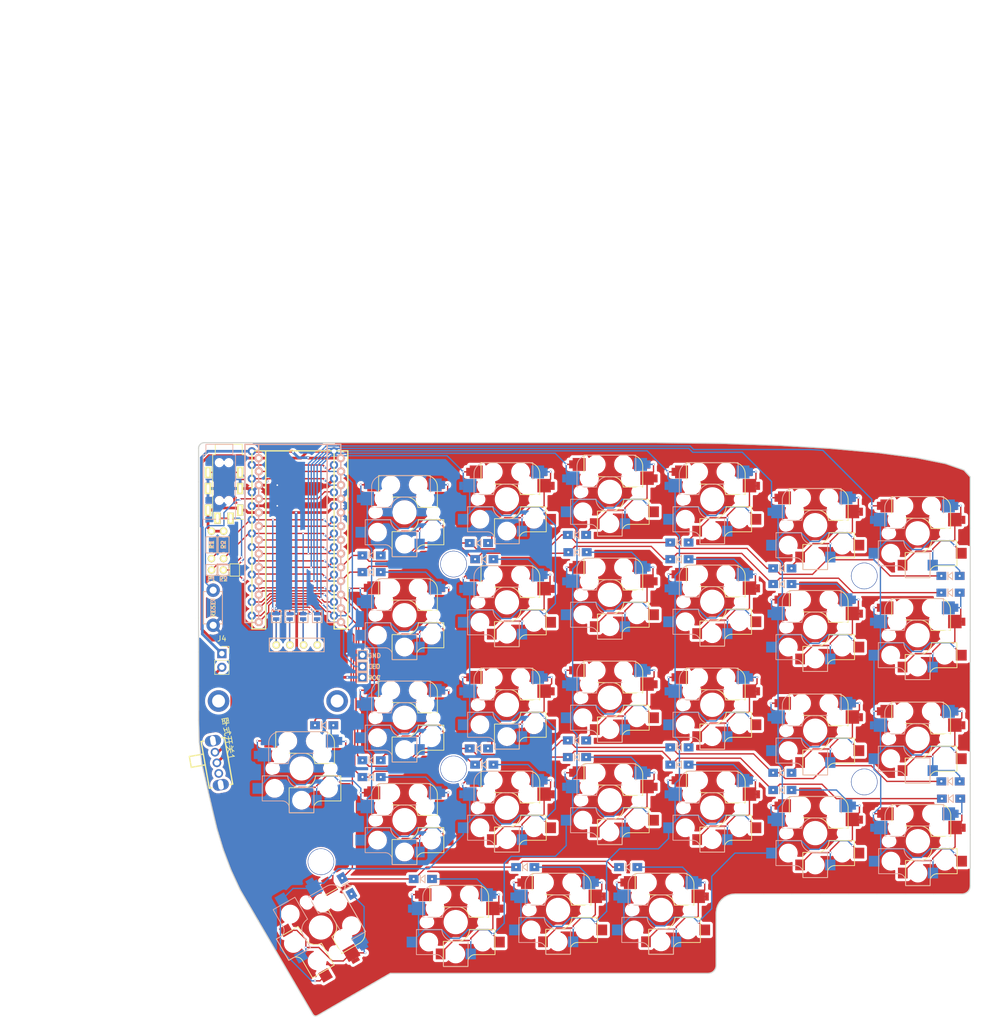
<source format=kicad_pcb>
(kicad_pcb (version 20221018) (generator pcbnew)
  (layers (0 "F.Cu" signal) (31 "B.Cu" signal) (34 "B.Paste" user) (35 "F.Paste" user) (36 "B.SilkS" user "B.Silkscreen") (37 "F.SilkS" user "F.Silkscreen") (38 "B.Mask" user) (39 "F.Mask" user) (44 "Edge.Cuts" user))
  (net 0 "")
  (net 1 "Net-(D1-Pad2)")
  (net 2 "row4")
  (net 3 "Net-(D2-Pad2)")
  (net 4 "Net-(D3-Pad2)")
  (net 5 "row0")
  (net 6 "Net-(D4-Pad2)")
  (net 7 "row1")
  (net 8 "Net-(D5-Pad2)")
  (net 9 "row2")
  (net 10 "Net-(D6-Pad2)")
  (net 11 "row3")
  (net 12 "Net-(D7-Pad2)")
  (net 13 "Net-(D8-Pad2)")
  (net 14 "Net-(D9-Pad2)")
  (net 15 "Net-(D10-Pad2)")
  (net 16 "Net-(D11-Pad2)")
  (net 17 "Net-(D12-Pad2)")
  (net 18 "Net-(D13-Pad2)")
  (net 19 "Net-(D14-Pad2)")
  (net 20 "Net-(D15-Pad2)")
  (net 21 "Net-(D16-Pad2)")
  (net 22 "Net-(D17-Pad2)")
  (net 23 "Net-(D18-Pad2)")
  (net 24 "Net-(D19-Pad2)")
  (net 25 "Net-(D20-Pad2)")
  (net 26 "Net-(D21-Pad2)")
  (net 27 "Net-(D22-Pad2)")
  (net 28 "Net-(D23-Pad2)")
  (net 29 "Net-(D24-Pad2)")
  (net 30 "Net-(D25-Pad2)")
  (net 31 "Net-(D26-Pad2)")
  (net 32 "Net-(D27-Pad2)")
  (net 33 "Net-(D28-Pad2)")
  (net 34 "VCC")
  (net 35 "GND")
  (net 36 "col0")
  (net 37 "col1")
  (net 38 "col2")
  (net 39 "col3")
  (net 40 "col4")
  (net 41 "col5")
  (net 42 "SDA")
  (net 43 "LED")
  (net 44 "SCL")
  (net 45 "RESET")
  (net 46 "Net-(D29-Pad2)")
  (net 47 "DATA")
  (net 48 "Net-(D1-A)")
  (net 49 "Net-(D2-A)")
  (net 50 "Net-(D3-A)")
  (net 51 "Net-(D4-A)")
  (net 52 "Net-(D5-A)")
  (net 53 "Net-(D6-A)")
  (net 54 "Net-(D7-A)")
  (net 55 "Net-(D8-A)")
  (net 56 "Net-(D9-A)")
  (net 57 "Net-(D10-A)")
  (net 58 "Net-(D11-A)")
  (net 59 "Net-(D12-A)")
  (net 60 "Net-(D13-A)")
  (net 61 "Net-(D14-A)")
  (net 62 "Net-(D15-A)")
  (net 63 "Net-(D16-A)")
  (net 64 "Net-(D17-A)")
  (net 65 "Net-(D18-A)")
  (net 66 "Net-(D19-A)")
  (net 67 "Net-(D20-A)")
  (net 68 "Net-(D21-A)")
  (net 69 "Net-(D22-A)")
  (net 70 "Net-(D23-A)")
  (net 71 "Net-(D24-A)")
  (net 72 "Net-(D25-A)")
  (net 73 "Net-(D26-A)")
  (net 74 "Net-(D27-A)")
  (net 75 "Net-(D28-A)")
  (net 76 "Net-(D29-A)")
  (net 77 "Net-(P2-Pin_1)")
  (net 78 "Net-(P1-Pin_1)")
  (net 79 "Net-(J3-P1)")
  (net 80 "Net-(J3-P2)")
  (net 81 "Net-(J3-P3)")
  (net 82 "Net-(J3-P4)")
  (net 83 "unconnected-(U1-P0.22-Pad8)")
  (net 84 "unconnected-(U1-AIN5{slash}P0.29-Pad20)")
  (net 85 "unconnected-(U1-AIN7{slash}P0.31-Pad21)")
  (net 86 "unconnected-(U1-BATIN{slash}P0.04-Pad25)")
  (net 87 "Bnegative")
  (net 88 "Bpositive")
  (net 89 "PowerIn")
  (footprint "Lily58-footprint:RESISTOR_mini" (layer "F.Cu") (at 84.688035 56.039272 -90)
    (fp_text reference "R1")
    (fp_text value "R" hide)
  )
  (footprint "Lily58-footprint:RESISTOR_mini" (layer "F.Cu") (at 86.938035 56.039272 -90)
    (fp_text reference "R2")
    (fp_text value "R" hide)
  )
  (footprint "Lily58-footprint:MJ-4PP-9" (layer "F.Cu") (at 87.9 39.3)
    (fp_text reference "J2" hide)
    (fp_text value "4PIN" hide)
  )
  (footprint "Lily58-footprint:1pin_conn" (layer "F.Cu") (at 84.7 60.7 180)
    (fp_text reference "P1")
    (fp_text value "i2c_pin" hide)
  )
  (footprint "Lily58-footprint:1pin_conn" (layer "F.Cu") (at 86.9 60.7 180)
    (fp_text reference "P2")
    (fp_text value "i2c_pin" hide)
  )
  (footprint "Lily58-footprint:HOLE_M2_TH" (layer "F.Cu") (at 129.6 59.6)
    (fp_text reference "TH3" hide)
    (fp_text value "HOLE" hide)
  )
  (footprint "Lily58-footprint:HOLE_M2_TH" (layer "F.Cu") (at 205.8 61.8)
    (fp_text reference "TH4" hide)
    (fp_text value "HOLE" hide)
  )
  (footprint "Lily58-footprint:HOLE_M2_TH" (layer "F.Cu") (at 129.6 97.6)
    (fp_text reference "TH5" hide)
    (fp_text value "HOLE" hide)
  )
  (footprint "Lily58-footprint:HOLE_M2_TH" (layer "F.Cu") (at 205.8 100)
    (fp_text reference "TH6" hide)
    (fp_text value "HOLE" hide)
  )
  (footprint "Lily58-footprint:HOLE_M2_TH" (layer "F.Cu") (at 105 114.8 90)
    (fp_text reference "TH7" hide)
    (fp_text value "HOLE" hide)
  )
  (footprint "nice-nano-kicad:NiceNano_rev2" (layer "F.Cu") (at 107.413185 66.622255)
    (fp_text reference "U1" hide)
    (fp_text value "nice_nano" hide)
  )
  (footprint "Lily58-footprint:Jumper" (layer "F.Cu") (at 104.3 69.3 90)
    (fp_text reference "JP1" hide)
    (fp_text value "Jumper_NO_Small" hide)
  )
  (footprint "Lily58-footprint:Jumper" (layer "F.Cu") (at 101.7 69.3 90)
    (fp_text reference "JP2" hide)
    (fp_text value "Jumper_NO_Small" hide)
  )
  (footprint "Lily58-footprint:Jumper" (layer "F.Cu") (at 99.2 69.3 90)
    (fp_text reference "JP3" hide)
    (fp_text value "Jumper_NO_Small" hide)
  )
  (footprint "Lily58-footprint:TACT_SWITCH_TVBP06" (layer "F.Cu") (at 85 67.7 90)
    (fp_text reference "RSW1" hide)
    (fp_text value "SW_RST" hide)
  )
  (footprint "Lily58-footprint:jumper_data" (layer "F.Cu") (at 89 60.7 90)
    (fp_text reference "W1" hide)
    (fp_text value "jumper" hide)
  )
  (footprint "Lily58-footprint:Diode_SOD123" (layer "F.Cu") (at 114.4 58)
    (fp_text reference "D1" hide)
    (fp_text value "D" hide)
  )
  (footprint "Lily58-footprint:Diode_SOD123" (layer "F.Cu") (at 134.3 55.7)
    (fp_text reference "D2" hide)
    (fp_text value "D" hide)
  )
  (footprint "Lily58-footprint:Diode_SOD123" (layer "F.Cu") (at 152.5 54.2)
    (fp_text reference "D3" hide)
    (fp_text value "D" hide)
  )
  (footprint "Lily58-footprint:Diode_SOD123" (layer "F.Cu") (at 171.5 55.6)
    (fp_text reference "D4" hide)
    (fp_text value "D" hide)
  )
  (footprint "Lily58-footprint:Diode_SOD123" (layer "F.Cu") (at 190.6 60.4)
    (fp_text reference "D5" hide)
    (fp_text value "D" hide)
  )
  (footprint "Lily58-footprint:Diode_SOD123" (layer "F.Cu") (at 221.8 61.8)
    (fp_text reference "D6" hide)
    (fp_text value "D" hide)
  )
  (footprint "Lily58-footprint:Diode_SOD123" (layer "F.Cu") (at 114.4 61.1)
    (fp_text reference "D7" hide)
    (fp_text value "D" hide)
  )
  (footprint "Lily58-footprint:Diode_SOD123" (layer "F.Cu") (at 135.3 58.7)
    (fp_text reference "D8" hide)
    (fp_text value "D" hide)
  )
  (footprint "Lily58-footprint:Diode_SOD123" (layer "F.Cu") (at 152.6 57.4)
    (fp_text reference "D9" hide)
    (fp_text value "D" hide)
  )
  (footprint "Lily58-footprint:Diode_SOD123" (layer "F.Cu") (at 171.5 58.7)
    (fp_text reference "D10" hide)
    (fp_text value "D" hide)
  )
  (footprint "Lily58-footprint:Diode_SOD123" (layer "F.Cu") (at 190.6 63.3)
    (fp_text reference "D11" hide)
    (fp_text value "D" hide)
  )
  (footprint "Lily58-footprint:Diode_SOD123" (layer "F.Cu") (at 221.8 64.9)
    (fp_text reference "D12" hide)
    (fp_text value "D" hide)
  )
  (footprint "Lily58-footprint:Diode_SOD123" (layer "F.Cu") (at 114.4 96)
    (fp_text reference "D13" hide)
    (fp_text value "D" hide)
  )
  (footprint "Lily58-footprint:Diode_SOD123" (layer "F.Cu") (at 134.3 93.8)
    (fp_text reference "D14" hide)
    (fp_text value "D" hide)
  )
  (footprint "Lily58-footprint:Diode_SOD123" (layer "F.Cu") (at 152.5 92.3)
    (fp_text reference "D15" hide)
    (fp_text value "D" hide)
  )
  (footprint "Lily58-footprint:Diode_SOD123" (layer "F.Cu") (at 171.5 93.6)
    (fp_text reference "D16" hide)
    (fp_text value "D" hide)
  )
  (footprint "Lily58-footprint:Diode_SOD123" (layer "F.Cu") (at 190.6 98.3)
    (fp_text reference "D17" hide)
    (fp_text value "D" hide)
  )
  (footprint "Lily58-footprint:Diode_SOD123" (layer "F.Cu") (at 221.8 99.9)
    (fp_text reference "D18" hide)
    (fp_text value "D" hide)
  )
  (footprint "Lily58-footprint:Diode_SOD123" (layer "F.Cu") (at 114.4 99.1)
    (fp_text reference "D19" hide)
    (fp_text value "D" hide)
  )
  (footprint "Lily58-footprint:Diode_SOD123" (layer "F.Cu") (at 135.3 96.8)
    (fp_text reference "D20" hide)
    (fp_text value "D" hide)
  )
  (footprint "Lily58-footprint:Diode_SOD123" (layer "F.Cu") (at 152.5 95.4)
    (fp_text reference "D21" hide)
    (fp_text value "D" hide)
  )
  (footprint "Lily58-footprint:Diode_SOD123" (layer "F.Cu") (at 171.5 96.8)
    (fp_text reference "D22" hide)
    (fp_text value "D" hide)
  )
  (footprint "Lily58-footprint:Diode_SOD123" (layer "F.Cu") (at 190.6 101.5)
    (fp_text reference "D23" hide)
    (fp_text value "D" hide)
  )
  (footprint "Lily58-footprint:Diode_SOD123" (layer "F.Cu") (at 221.9 103.1)
    (fp_text reference "D24" hide)
    (fp_text value "D" hide)
  )
  (footprint "Lily58-footprint:Diode_SOD123" (layer "F.Cu") (at 105.6 89.5)
    (fp_text reference "D25" hide)
    (fp_text value "D" hide)
  )
  (footprint "Lily58-footprint:Diode_SOD123" (layer "F.Cu") (at 109.8 119.3 -60)
    (fp_text reference "D26" hide)
    (fp_text value "D" hide)
  )
  (footprint "Lily58-footprint:Diode_SOD123" (layer "F.Cu") (at 123.9 118)
    (fp_text reference "D27" hide)
    (fp_text value "D" hide)
  )
  (footprint "Lily58-footprint:Diode_SOD123" (layer "F.Cu") (at 142.9 115.8)
    (fp_text reference "D28" hide)
    (fp_text value "D" hide)
  )
  (footprint "Lily58-footprint:Diode_SOD123" (layer "F.Cu") (at 162 115.8)
    (fp_text reference "D29" hide)
    (fp_text value "D" hide)
  )
  (footprint "Lily58-footprint:CherryMX_KailhLowProfile_Hotswap_edge" (layer "F.Cu") (at 120.5 50)
    (fp_text reference "SW1" hide)
    (fp_text value "SW_PUSH" hide)
  )
  (footprint "Lily58-footprint:CherryMX_KailhLowProfile_Hotswap_edge" (layer "F.Cu") (at 139.5 47.6)
    (fp_text reference "SW2" hide)
    (fp_text value "SW_PUSH" hide)
  )
  (footprint "Lily58-footprint:CherryMX_KailhLowProfile_Hotswap_edge" (layer "F.Cu") (at 158.6 46.21)
    (fp_text reference "SW3" hide)
    (fp_text value "SW_PUSH" hide)
  )
  (footprint "Lily58-footprint:CherryMX_KailhLowProfile_Hotswap_edge" (layer "F.Cu") (at 177.6 47.6)
    (fp_text reference "SW4" hide)
    (fp_text value "SW_PUSH" hide)
  )
  (footprint "Lily58-footprint:CherryMX_KailhLowProfile_Hotswap_edge" (layer "F.Cu") (at 196.7 52.4)
    (fp_text reference "SW5" hide)
    (fp_text value "SW_PUSH" hide)
  )
  (footprint "Lily58-footprint:CherryMX_KailhLowProfile_Hotswap_edge" (layer "F.Cu") (at 215.7 53.9)
    (fp_text reference "SW6" hide)
    (fp_text value "SW_PUSH" hide)
  )
  (footprint "Lily58-footprint:CherryMX_KailhLowProfile_Hotswap_edge" (layer "F.Cu") (at 120.5 69.1)
    (fp_text reference "SW7" hide)
    (fp_text value "SW_PUSH" hide)
  )
  (footprint "Lily58-footprint:CherryMX_KailhLowProfile_Hotswap_edge" (layer "F.Cu") (at 139.5 66.7)
    (fp_text reference "SW8" hide)
    (fp_text value "SW_PUSH" hide)
  )
  (footprint "Lily58-footprint:CherryMX_KailhLowProfile_Hotswap_edge" (layer "F.Cu") (at 158.6 65.3)
    (fp_text reference "SW9" hide)
    (fp_text value "SW_PUSH" hide)
  )
  (footprint "Lily58-footprint:CherryMX_KailhLowProfile_Hotswap_edge" (layer "F.Cu") (at 177.6 66.6)
    (fp_text reference "SW10" hide)
    (fp_text value "SW_PUSH" hide)
  )
  (footprint "Lily58-footprint:CherryMX_KailhLowProfile_Hotswap_edge" (layer "F.Cu") (at 196.7 71.3)
    (fp_text reference "SW11" hide)
    (fp_text value "SW_PUSH" hide)
  )
  (footprint "Lily58-footprint:CherryMX_KailhLowProfile_Hotswap_edge" (layer "F.Cu") (at 215.7 72.8)
    (fp_text reference "SW12" hide)
    (fp_text value "SW_PUSH" hide)
  )
  (footprint "Lily58-footprint:CherryMX_KailhLowProfile_Hotswap_edge" (layer "F.Cu") (at 120.5 88.1)
    (fp_text reference "SW13" hide)
    (fp_text value "SW_PUSH" hide)
  )
  (footprint "Lily58-footprint:CherryMX_KailhLowProfile_Hotswap_edge" (layer "F.Cu") (at 139.5 85.7)
    (fp_text reference "SW14" hide)
    (fp_text value "SW_PUSH" hide)
  )
  (footprint "Lily58-footprint:CherryMX_KailhLowProfile_Hotswap_edge" (layer "F.Cu") (at 158.6 84.4)
    (fp_text reference "SW15" hide)
    (fp_text value "SW_PUSH" hide)
  )
  (footprint "Lily58-footprint:CherryMX_KailhLowProfile_Hotswap_edge" (layer "F.Cu") (at 177.6 85.7)
    (fp_text reference "SW16" hide)
    (fp_text value "SW_PUSH" hide)
  )
  (footprint "Lily58-footprint:CherryMX_KailhLowProfile_Hotswap_edge" (layer "F.Cu") (at 196.7 90.5)
    (fp_text reference "SW17" hide)
    (fp_text value "SW_PUSH" hide)
  )
  (footprint "Lily58-footprint:CherryMX_KailhLowProfile_Hotswap_edge" (layer "F.Cu") (at 215.7 92)
    (fp_text reference "SW18" hide)
    (fp_text value "SW_PUSH" hide)
  )
  (footprint "Lily58-footprint:CherryMX_KailhLowProfile_Hotswap_edge" (layer "F.Cu") (at 120.5 107.1)
    (fp_text reference "SW19" hide)
    (fp_text value "SW_PUSH" hide)
  )
  (footprint "Lily58-footprint:CherryMX_KailhLowProfile_Hotswap_edge" (layer "F.Cu") (at 139.5 104.8)
    (fp_text reference "SW20" hide)
    (fp_text value "SW_PUSH" hide)
  )
  (footprint "Lily58-footprint:CherryMX_KailhLowProfile_Hotswap_edge" (layer "F.Cu") (at 158.6 103.4)
    (fp_text reference "SW21" hide)
    (fp_text value "SW_PUSH" hide)
  )
  (footprint "Lily58-footprint:CherryMX_KailhLowProfile_Hotswap_edge" (layer "F.Cu") (at 177.6 104.8)
    (fp_text reference "SW22" hide)
    (fp_text value "SW_PUSH" hide)
  )
  (footprint "Lily58-footprint:CherryMX_KailhLowProfile_Hotswap_edge" (layer "F.Cu") (at 196.7 109.5)
    (fp_text reference "SW23" hide)
    (fp_text value "SW_PUSH" hide)
  )
  (footprint "Lily58-footprint:CherryMX_KailhLowProfile_Hotswap_edge" (layer "F.Cu") (at 215.75 111)
    (fp_text reference "SW24" hide)
    (fp_text value "SW_PUSH" hide)
  )
  (footprint "Lily58-footprint:CherryMX_KailhLowProfile_Hotswap_edge" (layer "F.Cu") (at 101.4 97.5)
    (fp_text reference "SW25" hide)
    (fp_text value "SW_PUSH" hide)
  )
  (footprint "Lily58-footprint:CherryMX_KailhLowProfile_Hotswap_edge" (layer "F.Cu") (at 105 127 -60)
    (fp_text reference "SW26" hide)
    (fp_text value "SW_PUSH" hide)
  )
  (footprint "Lily58-footprint:CherryMX_KailhLowProfile_Hotswap_edge" (layer "F.Cu") (at 130 126)
    (fp_text reference "SW27" hide)
    (fp_text value "SW_PUSH" hide)
  )
  (footprint "Lily58-footprint:CherryMX_KailhLowProfile_Hotswap_edge" (layer "F.Cu") (at 149 123.75)
    (fp_text reference "SW28" hide)
    (fp_text value "SW_PUSH" hide)
  )
  (footprint "Lily58-footprint:CherryMX_KailhLowProfile_Hotswap_edge" (layer "F.Cu") (at 168.1 123.75)
    (fp_text reference "SW29" hide)
    (fp_text value "SW_PUSH" hide)
  )
  (footprint "Lily58-footprint:M2_HOLE_PCB" (layer "F.Cu") (at 86 85)
    (fp_text reference "TH1" hide)
    (fp_text value "HOLE")
  )
  (footprint "Lily58-footprint:M2_HOLE_PCB" (layer "F.Cu") (at 108 85)
    (fp_text reference "TH2" hide)
    (fp_text value "HOLE")
  )
  (footprint "Lily58-footprint:Jumper" (layer "F.Cu") (at 96.7 69.3 90)
    (fp_text reference "JP4" hide)
    (fp_text value "Jumper_NO_Small" hide)
  )
  (footprint "Lily58-footprint:LED" (layer "F.Cu") (at 112.7 81.1 180)
    (fp_text reference "J1" hide)
    (fp_text value "LED" hide)
  )
  (footprint "Lily58-footprint:OLED_4Pin" (layer "F.Cu") (at 96.7 74.6)
    (fp_text reference "J3" hide)
    (fp_text value "OLED" hide)
  )
  (footprint "switch:SW-TH_SK12D07VG5" (layer "F.Cu") (at 85.691296 96.457616 -80)
    (fp_text reference "卧式开关1")
    (fp_text value "~" hide)
  )
  (footprint "Connector_PinSocket_2.54mm:PinSocket_1x02_P2.54mm_Vertical" (layer "F.Cu") (at 86.614 76.2)
    (fp_text reference "J4")
    (fp_text value "Conn_01x02")
  )
  (footprint "Lily58-footprint:Jumper" (layer "B.Cu") (at 101.7 69.3 90)
    (fp_text reference "JP6" hide)
    (fp_text value "Jumper_NO_Small" hide)
  )
  (footprint "Lily58-footprint:Jumper" (layer "B.Cu") (at 99.2 69.3 90)
    (fp_text reference "JP7" hide)
    (fp_text value "Jumper_NO_Small" hide)
  )
  (footprint "Lily58-footprint:Jumper" (layer "B.Cu") (at 96.7 69.3 90)
    (fp_text reference "JP8" hide)
    (fp_text value "Jumper_NO_Small" hide)
  )
  (footprint "Lily58-footprint:Jumper" (layer "B.Cu") (at 104.3 69.3 90)
    (fp_text reference "JP5" hide)
    (fp_text value "Jumper_NO_Small" hide)
  )
  (gr_line (start 103.84247 143.386445) (end 103.981252 143.413974) (stroke (width 0.2)) (layer "Edge.Cuts"))
  (gr_line (start 169.449826 135.511658) (end 176.819348 135.511658) (stroke (width 0.2)) (layer "Edge.Cuts"))
  (gr_line (start 146.435213 37.086762) (end 136.027379 37.086762) (stroke (width 0.2)) (layer "Edge.Cuts"))
  (gr_line (start 177.121844 135.481211) (end 176.819348 135.511658) (stroke (width 0.2)) (layer "Edge.Cuts"))
  (gr_line (start 215.525697 39.885159) (end 208.420758 38.945561) (stroke (width 0.2)) (layer "Edge.Cuts"))
  (gr_line (start 178.201565 134.59581) (end 178.063349 134.850619) (stroke (width 0.2)) (layer "Edge.Cuts"))
  (gr_line (start 104.456758 143.271756) (end 106.132452 142.301617) (stroke (width 0.2)) (layer "Edge.Cuts"))
  (gr_line (start 82.9 96.657663) (end 83.82 100.690825) (stroke (width 0.2)) (layer "Edge.Cuts"))
  (gr_line (start 178.319348 132.816013) (end 178.319348 134.011658) (stroke (width 0.2)) (layer "Edge.Cuts"))
  (gr_line (start 136.027379 37.086762) (end 125.619545 37.086762) (stroke (width 0.2)) (layer "Edge.Cuts"))
  (gr_line (start 156.843047 37.086762) (end 146.435213 37.086762) (stroke (width 0.2)) (layer "Edge.Cuts"))
  (gr_line (start 100.047036 137.18634) (end 101.72273 140.052659) (stroke (width 0.2)) (layer "Edge.Cuts"))
  (gr_line (start 225.429552 119.592231) (end 225.342217 119.873887) (stroke (width 0.2)) (layer "Edge.Cuts"))
  (gr_line (start 225.46 71.881623) (end 225.46 81.363245) (stroke (width 0.2)) (layer "Edge.Cuts"))
  (gr_line (start 208.157255 120.789735) (end 213.424836 120.789735) (stroke (width 0.2)) (layer "Edge.Cuts"))
  (gr_line (start 93.344258 125.721062) (end 95.019952 128.587381) (stroke (width 0.2)) (layer "Edge.Cuts"))
  (gr_line (start 225.46 52.918378) (end 225.46 62.4) (stroke (width 0.2)) (layer "Edge.Cuts"))
  (gr_line (start 83.134252 37.108075) (end 83.346 37.086762) (stroke (width 0.2)) (layer "Edge.Cuts"))
  (gr_line (start 178.319348 124.289735) (end 178.390391 123.583911) (stroke (width 0.2)) (layer "Edge.Cuts"))
  (gr_line (start 82.296 63.308399) (end 82.296 57.001466) (stroke (width 0.2)) (layer "Edge.Cuts"))
  (gr_line (start 82.317313 37.925015) (end 82.378447 37.727855) (stroke (width 0.2)) (layer "Edge.Cuts"))
  (gr_line (start 199.807654 38.170488) (end 189.919538 37.585374) (stroke (width 0.2)) (layer "Edge.Cuts"))
  (gr_line (start 89.992869 119.988423) (end 91.668563 122.854742) (stroke (width 0.2)) (layer "Edge.Cuts"))
  (gr_line (start 192.354511 120.789735) (end 197.622092 120.789735) (stroke (width 0.2)) (layer "Edge.Cuts"))
  (gr_line (start 115.211711 37.086762) (end 104.803877 37.086762) (stroke (width 0.2)) (layer "Edge.Cuts"))
  (gr_line (start 83.82 100.690825) (end 84.747083 104.695246) (stroke (width 0.2)) (layer "Edge.Cuts"))
  (gr_line (start 218.692418 120.789735) (end 223.959999 120.789735) (stroke (width 0.2)) (layer "Edge.Cuts"))
  (gr_line (start 167.250881 37.086762) (end 156.843047 37.086762) (stroke (width 0.2)) (layer "Edge.Cuts"))
  (gr_line (start 178.319348 130.379933) (end 178.319348 131.597973) (stroke (width 0.2)) (layer "Edge.Cuts"))
  (gr_line (start 178.319348 127.943854) (end 178.319348 129.161894) (stroke (width 0.2)) (layer "Edge.Cuts"))
  (gr_line (start 95.019952 128.587381) (end 96.695647 131.453701) (stroke (width 0.2)) (layer "Edge.Cuts"))
  (gr_line (start 85.688004 108.649127) (end 86.863105 112.53067) (stroke (width 0.2)) (layer "Edge.Cuts"))
  (gr_line (start 103.981252 143.413974) (end 104.130206 143.404468) (stroke (width 0.2)) (layer "Edge.Cuts"))
  (gr_line (start 107.808147 141.331479) (end 109.483841 140.36134) (stroke (width 0.2)) (layer "Edge.Cuts"))
  (gr_line (start 208.420758 38.945561) (end 199.807654 38.170488) (stroke (width 0.2)) (layer "Edge.Cuts"))
  (gr_line (start 98.371341 134.32002) (end 100.047036 137.18634) (stroke (width 0.2)) (layer "Edge.Cuts"))
  (gr_line (start 94.396044 37.086762) (end 83.346 37.086762) (stroke (width 0.2)) (layer "Edge.Cuts"))
  (gr_line (start 104.803877 37.086762) (end 94.396044 37.086762) (stroke (width 0.2)) (layer "Edge.Cuts"))
  (gr_line (start 147.34126 135.511658) (end 154.710782 135.511658) (stroke (width 0.2)) (layer "Edge.Cuts"))
  (gr_line (start 178.989563 37.215654) (end 167.250881 37.086762) (stroke (width 0.2)) (layer "Edge.Cuts"))
  (gr_line (start 82.296 50.694533) (end 82.296 44.344533) (stroke (width 0.2)) (layer "Edge.Cuts"))
  (gr_line (start 103.714328 143.322532) (end 103.84247 143.386445) (stroke (width 0.2)) (layer "Edge.Cuts"))
  (gr_line (start 178.319348 131.597973) (end 178.319348 132.816013) (stroke (width 0.2)) (layer "Edge.Cuts"))
  (gr_line (start 82.60336 37.394123) (end 82.758727 37.265961) (stroke (width 0.2)) (layer "Edge.Cuts"))
  (gr_line (start 178.319348 134.011658) (end 178.288901 134.314154) (stroke (width 0.2)) (layer "Edge.Cuts"))
  (gr_line (start 82.937093 37.16921) (end 83.134252 37.108075) (stroke (width 0.2)) (layer "Edge.Cuts"))
  (gr_line (start 178.319348 125.507775) (end 178.319348 126.725814) (stroke (width 0.2)) (layer "Edge.Cuts"))
  (gr_line (start 225.46 43.436755) (end 224.278471 42.15619) (stroke (width 0.2)) (layer "Edge.Cuts"))
  (gr_line (start 180.456326 121.064561) (end 181.113524 120.860778) (stroke (width 0.2)) (layer "Edge.Cuts"))
  (gr_line (start 114.510925 137.450923) (end 116.186619 136.480784) (stroke (width 0.2)) (layer "Edge.Cuts"))
  (gr_line (start 82.296 82.2292) (end 82.296 75.946) (stroke (width 0.2)) (layer "Edge.Cuts"))
  (gr_line (start 103.491837 143.08815) (end 103.597295 143.222884) (stroke (width 0.2)) (layer "Edge.Cuts"))
  (gr_line (start 224.544152 120.671952) (end 224.262495 120.759288) (stroke (width 0.2)) (layer "Edge.Cuts"))
  (gr_line (start 225.204001 120.128696) (end 225.020912 120.350648) (stroke (width 0.2)) (layer "Edge.Cuts"))
  (gr_line (start 225.46 90.844867) (end 225.46 100.32649) (stroke (width 0.2)) (layer "Edge.Cuts"))
  (gr_line (start 86.863105 112.53067) (end 88.291758 116.318073) (stroke (width 0.2)) (layer "Edge.Cuts"))
  (gr_line (start 225.020912 120.350648) (end 224.79896 120.533736) (stroke (width 0.2)) (layer "Edge.Cuts"))
  (gr_line (start 213.424836 120.789735) (end 218.692418 120.789735) (stroke (width 0.2)) (layer "Edge.Cuts"))
  (gr_line (start 197.622092 120.789735) (end 202.889673 120.789735) (stroke (width 0.2)) (layer "Edge.Cuts"))
  (gr_line (start 225.459999 119.289735) (end 225.429552 119.592231) (stroke (width 0.2)) (layer "Edge.Cuts"))
  (gr_line (start 139.971738 135.511658) (end 147.34126 135.511658) (stroke (width 0.2)) (layer "Edge.Cuts"))
  (gr_line (start 125.232695 135.511658) (end 132.602217 135.511658) (stroke (width 0.2)) (layer "Edge.Cuts"))
  (gr_line (start 154.710782 135.511658) (end 162.080304 135.511658) (stroke (width 0.2)) (layer "Edge.Cuts"))
  (gr_line (start 111.159536 139.391201) (end 112.83523 138.421062) (stroke (width 0.2)) (layer "Edge.Cuts"))
  (gr_line (start 82.296 75.946) (end 82.296 69.596) (stroke (width 0.2)) (layer "Edge.Cuts"))
  (gr_line (start 96.695647 131.453701) (end 98.371341 134.32002) (stroke (width 0.2)) (layer "Edge.Cuts"))
  (gr_line (start 106.132452 142.301617) (end 107.808147 141.331479) (stroke (width 0.2)) (layer "Edge.Cuts"))
  (gr_line (start 103.597295 143.222884) (end 103.714328 143.322532) (stroke (width 0.2)) (layer "Edge.Cuts"))
  (gr_line (start 125.619545 37.086762) (end 115.211711 37.086762) (stroke (width 0.2)) (layer "Edge.Cuts"))
  (gr_line (start 178.390391 123.583911) (end 178.594174 122.926713) (stroke (width 0.2)) (layer "Edge.Cuts"))
  (gr_line (start 82.296 88.536133) (end 82.296 82.2292) (stroke (width 0.2)) (layer "Edge.Cuts"))
  (gr_line (start 82.296 57.001466) (end 82.296 50.694533) (stroke (width 0.2)) (layer "Edge.Cuts"))
  (gr_line (start 189.919538 37.585374) (end 178.989563 37.215654) (stroke (width 0.2)) (layer "Edge.Cuts"))
  (gr_line (start 225.46 100.32649) (end 225.46 109.808112) (stroke (width 0.2)) (layer "Edge.Cuts"))
  (gr_line (start 225.46 43.436755) (end 225.46 52.918378) (stroke (width 0.2)) (layer "Edge.Cuts"))
  (gr_line (start 109.483841 140.36134) (end 111.159536 139.391201) (stroke (width 0.2)) (layer "Edge.Cuts"))
  (gr_line (start 225.46 62.4) (end 225.46 71.881623) (stroke (width 0.2)) (layer "Edge.Cuts"))
  (gr_line (start 225.342217 119.873887) (end 225.204001 120.128696) (stroke (width 0.2)) (layer "Edge.Cuts"))
  (gr_line (start 178.319348 124.289735) (end 178.319348 125.507775) (stroke (width 0.2)) (layer "Edge.Cuts"))
  (gr_line (start 178.916678 122.33216) (end 179.343884 121.814271) (stroke (width 0.2)) (layer "Edge.Cuts"))
  (gr_line (start 225.46 81.363245) (end 225.46 90.844867) (stroke (width 0.2)) (layer "Edge.Cuts"))
  (gr_line (start 82.378447 37.727855) (end 82.475199 37.549489) (stroke (width 0.2)) (layer "Edge.Cuts"))
  (gr_line (start 104.288864 143.357278) (end 104.456758 143.271756) (stroke (width 0.2)) (layer "Edge.Cuts"))
  (gr_line (start 101.72273 140.052659) (end 103.398425 142.918979) (stroke (width 0.2)) (layer "Edge.Cuts"))
  (gr_line (start 178.319348 129.161894) (end 178.319348 130.379933) (stroke (width 0.2)) (layer "Edge.Cuts"))
  (gr_line (start 178.288901 134.314154) (end 178.201565 134.59581) (stroke (width 0.2)) (layer "Edge.Cuts"))
  (gr_line (start 117.863173 135.511658) (end 125.232695 135.511658) (stroke (width 0.2)) (layer "Edge.Cuts"))
  (gr_line (start 181.819348 120.789735) (end 187.086929 120.789735) (stroke (width 0.2)) (layer "Edge.Cuts"))
  (gr_line (start 224.79896 120.533736) (end 224.544152 120.671952) (stroke (width 0.2)) (layer "Edge.Cuts"))
  (gr_line (start 88.291758 116.318073) (end 89.993333 119.98954) (stroke (width 0.2)) (layer "Edge.Cuts"))
  (gr_line (start 82.4 92.617561) (end 82.9 96.657663) (stroke (width 0.2)) (layer "Edge.Cuts"))
  (gr_line (start 162.080304 135.511658) (end 169.449826 135.511658) (stroke (width 0.2)) (layer "Edge.Cuts"))
  (gr_line (start 82.296 88.536133) (end 82.4 92.617561) (stroke (width 0.2)) (layer "Edge.Cuts"))
  (gr_line (start 224.262495 120.759288) (end 223.959999 120.789735) (stroke (width 0.2)) (layer "Edge.Cuts"))
  (gr_line (start 178.319348 126.725814) (end 178.319348 127.943854) (stroke (width 0.2)) (layer "Edge.Cuts"))
  (gr_line (start 116.186619 136.480784) (end 117.862313 135.510645) (stroke (width 0.2)) (layer "Edge.Cuts"))
  (gr_line (start 132.602217 135.511658) (end 139.971738 135.511658) (stroke (width 0.2)) (layer "Edge.Cuts"))
  (gr_line (start 82.296 38.136762) (end 82.317313 37.925015) (stroke (width 0.2)) (layer "Edge.Cuts"))
  (gr_line (start 178.594174 122.926713) (end 178.916678 122.33216) (stroke (width 0.2)) (layer "Edge.Cuts"))
  (gr_line (start 224.278471 42.15619) (end 220.889319 40.963847) (stroke (width 0.2)) (layer "Edge.Cuts"))
  (gr_line (start 179.861773 121.387065) (end 180.456326 121.064561) (stroke (width 0.2)) (layer "Edge.Cuts"))
  (gr_line (start 181.113524 120.860778) (end 181.819348 120.789735) (stroke (width 0.2)) (layer "Edge.Cuts"))
  (gr_line (start 187.086929 120.789735) (end 192.354511 120.789735) (stroke (width 0.2)) (layer "Edge.Cuts"))
  (gr_line (start 104.130206 143.404468) (end 104.288864 143.357278) (stroke (width 0.2)) (layer "Edge.Cuts"))
  (gr_line (start 82.296 69.596) (end 82.296 63.308399) (stroke (width 0.2)) (layer "Edge.Cuts"))
  (gr_line (start 220.889319 40.963847) (end 215.525697 39.885159) (stroke (width 0.2)) (layer "Edge.Cuts"))
  (gr_line (start 177.658308 135.25566) (end 177.4035 135.393876) (stroke (width 0.2)) (layer "Edge.Cuts"))
  (gr_line (start 179.343884 121.814271) (end 179.861773 121.387065) (stroke (width 0.2)) (layer "Edge.Cuts"))
  (gr_line (start 82.758727 37.265961) (end 82.937093 37.16921) (stroke (width 0.2)) (layer "Edge.Cuts"))
  (gr_line (start 84.747083 104.695246) (end 85.688004 108.649127) (stroke (width 0.2)) (layer "Edge.Cuts"))
  (gr_line (start 112.83523 138.421062) (end 114.510925 137.450923) (stroke (width 0.2)) (layer "Edge.Cuts"))
  (gr_line (start 91.668563 122.854742) (end 93.344258 125.721062) (stroke (width 0.2)) (layer "Edge.Cuts"))
  (gr_line (start 177.880261 135.072571) (end 177.658308 135.25566) (stroke (width 0.2)) (layer "Edge.Cuts"))
  (gr_line (start 177.4035 135.393876) (end 177.121844 135.481211) (stroke (width 0.2)) (layer "Edge.Cuts"))
  (gr_line (start 103.398425 142.918979) (end 103.491837 143.08815) (stroke (width 0.2)) (layer "Edge.Cuts"))
  (gr_line (start 202.889673 120.789735) (end 208.157255 120.789735) (stroke (width 0.2)) (layer "Edge.Cuts"))
  (gr_line (start 82.296 44.344533) (end 82.296 38.136762) (stroke (width 0.2)) (layer "Edge.Cuts"))
  (gr_line (start 178.063349 134.850619) (end 177.880261 135.072571) (stroke (width 0.2)) (layer "Edge.Cuts"))
  (gr_line (start 225.46 109.808112) (end 225.46 119.289735) (stroke (width 0.2)) (layer "Edge.Cuts"))
  (gr_line (start 82.475199 37.549489) (end 82.60336 37.394123) (stroke (width 0.2)) (layer "Edge.Cuts"))
  (segment (start 128.5 44.9) (end 128.5 46.36) (width 0.25) (layer "F.Cu") (net 1))
  (segment (start 129 47.5) (end 127.44 47.5) (width 0.25) (layer "F.Cu") (net 1))
  (segment (start 127.2 51.4) (end 124.975728 51.4) (width 0.25) (layer "F.Cu") (net 1))
  (segment (start 117.7 55.9) (end 117.7 55.8) (width 0.25) (layer "F.Cu") (net 1))
  (segment (start 120 53.5) (end 122.875728 53.5) (width 0.25) (layer "F.Cu") (net 1))
  (segment (start 116.1 57.6) (end 116.1 58) (width 0.25) (layer "F.Cu") (net 1))
  (segment (start 117.7 55.8) (end 120 53.5) (width 0.25) (layer "F.Cu") (net 1))
  (segment (start 123.299992 53.075736) (end 123.299992 53.5) (width 0.25) (layer "F.Cu") (net 1))
  (segment (start 127.4 47.46) (end 127.4 51.2) (width 0.25) (layer "F.Cu") (net 1))
  (segment (start 127.44 47.5) (end 127.4 47.46) (width 0.25) (layer "F.Cu") (net 1))
  (segment (start 117.7 56) (end 116.1 57.6) (width 0.25) (layer "F.Cu") (net 1))
  (segment (start 124.975728 51.4) (end 123.299992 53.075736) (width 0.25) (layer "F.Cu") (net 1))
  (segment (start 127.4 51.2) (end 127.2 51.4) (width 0.25) (layer "F.Cu") (net 1))
  (segment (start 122.875728 53.5) (end 123.299992 53.5) (width 0.25) (layer "F.Cu") (net 1))
  (segment (start 117.7 55.9) (end 117.7 56) (width 0.25) (layer "F.Cu") (net 1))
  (segment (start 128.5 46.36) (end 127.4 47.46) (width 0.25) (layer "F.Cu") (net 1))
  (via (at 123.299992 53.5) (size 0.4) (drill 0.3) (layers "F.Cu" "B.Cu") (net 1))
  (via (at 128.5 44.9) (size 0.4) (drill 0.3) (layers "F.Cu" "B.Cu") (net 1))
  (segment (start 126.1 44.92) (end 127.68 44.92) (width 0.25) (layer "B.Cu") (net 1))
  (segment (start 123.3 53.500008) (end 123.299992 53.5) (width 0.25) (layer "B.Cu") (net 1))
  (segment (start 123.3 55.9) (end 123.3 53.500008) (width 0.25) (layer "B.Cu") (net 1))
  (segment (start 127.68 44.92) (end 127.7 44.9) (width 0.25) (layer "B.Cu") (net 1))
  (segment (start 127.7 44.9) (end 128.5 44.9) (width 0.25) (layer "B.Cu") (net 1))
  (segment (start 105.300001 67.100001) (end 105.300001 67.100001) (width 0.25) (layer "F.Cu") (net 2))
  (segment (start 111.1 74.218176) (end 111.1 72.74693) (width 0.25) (layer "F.Cu") (net 2))
  (segment (start 110.825001 88.9) (end 110.825001 88.825001) (width 0.25) (layer "F.Cu") (net 2))
  (segment (start 104.2 88.2) (end 110.2 88.2) (width 0.25) (layer "F.Cu") (net 2))
  (segment (start 122.35 118) (end 122.2 118) (width 0.25) (layer "F.Cu") (net 2))
  (segment (start 110.825001 87.574999) (end 110.825001 88.9) (width 0.25) (layer "F.Cu") (net 2))
  (segment (start 103.9 88.5) (end 104.2 88.2) (width 0.25) (layer "F.Cu") (net 2))
  (segment (start 141.2 115.8) (end 124.55 115.8) (width 0.25) (layer "F.Cu") (net 2))
  (segment (start 92.18 69.17) (end 93.83 69.17) (width 0.25) (layer "F.Cu") (net 2))
  (segment (start 110.6 87.349998) (end 110.6 74.718176) (width 0.25) (layer "F.Cu") (net 2))
  (segment (start 109.122243 118) (end 108.95 117.827757) (width 0.25) (layer "F.Cu") (net 2))
  (segment (start 95.940948 66.000022) (end 104.255686 66.000022) (width 0.25) (layer "F.Cu") (net 2))
  (segment (start 142.425001 114.724999) (end 141.35 115.8) (width 0.25) (layer "F.Cu") (net 2))
  (segment (start 110.825001 87.574999) (end 110.6 87.349998) (width 0.25) (layer "F.Cu") (net 2))
  (segment (start 160.3 115.8) (end 159.15 115.8) (width 0.25) (layer "F.Cu") (net 2))
  (segment (start 94.8 67.14097) (end 95.940948 66.000022) (width 0.25) (layer "F.Cu") (net 2))
  (segment (start 158.074999 114.724999) (end 142.425001 114.724999) (width 0.25) (layer "F.Cu") (net 2))
  (segment (start 103.9 89.5) (end 103.9 88.5) (width 0.25) (layer "F.Cu") (net 2))
  (segment (start 122.2 118) (end 109.122243 118) (width 0.25) (layer "F.Cu") (net 2))
  (segment (start 108.95 117.827757) (end 110.825001 115.952756) (width 0.25) (layer "F.Cu") (net 2))
  (segment (start 110.825001 115.952756) (end 110.825001 88.9) (width 0.25) (layer "F.Cu") (net 2))
  (segment (start 105.127834 66.87217) (end 105.327833 67.072169) (width 0.25) (layer "F.Cu") (net 2))
  (segment (start 93.83 69.17) (end 94.8 68.2) (width 0.25) (layer "F.Cu") (net 2))
  (segment (start 141.35 115.8) (end 141.2 115.8) (width 0.25) (layer "F.Cu") (net 2))
  (segment (start 110.6 74.718176) (end 111.1 74.218176) (width 0.25) (layer "F.Cu") (net 2))
  (segment (start 94.8 68.2) (end 94.8 67.14097) (width 0.25) (layer "F.Cu") (net 2))
  (segment (start 111.1 72.74693) (end 108.718815 70.365745) (width 0.25) (layer "F.Cu") (net 2))
  (segment (start 110.2 88.2) (end 110.825001 87.574999) (width 0.25) (layer "F.Cu") (net 2))
  (segment (start 124.55 115.8) (end 122.35 118) (width 0.25) (layer "F.Cu") (net 2))
  (segment (start 104.255686 66.000022) (end 105.127834 66.87217) (width 0.25) (layer "F.Cu") (net 2))
  (segment (start 159.15 115.8) (end 158.074999 114.724999) (width 0.25) (layer "F.Cu") (net 2))
  (via (at 105.327833 67.072169) (size 0.4) (drill 0.3) (layers "F.Cu" "B.Cu") (net 2))
  (segment (start 106.2 69.8) (end 106.2 67.944336) (width 0.25) (layer "B.Cu") (net 2))
  (segment (start 106.2 67.944336) (end 105.527832 67.272168) (width 0.25) (layer "B.Cu") (net 2))
  (segment (start 106.77 70.37) (end 106.2 69.8) (width 0.25) (layer "B.Cu") (net 2))
  (segment (start 105.527832 67.272168) (end 105.327833 67.072169) (width 0.25) (layer "B.Cu") (net 2))
  (segment (start 108.77 70.37) (end 106.77 70.37) (width 0.25) (layer "B.Cu") (net 2))
  (segment (start 143.87573 49) (end 142.3 50.57573) (width 0.25) (layer "F.Cu") (net 3))
  (segment (start 136.7 53.5) (end 136.7 53.6) (width 0.25) (layer "F.Cu") (net 3))
  (segment (start 148 45.1) (end 146.44 45.1) (width 0.25) (layer "F.Cu") (net 3))
  (segment (start 146.44 45.1) (end 146.4 45.06) (width 0.25) (layer "F.Cu") (net 3))
  (segment (start 136.7 53.4) (end 139.100006 50.999994) (width 0.25) (layer "F.Cu") (net 3))
  (segment (start 146.4 48.8) (end 146.2 49) (width 0.25) (layer "F.Cu") (net 3))
  (segment (start 146.2 49) (end 143.87573 49) (width 0.25) (layer "F.Cu") (net 3))
  (segment (start 136.7 53.5) (end 136.7 55) (width 0.25) (layer "F.Cu") (net 3))
  (segment (start 141.875736 50.999994) (end 142.3 50.999994) (width 0.25) (layer "F.Cu") (net 3))
  (segment (start 142.3 50.57573) (end 142.3 50.999994) (width 0.25) (layer "F.Cu") (net 3))
  (segment (start 146.4 45.06) (end 146.4 48.8) (width 0.25) (layer "F.Cu") (net 3))
  (segment (start 147.6 42.5) (end 147.6 43.86) (width 0.25) (layer "F.Cu") (net 3))
  (segment (start 147.6 43.86) (end 146.4 45.06) (width 0.25) (layer "F.Cu") (net 3))
  (segment (start 139.100006 50.999994) (end 141.875736 50.999994) (width 0.25) (layer "F.Cu") (net 3))
  (segment (start 136.7 55) (end 136 55.7) (width 0.25) (layer "F.Cu") (net 3))
  (via (at 142.3 50.999994) (size 0.4) (drill 0.3) (layers "F.Cu" "B.Cu") (net 3))
  (via (at 147.6 42.5) (size 0.4) (drill 0.3) (layers "F.Cu" "B.Cu") (net 3))
  (segment (start 142.3 53.5) (end 142.3 50.999994) (width 0.25) (layer "B.Cu") (net 3))
  (segment (start 145.1 42.52) (end 146.68 42.52) (width 0.25) (layer "B.Cu") (net 3))
  (segment (start 146.7 42.5) (end 147.6 42.5) (width 0.25) (layer "B.Cu") (net 3))
  (segment (start 146.68 42.52) (end 146.7 42.5) (width 0.25) (layer "B.Cu") (net 3))
  (segment (start 165.54 43.71) (end 165.5 43.67) (width 0.25) (layer "F.Cu") (net 4))
  (segment (start 160.975736 49.6) (end 161.4 49.6) (width 0.25) (layer "F.Cu") (net 4))
  (segment (start 165.3 47.6) (end 162.975736 47.6) (width 0.25) (layer "F.Cu") (net 4))
  (segment (start 154.2 53.81) (end 154.2 54.2) (width 0.25) (layer "F.Cu") (net 4))
  (segment (start 167.1 43.71) (end 165.54 43.71) (width 0.25) (layer "F.Cu") (net 4))
  (segment (start 161.4 49.175736) (end 161.4 49.6) (width 0.25) (layer "F.Cu") (net 4))
  (segment (start 165.5 47.4) (end 165.3 47.6) (width 0.25) (layer "F.Cu") (net 4))
  (segment (start 155.8 52) (end 158.2 49.6) (width 0.25) (layer "F.Cu") (net 4))
  (segment (start 166.7 42.47) (end 165.5 43.67) (width 0.25) (layer "F.Cu") (net 4))
  (segment (start 155.8 52.11) (end 155.8 52.21) (width 0.25) (layer "F.Cu") (net 4))
  (segment (start 158.2 49.6) (end 160.975736 49.6) (width 0.25) (layer "F.Cu") (net 4))
  (segment (start 162.975736 47.6) (end 161.4 49.175736) (width 0.25) (layer "F.Cu") (net 4))
  (segment (start 155.8 52.21) (end 154.2 53.81) (width 0.25) (layer "F.Cu") (net 4))
  (segment (start 166.7 41.1) (end 166.7 42.47) (width 0.25) (layer "F.Cu") (net 4))
  (segment (start 165.5 43.66) (end 165.5 47.4) (width 0.25) (layer "F.Cu") (net 4))
  (via (at 161.4 49.6) (size 0.4) (drill 0.3) (layers "F.Cu" "B.Cu") (net 4))
  (via (at 166.7 41.1) (size 0.4) (drill 0.3) (layers "F.Cu" "B.Cu") (net 4))
  (segment (start 161.4 52.1) (end 161.4 50.024264) (width 0.25) (layer "B.Cu") (net 4))
  (segment (start 164.2 41.13) (end 165.78 41.13) (width 0.25) (layer "B.Cu") (net 4))
  (segment (start 165.8 41.11) (end 166.69 41.11) (width 0.25) (layer "B.Cu") (net 4))
  (segment (start 165.78 41.13) (end 165.8 41.11) (width 0.25) (layer "B.Cu") (net 4))
  (segment (start 166.69 41.11) (end 166.7 41.1) (width 0.25) (layer "B.Cu") (net 4))
  (segment (start 161.4 50.024264) (end 161.4 49.6) (width 0.25) (layer "B.Cu") (net 4))
  (segment (start 110.92456 58) (end 108.718815 60.205745) (width 0.25) (layer "F.Cu") (net 5))
  (segment (start 184.05 56.7) (end 171.1 56.7) (width 0.25) (layer "F.Cu") (net 5))
  (segment (start 132.75 55.7) (end 132.6 55.7) (width 0.25) (layer "F.Cu") (net 5))
  (segment (start 149.65 54.2) (end 147.074999 56.775001) (width 0.25) (layer "F.Cu") (net 5))
  (segment (start 113.925001 59.075001) (end 112.85 58) (width 0.25) (layer "F.Cu") (net 5))
  (segment (start 196.201002 61.5) (end 190.2 61.5) (width 0.25) (layer "F.Cu") (net 5))
  (segment (start 147.074999 56.775001) (end 133.825001 56.775001) (width 0.25) (layer "F.Cu") (net 5))
  (segment (start 190.2 61.5) (end 189.1 60.4) (width 0.25) (layer "F.Cu") (net 5))
  (segment (start 169.8 55.6) (end 152.3 55.6) (width 0.25) (layer "F.Cu") (net 5))
  (segment (start 123.401002 55.7) (end 120.026001 59.075001) (width 0.25) (layer "F.Cu") (net 5))
  (segment (start 92.18 59.01) (end 105.69 59.01) (width 0.25) (layer "F.Cu") (net 5))
  (segment (start 198.901002 58.8) (end 196.201002 61.5) (width 0.25) (layer "F.Cu") (net 5))
  (segment (start 152.3 55.55) (end 150.95 54.2) (width 0.25) (layer "F.Cu") (net 5))
  (segment (start 170 55.6) (end 169.8 55.6) (width 0.25) (layer "F.Cu") (net 5))
  (segment (start 220.1 61.8) (end 210.6 61.8) (width 0.25) (layer "F.Cu") (net 5))
  (segment (start 105.69 59.01) (end 105.7 59) (width 0.25) (layer "F.Cu") (net 5))
  (segment (start 152.3 55.6) (end 152.3 55.55) (width 0.25) (layer "F.Cu") (net 5))
  (segment (start 207.6 58.8) (end 198.901002 58.8) (width 0.25) (layer "F.Cu") (net 5))
  (segment (start 150.8 54.2) (end 149.65 54.2) (width 0.25) (layer "F.Cu") (net 5))
  (segment (start 133.825001 56.775001) (end 132.75 55.7) (width 0.25) (layer "F.Cu") (net 5))
  (segment (start 188.9 60.4) (end 187.75 60.4) (width 0.25) (layer "F.Cu") (net 5))
  (segment (start 187.75 60.4) (end 184.05 56.7) (width 0.25) (layer "F.Cu") (net 5))
  (segment (start 210.6 61.8) (end 207.6 58.8) (width 0.25) (layer "F.Cu") (net 5))
  (segment (start 120.026001 59.075001) (end 113.925001 59.075001) (width 0.25) (layer "F.Cu") (net 5))
  (segment (start 112.85 58) (end 112.7 58) (width 0.25) (layer "F.Cu") (net 5))
  (segment (start 112.7 58) (end 110.92456 58) (width 0.25) (layer "F.Cu") (net 5))
  (segment (start 132.6 55.7) (end 123.401002 55.7) (width 0.25) (layer "F.Cu") (net 5))
  (segment (start 189.1 60.4) (end 188.9 60.4) (width 0.25) (layer "F.Cu") (net 5))
  (segment (start 150.95 54.2) (end 150.8 54.2) (width 0.25) (layer "F.Cu") (net 5))
  (segment (start 171.1 56.7) (end 170 55.6) (width 0.25) (layer "F.Cu") (net 5))
  (via (at 105.7 59) (size 0.4) (drill 0.3) (layers "F.Cu" "B.Cu") (net 5))
  (segment (start 106.91 60.21) (end 105.899999 59.199999) (width 0.25) (layer "B.Cu") (net 5))
  (segment (start 105.899999 59.199999) (end 105.7 59) (width 0.25) (layer "B.Cu") (net 5))
  (segment (start 108.77 60.21) (end 106.91 60.21) (width 0.25) (layer "B.Cu") (net 5))
  (segment (start 174.8 53.4) (end 177.199996 51.000004) (width 0.25) (layer "F.Cu") (net 6))
  (segment (start 185.7 43.86) (end 184.5 45.06) (width 0.25) (layer "F.Cu") (net 6))
  (segment (start 173.2 55.2) (end 173.2 55.6) (width 0.25) (layer "F.Cu") (net 6))
  (segment (start 179.975736 51.000004) (end 180.4 51.000004) (width 0.25) (layer "F.Cu") (net 6))
  (segment (start 186.1 45.1) (end 184.54 45.1) (width 0.25) (layer "F.Cu") (net 6))
  (segment (start 185.7 42.5) (end 185.7 43.86) (width 0.25) (layer "F.Cu") (net 6))
  (segment (start 184.54 45.1) (end 184.5 45.06) (width 0.25) (layer "F.Cu") (net 6))
  (segment (start 184.3 49) (end 181.97574 49) (width 0.25) (layer "F.Cu") (net 6))
  (segment (start 174.8 53.5) (end 174.8 53.6) (width 0.25) (layer "F.Cu") (net 6))
  (segment (start 180.4 50.57574) (end 180.4 51.000004) (width 0.25) (layer "F.Cu") (net 6))
  (segment (start 177.199996 51.000004) (end 179.975736 51.000004) (width 0.25) (layer "F.Cu") (net 6))
  (segment (start 181.97574 49) (end 180.4 50.57574) (width 0.25) (layer "F.Cu") (net 6))
  (segment (start 184.5 48.8) (end 184.3 49) (width 0.25) (layer "F.Cu") (net 6))
  (segment (start 174.8 53.6) (end 173.2 55.2) (width 0.25) (layer "F.Cu") (net 6))
  (segment (start 184.5 45.06) (end 184.5 48.8) (width 0.25) (layer "F.Cu") (net 6))
  (via (at 180.4 51.000004) (size 0.4) (drill 0.3) (layers "F.Cu" "B.Cu") (net 6))
  (via (at 185.7 42.5) (size 0.4) (drill 0.3) (layers "F.Cu" "B.Cu") (net 6))
  (segment (start 180.4 53.5) (end 180.4 51.000004) (width 0.25) (layer "B.Cu") (net 6))
  (segment (start 184.78 42.52) (end 184.8 42.5) (width 0.25) (layer "B.Cu") (net 6))
  (segment (start 183.2 42.52) (end 184.78 42.52) (width 0.25) (layer "B.Cu") (net 6))
  (segment (start 184.8 42.5) (end 185.7 42.5) (width 0.25) (layer "B.Cu") (net 6))
  (segment (start 150.7 57.6) (end 134.85 57.6) (width 0.25) (layer "F.Cu") (net 7))
  (segment (start 170 58.7) (end 169.8 58.7) (width 0.25) (layer "F.Cu") (net 7))
  (segment (start 203.7 64.9) (end 201.024999 62.224999) (width 0.25) (layer "F.Cu") (net 7))
  (segment (start 105.500001 61.700001) (end 105.7 61.9) (width 0.25) (layer "F.Cu") (net 7))
  (segment (start 201.024999 62.224999) (end 190.125001 62.224999) (width 0.25) (layer "F.Cu") (net 7))
  (segment (start 110.36456 61.1) (end 108.718815 62.745745) (width 0.25) (layer "F.Cu") (net 7))
  (segment (start 189.05 63.3) (end 188.9 63.3) (width 0.25) (layer "F.Cu") (net 7))
  (segment (start 119.712413 60.024999) (end 113.925001 60.024999) (width 0.25) (layer "F.Cu") (net 7))
  (segment (start 169.8 58.7) (end 168.65 58.7) (width 0.25) (layer "F.Cu") (net 7))
  (segment (start 151.05 57.4) (end 150.9 57.4) (width 0.25) (layer "F.Cu") (net 7))
  (segment (start 152.075001 56.324999) (end 152.075001 56.374999) (width 0.25) (layer "F.Cu") (net 7))
  (segment (start 150.9 57.4) (end 150.7 57.6) (width 0.25) (layer "F.Cu") (net 7))
  (segment (start 92.23 61.45) (end 105.25 61.45) (width 0.25) (layer "F.Cu") (net 7))
  (segment (start 123.237412 56.5) (end 119.712413 60.024999) (width 0.25) (layer "F.Cu") (net 7))
  (segment (start 190.125001 62.224999) (end 189.05 63.3) (width 0.25) (layer "F.Cu") (net 7))
  (segment (start 112.85 61.1) (end 112.7 61.1) (width 0.25) (layer "F.Cu") (net 7))
  (segment (start 152.075001 56.374999) (end 151.05 57.4) (width 0.25) (layer "F.Cu") (net 7))
  (segment (start 131.1 56.5) (end 123.237412 56.5) (width 0.25) (layer "F.Cu") (net 7))
  (segment (start 183.074999 57.624999) (end 171.075001 57.624999) (width 0.25) (layer "F.Cu") (net 7))
  (segment (start 220.1 64.9) (end 203.7 64.9) (width 0.25) (layer "F.Cu") (net 7))
  (segment (start 105.25 61.45) (end 105.500001 61.700001) (width 0.25) (layer "F.Cu") (net 7))
  (segment (start 113.925001 60.024999) (end 112.85 61.1) (width 0.25) (layer "F.Cu") (net 7))
  (segment (start 171.075001 57.624999) (end 170 58.7) (width 0.25) (layer "F.Cu") (net 7))
  (segment (start 168.65 58.7) (end 166.274999 56.324999) (width 0.25) (layer "F.Cu") (net 7))
  (segment (start 133.3 58.7) (end 131.1 56.5) (width 0.25) (layer "F.Cu") (net 7))
  (segment (start 166.274999 56.324999) (end 152.075001 56.324999) (width 0.25) (layer "F.Cu") (net 7))
  (segment (start 133.75 58.7) (end 133.6 58.7) (width 0.25) (layer "F.Cu") (net 7))
  (segment (start 188.9 63.3) (end 188.75 63.3) (width 0.25) (layer "F.Cu") (net 7))
  (segment (start 112.7 61.1) (end 110.36456 61.1) (width 0.25) (layer "F.Cu") (net 7))
  (segment (start 188.75 63.3) (end 183.074999 57.624999) (width 0.25) (layer "F.Cu") (net 7))
  (segment (start 134.85 57.6) (end 133.75 58.7) (width 0.25) (layer "F.Cu") (net 7))
  (segment (start 133.6 58.7) (end 133.3 58.7) (width 0.25) (layer "F.Cu") (net 7))
  (via (at 105.7 61.9) (size 0.4) (drill 0.3) (layers "F.Cu" "B.Cu") (net 7))
  (segment (start 105.899999 62.099999) (end 105.7 61.9) (width 0.25) (layer "B.Cu") (net 7))
  (segment (start 106.55 62.75) (end 105.899999 62.099999) (width 0.25) (layer "B.Cu") (net 7))
  (segment (start 108.77 62.75) (end 106.55 62.75) (width 0.25) (layer "B.Cu") (net 7))
  (segment (start 203.4 53.8) (end 201.075728 53.8) (width 0.25) (layer "F.Cu") (net 8))
  (segment (start 201.075728 53.8) (end 199.499992 55.375736) (width 0.25) (layer "F.Cu") (net 8))
  (segment (start 203.64 49.9) (end 203.6 49.86) (width 0.25) (layer "F.Cu") (net 8))
  (segment (start 205.2 49.9) (end 203.64 49.9) (width 0.25) (layer "F.Cu") (net 8))
  (segment (start 193.9 58.2) (end 196.3 55.8) (width 0.25) (layer "F.Cu") (net 8))
  (segment (start 204.7 48.76) (end 203.6 49.86) (width 0.25) (layer "F.Cu") (net 8))
  (segment (start 203.6 49.86) (end 203.6 53.6) (width 0.25) (layer "F.Cu") (net 8))
  (segment (start 203.6 53.6) (end 203.4 53.8) (width 0.25) (layer "F.Cu") (net 8))
  (segment (start 204.7 47.3) (end 204.7 48.76) (width 0.25) (layer "F.Cu") (net 8))
  (segment (start 199.499992 55.375736) (end 199.499992 55.8) (width 0.25) (layer "F.Cu") (net 8))
  (segment (start 199.075728 55.8) (end 199.499992 55.8) (width 0.25) (layer "F.Cu") (net 8))
  (segment (start 192.3 60) (end 192.3 60.4) (width 0.25) (layer "F.Cu") (net 8))
  (segment (start 196.3 55.8) (end 199.075728 55.8) (width 0.25) (layer "F.Cu") (net 8))
  (segment (start 193.9 58.4) (end 192.3 60) (width 0.25) (layer "F.Cu") (net 8))
  (segment (start 193.9 58.3) (end 193.9 58.4) (width 0.25) (layer "F.Cu") (net 8))
  (via (at 204.7 47.3) (size 0.4) (drill 0.3) (layers "F.Cu" "B.Cu") (net 8))
  (via (at 199.499992 55.8) (size 0.4) (drill 0.3) (layers "F.Cu" "B.Cu") (net 8))
  (segment (start 199.5 55.800008) (end 199.499992 55.8) (width 0.25) (layer "B.Cu") (net 8))
  (segment (start 202.3 47.32) (end 203.88 47.32) (width 0.25) (layer "B.Cu") (net 8))
  (segment (start 199.5 58.3) (end 199.5 55.800008) (width 0.25) (layer "B.Cu") (net 8))
  (segment (start 203.9 47.3) (end 204.7 47.3) (width 0.25) (layer "B.Cu") (net 8))
  (segment (start 203.88 47.32) (end 203.9 47.3) (width 0.25) (layer "B.Cu") (net 8))
  (segment (start 190.05 98.3) (end 188.9 98.3) (width 0.25) (layer "F.Cu") (net 9))
  (segment (start 112.000022 74.590976) (end 112.000022 72.37413) (width 0.25) (layer "F.Cu") (net 9))
  (segment (start 210 99.9) (end 207.1 97) (width 0.25) (layer "F.Cu") (net 9))
  (segment (start 105.417158 64) (end 105.7 64) (width 0.25) (layer "F.Cu") (net 9))
  (segment (start 152.25 93.6) (end 150.95 92.3) (width 0.25) (layer "F.Cu") (net 9))
  (segment (start 93.905755 64.09) (end 93.995755 64) (width 0.25) (layer "F.Cu") (net 9))
  (segment (start 150.8 92.3) (end 149.65 92.3) (width 0.25) (layer "F.Cu") (net 9))
  (segment (start 188.75 98.3) (end 185.25 94.8) (width 0.25) (layer "F.Cu") (net 9))
  (segment (start 111.8 95.1) (end 111.8 87.2) (width 0.25) (layer "F.Cu") (net 9))
  (segment (start 191.125001 99.375001) (end 190.05 98.3) (width 0.25) (layer "F.Cu") (net 9))
  (segment (start 171.2 94.8) (end 170 93.6) (width 0.25) (layer "F.Cu") (net 9))
  (segment (start 196.374799 99.375001) (end 191.125001 99.375001) (width 0.25) (layer "F.Cu") (net 9))
  (segment (start 147.05 94.9) (end 133.85 94.9) (width 0.25) (layer "F.Cu") (net 9))
  (segment (start 109.480814 66.047744) (end 108.718815 65.285745) (width 0.25) (layer "F.Cu") (net 9))
  (segment (start 198.7498 97) (end 196.374799 99.375001) (width 0.25) (layer "F.Cu") (net 9))
  (segment (start 132.75 93.8) (end 132.6 93.8) (width 0.25) (layer "F.Cu") (net 9))
  (segment (start 170 93.6) (end 169.8 93.6) (width 0.25) (layer "F.Cu") (net 9))
  (segment (start 112.7 96) (end 111.8 95.1) (width 0.25) (layer "F.Cu") (net 9))
  (segment (start 132.6 93.8) (end 123.6 93.8) (width 0.25) (layer "F.Cu") (net 9))
  (segment (start 112 72.374108) (end 112 68.56693) (width 0.25) (layer "F.Cu") (net 9))
  (segment (start 120.3 97.1) (end 113.9 97.1) (width 0.25) (layer "F.Cu") (net 9))
  (segment (start 112.8 96) (end 112.7 96) (width 0.25) (layer "F.Cu") (net 9))
  (segment (start 112 68.56693) (end 109.480814 66.047744) (width 0.25) (layer "F.Cu") (net 9))
  (segment (start 188.9 98.3) (end 188.75 98.3) (width 0.25) (layer "F.Cu") (net 9))
  (segment (start 150.95 92.3) (end 150.8 92.3) (width 0.25) (layer "F.Cu") (net 9))
  (segment (start 111.500021 75.090977) (end 112.000022 74.590976) (width 0.25) (layer "F.Cu") (net 9))
  (segment (start 113.9 97.1) (end 112.8 96) (width 0.25) (layer "F.Cu") (net 9))
  (segment (start 111.8 87.2) (end 111.500021 86.900021) (width 0.25) (layer "F.Cu") (net 9))
  (segment (start 111.500021 86.900021) (end 111.500021 75.090977) (width 0.25) (layer "F.Cu") (net 9))
  (segment (start 185.25 94.8) (end 171.2 94.8) (width 0.25) (layer "F.Cu") (net 9))
  (segment (start 149.65 92.3) (end 147.05 94.9) (width 0.25) (layer "F.Cu") (net 9))
  (segment (start 123.6 93.8) (end 120.3 97.1) (width 0.25) (layer "F.Cu") (net 9))
  (segment (start 133.85 94.9) (end 132.75 93.8) (width 0.25) (layer "F.Cu") (net 9))
  (segment (start 220.1 99.9) (end 210 99.9) (width 0.25) (layer "F.Cu") (net 9))
  (segment (start 112.000022 72.37413) (end 112 72.374108) (width 0.25) (layer "F.Cu") (net 9))
  (segment (start 207.1 97) (end 198.7498 97) (width 0.25) (layer "F.Cu") (net 9))
  (segment (start 92.18 64.09) (end 93.905755 64.09) (width 0.25) (layer "F.Cu") (net 9))
  (segment (start 93.995755 64) (end 105.417158 64) (width 0.25) (layer "F.Cu") (net 9))
  (segment (start 169.8 93.6) (end 152.25 93.6) (width 0.25) (layer "F.Cu") (net 9))
  (via (at 105.7 64) (size 0.4) (drill 0.3) (layers "F.Cu" "B.Cu") (net 9))
  (segment (start 108.718815 65.285745) (end 106.985745 65.285745) (width 0.25) (layer "B.Cu") (net 9))
  (segment (start 106.985745 65.285745) (end 105.899999 64.199999) (width 0.25) (layer "B.Cu") (net 9))
  (segment (start 105.899999 64.199999) (end 105.7 64) (width 0.25) (layer "B.Cu") (net 9))
  (segment (start 222.4 55.3) (end 220 55.3) (width 0.25) (layer "F.Cu") (net 10))
  (segment (start 212.9 59.7) (end 215.400014 57.199986) (width 0.25) (layer "F.Cu") (net 10))
  (segment (start 223.7 48.8) (end 223.7 50.26) (width 0.25) (layer "F.Cu") (net 10))
  (segment (start 218.075736 57.199986) (end 218.5 57.199986) (width 0.25) (layer "F.Cu") (net 10))
  (segment (start 224.2 51.4) (end 222.64 51.4) (width 0.25) (layer "F.Cu") (net 10))
  (segment (start 222.6 55.1) (end 222.4 55.3) (width 0.25) (layer "F.Cu") (net 10))
  (segment (start 215.400014 57.199986) (end 218.075736 57.199986) (width 0.25) (layer "F.Cu") (net 10))
  (segment (start 223.7 50.26) (end 222.6 51.36) (width 0.25) (layer "F.Cu") (net 10))
  (segment (start 222.6 51.36) (end 222.6 55.1) (width 0.25) (layer "F.Cu") (net 10))
  (segment (start 220 55.3) (end 218.5 56.8) (width 0.25) (layer "F.Cu") (net 10))
  (segment (start 222.64 51.4) (end 222.6 51.36) (width 0.25) (layer "F.Cu") (net 10))
  (segment (start 218.5 56.8) (end 218.5 57.199986) (width 0.25) (layer "F.Cu") (net 10))
  (via (at 218.5 57.199986) (size 0.4) (drill 0.3) (layers "F.Cu" "B.Cu") (net 10))
  (via (at 223.7 48.8) (size 0.4) (drill 0.3) (layers "F.Cu" "B.Cu") (net 10))
  (segment (start 222.5 59.8) (end 223.5 60.8) (width 0.25) (layer "B.Cu") (net 10))
  (segment (start 221.3 48.82) (end 222.88 48.82) (width 0.25) (layer "B.Cu") (net 10))
  (segment (start 222.9 48.8) (end 223.7 48.8) (width 0.25) (layer "B.Cu") (net 10))
  (segment (start 218.5 59.8) (end 218.5 57.199986) (width 0.25) (layer "B.Cu") (net 10))
  (segment (start 218.5 59.8) (end 222.5 59.8) (width 0.25) (layer "B.Cu") (net 10))
  (segment (start 222.88 48.82) (end 222.9 48.8) (width 0.25) (layer "B.Cu") (net 10))
  (segment (start 223.5 60.8) (end 223.5 61.8) (width 0.25) (layer "B.Cu") (net 10))
  (segment (start 200.621002 103.1) (end 197.946001 100.424999) (width 0.25) (layer "F.Cu") (net 11))
  (segment (start 197.946001 100.424999) (end 190.125001 100.424999) (width 0.25) (layer "F.Cu") (net 11))
  (segment (start 169.8 95.8) (end 168.324999 94.324999) (width 0.25) (layer "F.Cu") (net 11))
  (segment (start 123.53641 94.5) (end 120.011411 98.024999) (width 0.25) (layer "F.Cu") (net 11))
  (segment (start 169.8 96.8) (end 169.8 95.8) (width 0.25) (layer "F.Cu") (net 11))
  (segment (start 133.3 96.8) (end 131 94.5) (width 0.25) (layer "F.Cu") (net 11))
  (segment (start 133.6 96.8) (end 133.3 96.8) (width 0.25) (layer "F.Cu") (net 11))
  (segment (start 108.718815 67.825745) (end 111.549989 70.656919) (width 0.25) (layer "F.Cu") (net 11))
  (segment (start 168.324999 94.324999) (end 151.975001 94.324999) (width 0.25) (layer "F.Cu") (net 11))
  (segment (start 111.275012 87.375012) (end 111.275012 97.825012) (width 0.25) (layer "F.Cu") (net 11))
  (segment (start 111.05001 87.15001) (end 111.275012 87.375012) (width 0.25) (layer "F.Cu") (net 11))
  (segment (start 133.75 96.8) (end 133.6 96.8) (width 0.25) (layer "F.Cu") (net 11))
  (segment (start 170 96.8) (end 169.8 96.8) (width 0.25) (layer "F.Cu") (net 11))
  (segment (start 135.15 95.4) (end 133.75 96.8) (width 0.25) (layer "F.Cu") (net 11))
  (segment (start 150.95 95.4) (end 150.8 95.4) (width 0.25) (layer "F.Cu") (net 11))
  (segment (start 105.5 65.1) (end 105.6 65.2) (width 0.25) (layer "F.Cu") (net 11))
  (segment (start 95.5 65.1) (end 105.5 65.1) (width 0.25) (layer "F.Cu") (net 11))
  (segment (start 111.05001 74.904577) (end 111.05001 87.15001) (width 0.25) (layer "F.Cu") (net 11))
  (segment (start 188.9 101.5) (end 188.75 101.5) (width 0.25) (layer "F.Cu") (net 11))
  (segment (start 182.85 95.6) (end 171.2 95.6) (width 0.25) (layer "F.Cu") (net 11))
  (segment (start 189.05 101.5) (end 188.9 101.5) (width 0.25) (layer "F.Cu") (net 11))
  (segment (start 111.550011 72.56053) (end 111.550011 74.404576) (width 0.25) (layer "F.Cu") (net 11))
  (segment (start 131 94.5) (end 123.53641 94.5) (width 0.25) (layer "F.Cu") (net 11))
  (segment (start 111.549989 72.560508) (end 111.550011 72.56053) (width 0.25) (layer "F.Cu") (net 11))
  (segment (start 190.125001 100.424999) (end 189.05 101.5) (width 0.25) (layer "F.Cu") (net 11))
  (segment (start 171.2 95.6) (end 170 96.8) (width 0.25) (layer "F.Cu") (net 11))
  (segment (start 114.925001 98.024999) (end 113.85 99.1) (width 0.25) (layer "F.Cu") (net 11))
  (segment (start 93.97 66.63) (end 95.5 65.1) (width 0.25) (layer "F.Cu") (net 11))
  (segment (start 151.975001 94.374999) (end 150.95 95.4) (width 0.25) (layer "F.Cu") (net 11))
  (segment (start 111.550011 74.404576) (end 111.05001 74.904577) (width 0.25) (layer "F.Cu") (net 11))
  (segment (start 150.8 95.4) (end 135.15 95.4) (width 0.25) (layer "F.Cu") (net 11))
  (segment (start 111.275012 97.825012) (end 112.55 99.1) (width 0.25) (layer "F.Cu") (net 11))
  (segment (start 220.2 103.1) (end 200.621002 103.1) (width 0.25) (layer "F.Cu") (net 11))
  (segment (start 112.55 99.1) (end 112.7 99.1) (width 0.25) (layer "F.Cu") (net 11))
  (segment (start 120.011411 98.024999) (end 114.925001 98.024999) (width 0.25) (layer "F.Cu") (net 11))
  (segment (start 151.975001 94.324999) (end 151.975001 94.374999) (width 0.25) (layer "F.Cu") (net 11))
  (segment (start 92.18 66.63) (end 93.97 66.63) (width 0.25) (layer "F.Cu") (net 11))
  (segment (start 113.85 99.1) (end 112.7 99.1) (width 0.25) (layer "F.Cu") (net 11))
  (segment (start 188.75 101.5) (end 182.85 95.6) (width 0.25) (layer "F.Cu") (net 11))
  (segment (start 111.549989 70.656919) (end 111.549989 72.560508) (width 0.25) (layer "F.Cu") (net 11))
  (via (at 105.6 65.2) (size 0.4) (drill 0.3) (layers "F.Cu" "B.Cu") (net 11))
  (segment (start 106.887507 67.83) (end 106.2 67.142493) (width 0.25) (layer "B.Cu") (net 11))
  (segment (start 108.77 67.83) (end 106.887507 67.83) (width 0.25) (layer "B.Cu") (net 11))
  (segment (start 106.2 67.142493) (end 106.2 65.8) (width 0.25) (layer "B.Cu") (net 11))
  (segment (start 106.2 65.8) (end 105.799999 65.399999) (width 0.25) (layer "B.Cu") (net 11))
  (segment (start 105.799999 65.399999) (end 105.6 65.2) (width 0.25) (layer "B.Cu") (net 11))
  (segment (start 127.4 70.3) (end 127.2 70.5) (width 0.25) (layer "F.Cu") (net 12))
  (segment (start 122.875744 72.6) (end 123.300008 72.6) (width 0.25) (layer "F.Cu") (net 12))
  (segment (start 127.44 66.6) (end 127.4 66.56) (width 0.25) (layer "F.Cu") (net 12))
  (segment (start 127.4 66.56) (end 128.7 65.26) (width 0.25) (layer "F.Cu") (net 12))
  (segment (start 127.4 66.56) (end 127.4 70.3) (width 0.25) (layer "F.Cu") (net 12))
  (segment (start 128.7 65.26) (end 128.7 64.282842) (width 0.25) (layer "F.Cu") (net 12))
  (segment (start 123.300008 72.175736) (end 123.300008 72.6) (width 0.25) (layer "F.Cu") (net 12))
  (segment (start 117.7 74.9) (end 120 72.6) (width 0.25) (layer "F.Cu") (net 12))
  (segment (start 124.975744 70.5) (end 123.300008 72.175736) (width 0.25) (layer "F.Cu") (net 12))
  (segment (start 127.2 70.5) (end 124.975744 70.5) (width 0.25) (layer "F.Cu") (net 12))
  (segment (start 129 66.6) (end 127.44 66.6) (width 0.25) (layer "F.Cu") (net 12))
  (segment (start 128.7 64.282842) (end 128.7 64) (width 0.25) (layer "F.Cu") (net 12))
  (segment (start 120 72.6) (end 122.875744 72.6) (width 0.25) (layer "F.Cu") (net 12))
  (via (at 123.300008 72.6) (size 0.4) (drill 0.3) (layers "F.Cu" "B.Cu") (net 12))
  (via (at 128.7 64) (size 0.4) (drill 0.3) (layers "F.Cu" "B.Cu") (net 12))
  (segment (start 127.68 64.02) (end 127.7 64) (width 0.25) (layer "B.Cu") (net 12))
  (segment (start 117.25 61.1) (end 116.1 61.1) (width 0.25) (layer "B.Cu") (net 12))
  (segment (start 126.1 64.02) (end 126.1 62.77) (width 0.25) (layer "B.Cu") (net 12))
  (segment (start 127.7 64) (end 128.7 64) (width 0.25) (layer "B.Cu") (net 12))
  (segment (start 126.1 62.77) (end 124.43 61.1) (width 0.25) (layer "B.Cu") (net 12))
  (segment (start 124.43 61.1) (end 117.25 61.1) (width 0.25) (layer "B.Cu") (net 12))
  (segment (start 126.1 64.02) (end 127.68 64.02) (width 0.25) (layer "B.Cu") (net 12))
  (segment (start 123.3 75) (end 123.3 72.600008) (width 0.25) (layer "B.Cu") (net 12))
  (segment (start 147.5 61.6) (end 147.5 63.059999) (width 0.25) (layer "F.Cu") (net 13))
  (segment (start 146.4 64.16) (end 146.4 67.9) (width 0.25) (layer "F.Cu") (net 13))
  (segment (start 146.440001 64.2) (end 146.4 64.159999) (width 0.25) (layer "F.Cu") (net 13))
  (segment (start 146.2 68.1) (end 143.975742 68.1) (width 0.25) (layer "F.Cu") (net 13))
  (segment (start 141.875742 70.2) (end 142.300006 70.2) (width 0.25) (layer "F.Cu") (net 13))
  (segment (start 143.975742 68.1) (end 142.300006 69.775736) (width 0.25) (layer "F.Cu") (net 13))
  (segment (start 147.5 63.059999) (end 146.4 64.159999) (width 0.25) (layer "F.Cu") (net 13))
  (segment (start 139 70.2) (end 141.875742 70.2) (width 0.25) (layer "F.Cu") (net 13))
  (segment (start 148 64.2) (end 146.440001 64.2) (width 0.25) (layer "F.Cu") (net 13))
  (segment (start 146.4 67.9) (end 146.2 68.1) (width 0.25) (layer "F.Cu") (net 13))
  (segment (start 136.7 72.5) (end 139 70.2) (width 0.25) (layer "F.Cu") (net 13))
  (segment (start 142.300006 69.775736) (end 142.300006 70.2) (width 0.25) (layer "F.Cu") (net 13))
  (via (at 142.300006 70.2) (size 0.4) (drill 0.3) (layers "F.Cu" "B.Cu") (net 13))
  (via (at 147.5 61.6) (size 0.4) (drill 0.3) (layers "F.Cu" "B.Cu") (net 13))
  (segment (start 145.2 61.62) (end 146.68 61.62) (width 0.25) (layer "B.Cu") (net 13))
  (segment (start 142.3 70.200006) (end 142.300006 70.2) (width 0.25) (layer "B.Cu") (net 13))
  (segment (start 146.68 61.62) (end 146.7 61.6) (width 0.25) (layer "B.Cu") (net 13))
  (segment (start 137 58.7) (end 143.43 58.7) (width 0.25) (layer "B.Cu") (net 13))
  (segment (start 142.3 72.6) (end 142.3 70.200006) (width 0.25) (layer "B.Cu") (net 13))
  (segment (start 146.7 61.6) (end 147.5 61.6) (width 0.25) (layer "B.Cu") (net 13))
  (segment (start 145.1 60.37) (end 145.1 61.52) (width 0.25) (layer "B.Cu") (net 13))
  (segment (start 145.1 61.52) (end 145.2 61.62) (width 0.25) (layer "B.Cu") (net 13))
  (segment (start 143.43 58.7) (end 145.1 60.37) (width 0.25) (layer "B.Cu") (net 13))
  (segment (start 160.97573 68.7) (end 161.399994 68.7) (width 0.25) (layer "F.Cu") (net 14))
  (segment (start 165.54 62.8) (end 165.5 62.76) (width 0.25) (layer "F.Cu") (net 14))
  (segment (start 162.97573 66.7) (end 161.399994 68.275736) (width 0.25) (layer "F.Cu") (net 14))
  (segment (start 155.8 71.1) (end 158.2 68.7) (width 0.25) (layer "F.Cu") (net 14))
  (segment (start 161.399994 68.275736) (end 161.399994 68.7) (width 0.25) (layer "F.Cu") (net 14))
  (segment (start 165.5 62.76) (end 165.5 66.5) (width 0.25) (layer "F.Cu") (net 14))
  (segment (start 158.2 68.7) (end 160.97573 68.7) (width 0.25) (layer "F.Cu") (net 14))
  (segment (start 166.6 61.66) (end 165.5 62.76) (width 0.25) (layer "F.Cu") (net 14))
  (segment (start 165.3 66.7) (end 162.97573 66.7) (width 0.25) (layer "F.Cu") (net 14))
  (segment (start 165.5 66.5) (end 165.3 66.7) (width 0.25) (layer "F.Cu") (net 14))
  (segment (start 166.6 60.2) (end 166.6 61.66) (width 0.25) (layer "F.Cu") (net 14))
  (segment (start 167.1 62.8) (end 165.54 62.8) (width 0.25) (layer "F.Cu") (net 14))
  (via (at 161.399994 68.7) (size 0.4) (drill 0.3) (layers "F.Cu" "B.Cu") (net 14))
  (via (at 166.6 60.2) (size 0.4) (drill 0.3) (layers "F.Cu" "B.Cu") (net 14))
  (segment (start 155.45 57.4) (end 154.3 57.4) (width 0.25) (layer "B.Cu") (net 14))
  (segment (start 164.2 60.22) (end 165.78 60.22) (width 0.25) (layer "B.Cu") (net 14))
  (segment (start 162.63 57.4) (end 155.45 57.4) (width 0.25) (layer "B.Cu") (net 14))
  (segment (start 161.4 68.700006) (end 161.399994 68.7) (width 0.25) (layer "B.Cu") (net 14))
  (segment (start 164.2 60.22) (end 164.2 58.97) (width 0.25) (layer "B.Cu") (net 14))
  (segment (start 165.78 60.22) (end 165.8 60.2) (width 0.25) (layer "B.Cu") (net 14))
  (segment (start 165.8 60.2) (end 166.6 60.2) (width 0.25) (layer "B.Cu") (net 14))
  (segment (start 161.4 71.2) (end 161.4 68.700006) (width 0.25) (layer "B.Cu") (net 14))
  (segment (start 164.2 58.97) (end 162.63 57.4) (width 0.25) (layer "B.Cu") (net 14))
  (segment (start 181.975746 68) (end 180.4 69.575746) (width 0.25) (layer "F.Cu") (net 15))
  (segment (start 180.4 69.575746) (end 180.4 70.00001) (width 0.25) (layer "F.Cu") (net 15))
  (segment (start 184.54 64.1) (end 184.5 64.06) (width 0.25) (layer "F.Cu") (net 15))
  (segment (start 185.6 62.96) (end 184.5 64.06) (width 0.25) (layer "F.Cu") (net 15))
  (segment (start 184.5 64.06) (end 184.5 67.8) (width 0.25) (layer "F.Cu") (net 15))
  (segment (start 179.975736 70.00001) (end 180.4 70.00001) (width 0.25) (layer "F.Cu") (net 15))
  (segment (start 186.1 64.1) (end 184.54 64.1) (width 0.25) (layer "F.Cu") (net 15))
  (segment (start 185.6 61.5) (end 185.6 62.96) (width 0.25) (layer "F.Cu") (net 15))
  (segment (start 177.19999 70.00001) (end 179.975736 70.00001) (width 0.25) (layer "F.Cu") (net 15))
  (segment (start 184.3 68) (end 181.975746 68) (width 0.25) (layer "F.Cu") (net 15))
  (segment (start 174.8 72.4) (end 177.19999 70.00001) (width 0.25) (layer "F.Cu") (net 15))
  (segment (start 184.5 67.8) (end 184.3 68) (width 0.25) (layer "F.Cu") (net 15))
  (via (at 180.4 70.00001) (size 0.4) (drill 0.3) (layers "F.Cu" "B.Cu") (net 15))
  (via (at 185.6 61.5) (size 0.4) (drill 0.3) (layers "F.Cu" "B.Cu") (net 15))
  (segment (start 183.2 60.27) (end 181.63 58.7) (width 0.25) (layer "B.Cu") (net 15))
  (segment (start 184.8 61.5) (end 185.6 61.5) (width 0.25) (layer "B.Cu") (net 15))
  (segment (start 183.2 61.52) (end 183.2 60.27) (width 0.25) (layer "B.Cu") (net 15))
  (segment (start 180.4 72.5) (end 180.4 70.00001) (width 0.25) (layer "B.Cu") (net 15))
  (segment (start 183.2 61.52) (end 184.78 61.52) (width 0.25) (layer "B.Cu") (net 15))
  (segment (start 184.78 61.52) (end 184.8 61.5) (width 0.25) (layer "B.Cu") (net 15))
  (segment (start 181.63 58.7) (end 174.35 58.7) (width 0.25) (layer "B.Cu") (net 15))
  (segment (start 174.35 58.7) (end 173.2 58.7) (width 0.25) (layer "B.Cu") (net 15))
  (segment (start 204.7 66.2) (end 204.7 67.66) (width 0.25) (layer "F.Cu") (net 16))
  (segment (start 204.7 67.66) (end 203.6 68.76) (width 0.25) (layer "F.Cu") (net 16))
  (segment (start 203.64 68.8) (end 203.6 68.76) (width 0.25) (layer "F.Cu") (net 16))
  (segment (start 203.6 68.76) (end 203.6 72.5) (width 0.25) (layer "F.Cu") (net 16))
  (segment (start 196.3 74.7) (end 199.075738 74.7) (width 0.25) (layer "F.Cu") (net 16))
  (segment (start 193.9 77.1) (end 196.3 74.7) (width 0.25) (layer "F.Cu") (net 16))
  (segment (start 205.2 68.8) (end 203.64 68.8) (width 0.25) (layer "F.Cu") (net 16))
  (segment (start 203.6 72.5) (end 203.4 72.7) (width 0.25) (layer "F.Cu") (net 16))
  (segment (start 203.4 72.7) (end 201.075738 72.7) (width 0.25) (layer "F.Cu") (net 16))
  (segment (start 199.075738 74.7) (end 199.500002 74.7) (width 0.25) (layer "F.Cu") (net 16))
  (segment (start 201.075738 72.7) (end 199.500002 74.275736) (width 0.25) (layer "F.Cu") (net 16))
  (segment (start 199.500002 74.275736) (end 199.500002 74.7) (width 0.25) (layer "F.Cu") (net 16))
  (via (at 199.500002 74.7) (size 0.4) (drill 0.3) (layers "F.Cu" "B.Cu") (net 16))
  (via (at 204.7 66.2) (size 0.4) (drill 0.3) (layers "F.Cu" "B.Cu") (net 16))
  (segment (start 203.88 66.22) (end 203.9 66.2) (width 0.25) (layer "B.Cu") (net 16))
  (segment (start 199.5 77.2) (end 199.5 74.700002) (width 0.25) (layer "B.Cu") (net 16))
  (segment (start 203.9 66.2) (end 204.7 66.2) (width 0.25) (layer "B.Cu") (net 16))
  (segment (start 202.3 66.22) (end 202.3 64.97) (width 0.25) (layer "B.Cu") (net 16))
  (segment (start 200.63 63.3) (end 193.45 63.3) (width 0.25) (layer "B.Cu") (net 16))
  (segment (start 199.5 74.700002) (end 199.500002 74.7) (width 0.25) (layer "B.Cu") (net 16))
  (segment (start 202.3 64.97) (end 200.63 63.3) (width 0.25) (layer "B.Cu") (net 16))
  (segment (start 202.3 66.22) (end 203.88 66.22) (width 0.25) (layer "B.Cu") (net 16))
  (segment (start 193.45 63.3) (end 192.3 63.3) (width 0.25) (layer "B.Cu") (net 16))
  (segment (start 212.9 78.6) (end 215.300004 76.199996) (width 0.25) (layer "F.Cu") (net 17))
  (segment (start 223.7 67.7) (end 223.7 69.16) (width 0.25) (layer "F.Cu") (net 17))
  (segment (start 218.075736 76.199996) (end 218.5 76.199996) (width 0.25) (layer "F.Cu") (net 17))
  (segment (start 223.7 69.16) (end 222.6 70.26) (width 0.25) (layer "F.Cu") (net 17))
  (segment (start 222.64 70.3) (end 222.6 70.26) (width 0.25) (layer "F.Cu") (net 17))
  (segment (start 215.300004 76.199996) (end 218.075736 76.199996) (width 0.25) (layer "F.Cu") (net 17))
  (segment (start 224.2 70.3) (end 222.64 70.3) (width 0.25) (layer "F.Cu") (net 17))
  (segment (start 222.6 70.26) (end 222.6 74) (width 0.25) (layer "F.Cu") (net 17))
  (segment (start 222.4 74.2) (end 220.075732 74.2) (width 0.25) (layer "F.Cu") (net 17))
  (segment (start 220.075732 74.2) (end 218.5 75.775732) (width 0.25) (layer "F.Cu") (net 17))
  (segment (start 222.6 74) (end 222.4 74.2) (width 0.25) (layer "F.Cu") (net 17))
  (segment (start 218.5 75.775732) (end 218.5 76.199996) (width 0.25) (layer "F.Cu") (net 17))
  (via (at 223.7 67.7) (size 0.4) (drill 0.3) (layers "F.Cu" "B.Cu") (net 17))
  (via (at 218.5 76.199996) (size 0.4) (drill 0.3) (layers "F.Cu" "B.Cu") (net 17))
  (segment (start 218.5 78.7) (end 218.5 76.199996) (width 0.25) (layer "B.Cu") (net 17))
  (segment (start 223.7 65.1) (end 223.5 64.9) (width 0.25) (layer "B.Cu") (net 17))
  (segment (start 221.3 67.72) (end 222.88 67.72) (width 0.25) (layer "B.Cu") (net 17))
  (segment (start 222.88 67.72) (end 222.9 67.7) (width 0.25) (layer "B.Cu") (net 17))
  (segment (start 223.5 67.7) (end 223.7 67.7) (width 0.25) (layer "B.Cu") (net 17))
  (segment (start 223.7 67.7) (end 223.7 65.1) (width 0.25) (layer "B.Cu") (net 17))
  (segment (start 222.9 67.7) (end 223.5 67.7) (width 0.25) (layer "B.Cu") (net 17))
  (segment (start 117.7 93.9) (end 120.099992 91.500008) (width 0.25) (layer "F.Cu") (net 18))
  (segment (start 127.2 89.5) (end 124.875744 89.5) (width 0.25) (layer "F.Cu") (net 18))
  (segment (start 116.1 95.7) (end 116.1 96) (width 0.25) (layer "F.Cu") (net 18))
  (segment (start 123.3 91.075744) (end 123.3 91.500008) (width 0.25) (layer "F.Cu") (net 18))
  (segment (start 117.7 94) (end 117.7 94.1) (width 0.25) (layer "F.Cu") (net 18))
  (segment (start 127.4 85.56) (end 128.7 84.26) (width 0.25) (layer "F.Cu") (net 18))
  (segment (start 124.875744 89.5) (end 123.3 91.075744) (width 0.25) (layer "F.Cu") (net 18))
  (segment (start 129 85.6) (end 127.44 85.6) (width 0.25) (layer "F.Cu") (net 18))
  (segment (start 127.4 89.3) (end 127.2 89.5) (width 0.25) (layer "F.Cu") (net 18))
  (segment (start 117.7 94.1) (end 116.1 95.7) (width 0.25) (layer "F.Cu") (net 18))
  (segment (start 120.099992 91.500008) (end 122.875736 91.500008) (width 0.25) (layer "F.Cu") (net 18))
  (segment (start 128.7 83.282844) (end 128.7 83.000002) (width 0.25) (layer "F.Cu") (net 18))
  (segment (start 127.44 85.6) (end 127.4 85.56) (width 0.25) (layer "F.Cu") (net 18))
  (segment (start 128.7 84.26) (end 128.7 83.282844) (width 0.25) (layer "F.Cu") (net 18))
  (segment (start 122.875736 91.500008) (end 123.3 91.500008) (width 0.25) (layer "F.Cu") (net 18))
  (segment (start 127.4 85.56) (end 127.4 89.3) (width 0.25) (layer "F.Cu") (net 18))
  (via (at 128.7 83.000002) (size 0.4) (drill 0.3) (layers "F.Cu" "B.Cu") (net 18))
  (via (at 123.3 91.500008) (size 0.4) (drill 0.3) (layers "F.Cu" "B.Cu") (net 18))
  (segment (start 126.119998 83.000002) (end 128.417158 83.000002) (width 0.25) (layer "B.Cu") (net 18))
  (segment (start 128.417158 83.000002) (end 128.7 83.000002) (width 0.25) (layer "B.Cu") (net 18))
  (segment (start 126.1 83.02) (end 126.119998 83.000002) (width 0.25) (layer "B.Cu") (net 18))
  (segment (start 123.3 94) (end 123.3 91.500008) (width 0.25) (layer "B.Cu") (net 18))
  (segment (start 147.8 80.6) (end 147.8 81.76) (width 0.25) (layer "F.Cu") (net 19))
  (segment (start 136.7 91.5) (end 138.9 89.3) (width 0.25) (layer "F.Cu") (net 19))
  (segment (start 146.4 86.9) (end 146.2 87.1) (width 0.25) (layer "F.Cu") (net 19))
  (segment (start 147.8 81.76) (end 146.4 83.16) (width 0.25) (layer "F.Cu") (net 19))
  (segment (start 136.7 93.1) (end 136 93.8) (width 0.25) (layer "F.Cu") (net 19))
  (segment (start 146.2 87.1) (end 144.075728 87.1) (width 0.25) (layer "F.Cu") (net 19))
  (segment (start 144.075728 87.1) (end 142.299992 88.875736) (width 0.25) (layer "F.Cu") (net 19))
  (segment (start 148 83.2) (end 146.44 83.2) (width 0.25) (layer "F.Cu") (net 19))
  (segment (start 136.7 91.6) (end 136.7 93.1) (width 0.25) (layer "F.Cu") (net 19))
  (segment (start 136.7 91.6) (end 136.7 91.7) (width 0.25) (layer "F.Cu") (net 19))
  (segment (start 146.4 83.16) (end 146.4 86.9) (width 0.25) (layer "F.Cu") (net 19))
  (segment (start 142.299992 88.875736) (end 142.299992 89.3) (width 0.25) (layer "F.Cu") (net 19))
  (segment (start 138.9 89.3) (end 141.875728 89.3) (width 0.25) (layer "F.Cu") (net 19))
  (segment (start 146.44 83.2) (end 146.4 83.16) (width 0.25) (layer "F.Cu") (net 19))
  (segment (start 141.875728 89.3) (end 142.299992 89.3) (width 0.25) (layer "F.Cu") (net 19))
  (via (at 147.8 80.6) (size 0.4) (drill 0.3) (layers "F.Cu" "B.Cu") (net 19))
  (via (at 142.299992 89.3) (size 0.4) (drill 0.3) (layers "F.Cu" "B.Cu") (net 19))
  (segment (start 146.7 80.6) (end 147.8 80.6) (width 0.25) (layer "B.Cu") (net 19))
  (segment (start 146.68 80.62) (end 146.7 80.6) (width 0.25) (layer "B.Cu") (net 19))
  (segment (start 142.3 91.6) (end 142.3 89.300008) (width 0.25) (layer "B.Cu") (net 19))
  (segment (start 145.1 80.62) (end 146.68 80.62) (width 0.25) (layer "B.Cu") (net 19))
  (segment (start 142.3 89.300008) (end 142.299992 89.3) (width 0.25) (layer "B.Cu") (net 19))
  (segment (start 154.2 92) (end 154.2 92.3) (width 0.25) (layer "F.Cu") (net 20))
  (segment (start 166.8 79.3) (end 166.8 80.56) (width 0.25) (layer "F.Cu") (net 20))
  (segment (start 161.4 87.375724) (end 161.4 87.799988) (width 0.25) (layer "F.Cu") (net 20))
  (segment (start 165.5 81.86) (end 165.5 85.6) (width 0.25) (layer "F.Cu") (net 20))
  (segment (start 165.5 85.6) (end 165.3 85.8) (width 0.25) (layer "F.Cu") (net 20))
  (segment (start 166.8 80.56) (end 165.5 81.86) (width 0.25) (layer "F.Cu") (net 20))
  (segment (start 155.8 90.2) (end 158.200012 87.799988) (width 0.25) (layer "F.Cu") (net 20))
  (segment (start 155.8 90.3) (end 155.8 90.4) (width 0.25) (layer "F.Cu") (net 20))
  (segment (start 158.200012 87.799988) (end 160.975736 87.799988) (width 0.25) (layer "F.Cu") (net 20))
  (segment (start 160.975736 87.799988) (end 161.4 87.799988) (width 0.25) (layer "F.Cu") (net 20))
  (segment (start 165.3 85.8) (end 162.975724 85.8) (width 0.25) (layer "F.Cu") (net 20))
  (segment (start 167.1 81.9) (end 165.54 81.9) (width 0.25) (layer "F.Cu") (net 20))
  (segment (start 162.975724 85.8) (end 161.4 87.375724) (width 0.25) (layer "F.Cu") (net 20))
  (segment (start 155.8 90.4) (end 154.2 92) (width 0.25) (layer "F.Cu") (net 20))
  (segment (start 165.54 81.9) (end 165.5 81.86) (width 0.25) (layer "F.Cu") (net 20))
  (via (at 161.4 87.799988) (size 0.4) (drill 0.3) (layers "F.Cu" "B.Cu") (net 20))
  (via (at 166.8 79.3) (size 0.4) (drill 0.3) (layers "F.Cu" "B.Cu") (net 20))
  (segment (start 161.4 90.3) (end 161.4 87.799988) (width 0.25) (layer "B.Cu") (net 20))
  (segment (start 164.2 79.32) (end 165.78 79.32) (width 0.25) (layer "B.Cu") (net 20))
  (segment (start 165.8 79.3) (end 166.8 79.3) (width 0.25) (layer "B.Cu") (net 20))
  (segment (start 165.78 79.32) (end 165.8 79.3) (width 0.25) (layer "B.Cu") (net 20))
  (segment (start 174.8 91.6) (end 174.8 91.7) (width 0.25) (layer "F.Cu") (net 21))
  (segment (start 179.97574 89.1) (end 180.400004 89.1) (width 0.25) (layer "F.Cu") (net 21))
  (segment (start 184.5 83.16) (end 184.5 86.9) (width 0.25) (layer "F.Cu") (net 21))
  (segment (start 185.9 80.6) (end 185.9 81.76) (width 0.25) (layer "F.Cu") (net 21))
  (segment (start 184.5 86.9) (end 184.3 87.1) (width 0.25) (layer "F.Cu") (net 21))
  (segment (start 177.2 89.1) (end 179.97574 89.1) (width 0.25) (layer "F.Cu") (net 21))
  (segment (start 185.9 81.76) (end 184.5 83.16) (width 0.25) (layer "F.Cu") (net 21))
  (segment (start 184.54 83.2) (end 184.5 83.16) (width 0.25) (layer "F.Cu") (net 21))
  (segment (start 181.97574 87.1) (end 180.400004 88.675736) (width 0.25) (layer "F.Cu") (net 21))
  (segment (start 184.3 87.1) (end 181.97574 87.1) (width 0.25) (layer "F.Cu") (net 21))
  (segment (start 174.8 91.7) (end 173.2 93.3) (width 0.25) (layer "F.Cu") (net 21))
  (segment (start 173.2 93.3) (end 173.2 93.6) (width 0.25) (layer "F.Cu") (net 21))
  (segment (start 180.400004 88.675736) (end 180.400004 89.1) (width 0.25) (layer "F.Cu") (net 21))
  (segment (start 174.8 91.5) (end 177.2 89.1) (width 0.25) (layer "F.Cu") (net 21))
  (segment (start 186.1 83.2) (end 184.54 83.2) (width 0.25) (layer "F.Cu") (net 21))
  (via (at 185.9 80.6) (size 0.4) (drill 0.3) (layers "F.Cu" "B.Cu") (net 21))
  (via (at 180.400004 89.1) (size 0.4) (drill 0.3) (layers "F.Cu" "B.Cu") (net 21))
  (segment (start 183.2 80.62) (end 184.78 80.62) (width 0.25) (layer "B.Cu") (net 21))
  (segment (start 180.4 91.6) (end 180.4 89.100004) (width 0.25) (layer "B.Cu") (net 21))
  (segment (start 184.8 80.6) (end 185.9 80.6) (width 0.25) (layer "B.Cu") (net 21))
  (segment (start 184.78 80.62) (end 184.8 80.6) (width 0.25) (layer "B.Cu") (net 21))
  (segment (start 180.4 89.100004) (end 180.400004 89.1) (width 0.25) (layer "B.Cu") (net 21))
  (segment (start 201.075737 91.9) (end 199.5 93.475737) (width 0.25) (layer "F.Cu") (net 22))
  (segment (start 193.9 96.3) (end 196.299999 93.900001) (width 0.25) (layer "F.Cu") (net 22))
  (segment (start 203.4 91.9) (end 201.075737 91.9) (width 0.25) (layer "F.Cu") (net 22))
  (segment (start 205.2 88) (end 203.64 88) (width 0.25) (layer "F.Cu") (net 22))
  (segment (start 199.5 93.475737) (end 199.5 93.900001) (width 0.25) (layer "F.Cu") (net 22))
  (segment (start 196.299999 93.900001) (end 199.075736 93.900001) (width 0.25) (layer "F.Cu") (net 22))
  (segment (start 203.64 88) (end 203.6 87.96) (width 0.25) (layer "F.Cu") (net 22))
  (segment (start 204.9 85.4) (end 204.9 86.66) (width 0.25) (layer "F.Cu") (net 22))
  (segment (start 193.9 96.5) (end 192.3 98.1) (width 0.25) (layer "F.Cu") (net 22))
  (segment (start 193.9 96.4) (end 193.9 96.5) (width 0.25) (layer "F.Cu") (net 22))
  (segment (start 204.9 86.66) (end 203.6 87.96) (width 0.25) (layer "F.Cu") (net 22))
  (segment (start 192.3 98.1) (end 192.3 98.3) (width 0.25) (layer "F.Cu") (net 22))
  (segment (start 199.075736 93.900001) (end 199.5 93.900001) (width 0.25) (layer "F.Cu") (net 22))
  (segment (start 203.6 87.96) (end 203.6 91.7) (width 0.25) (layer "F.Cu") (net 22))
  (segment (start 203.6 91.7) (end 203.4 91.9) (width 0.25) (layer "F.Cu") (net 22))
  (via (at 199.5 93.900001) (size 0.4) (drill 0.3) (layers "F.Cu" "B.Cu") (net 22))
  (via (at 204.9 85.4) (size 0.4) (drill 0.3) (layers "F.Cu" "B.Cu") (net 22))
  (segment (start 202.3 85.42) (end 203.88 85.42) (width 0.25) (layer "B.Cu") (net 22))
  (segment (start 203.9 85.4) (end 204.9 85.4) (width 0.25) (layer "B.Cu") (net 22))
  (segment (start 199.5 96.4) (end 199.5 93.900001) (width 0.25) (layer "B.Cu") (net 22))
  (segment (start 203.88 85.42) (end 203.9 85.4) (width 0.25) (layer "B.Cu") (net 22))
  (segment (start 220 93.4) (end 218.5 94.9) (width 0.25) (layer "F.Cu") (net 23))
  (segment (start 224.2 89.5) (end 222.64 89.5) (width 0.25) (layer "F.Cu") (net 23))
  (segment (start 215.4 95.3) (end 218.075736 95.3) (width 0.25) (layer "F.Cu") (net 23))
  (segment (start 218.075736 95.3) (end 218.5 95.3) (width 0.25) (layer "F.Cu") (net 23))
  (segment (start 222.64 89.5) (end 222.6 89.46) (width 0.25) (layer "F.Cu") (net 23))
  (segment (start 222.6 89.46) (end 222.6 93.2) (width 0.25) (layer "F.Cu") (net 23))
  (segment (start 222.4 93.4) (end 220 93.4) (width 0.25) (layer "F.Cu") (net 23))
  (segment (start 218.5 94.9) (end 218.5 95.3) (width 0.25) (layer "F.Cu") (net 23))
  (segment (start 223.9 86.9) (end 223.9 88.16) (width 0.25) (layer "F.Cu") (net 23))
  (segment (start 223.9 88.16) (end 222.6 89.46) (width 0.25) (layer "F.Cu") (net 23))
  (segment (start 222.6 93.2) (end 222.4 93.4) (width 0.25) (layer "F.Cu") (net 23))
  (segment (start 212.9 97.8) (end 215.4 95.3) (width 0.25) (layer "F.Cu") (net 23))
  (via (at 218.5 95.3) (size 0.4) (drill 0.3) (layers "F.Cu" "B.Cu") (net 23))
  (via (at 223.9 86.9) (size 0.4) (drill 0.3) (layers "F.Cu" "B.Cu") (net 23))
  (segment (start 218.5 97.9) (end 222.5 97.9) (width 0.25) (layer "B.Cu") (net 23))
  (segment (start 222.88 86.92) (end 222.9 86.9) (width 0.25) (layer "B.Cu") (net 23))
  (segment (start 223.5 98.9) (end 223.5 99.9) (width 0.25) (layer "B.Cu") (net 23))
  (segment (start 221.3 86.92) (end 222.88 86.92) (width 0.25) (layer "B.Cu") (net 23))
  (segment (start 222.9 86.9) (end 223.9 86.9) (width 0.25) (layer "B.Cu") (net 23))
  (segment (start 222.5 97.9) (end 223.5 98.9) (width 0.25) (layer "B.Cu") (net 23))
  (segment (start 218.5 97.9) (end 218.5 95.3) (width 0.25) (layer "B.Cu") (net 23))
  (segment (start 129 104.6) (end 127.44 104.6) (width 0.25) (layer "F.Cu") (net 24))
  (segment (start 127.2 108.5) (end 124.87573 108.5) (width 0.25) (layer "F.Cu") (net 24))
  (segment (start 128.6 103.36) (end 127.4 104.56) (width 0.25) (layer "F.Cu") (net 24))
  (segment (start 127.44 104.6) (end 127.4 104.56) (width 0.25) (layer "F.Cu") (net 24))
  (segment (start 122.875736 110.499994) (end 123.3 110.499994) (width 0.25) (layer "F.Cu") (net 24))
  (segment (start 123.3 110.07573) (end 123.3 110.499994) (width 0.25) (layer "F.Cu") (net 24))
  (segment (start 127.4 108.3) (end 127.2 108.5) (width 0.25) (layer "F.Cu") (net 24))
  (segment (start 120.100006 110.499994) (end 122.875736 110.499994) (width 0.25) (layer "F.Cu") (net 24))
  (segment (start 117.7 112.9) (end 120.100006 110.499994) (width 0.25) (layer "F.Cu") (net 24))
  (segment (start 127.4 104.56) (end 127.4 108.3) (width 0.25) (layer "F.Cu") (net 24))
  (segment (start 124.87573 108.5) (end 123.3 110.07573) (width 0.25) (layer "F.Cu") (net 24))
  (segment (start 128.6 102) (end 128.6 103.36) (width 0.25) (layer "F.Cu") (net 24))
  (via (at 123.3 110.499994) (size 0.4) (drill 0.3) (layers "F.Cu" "B.Cu") (net 24))
  (via (at 128.6 102) (size 0.4) (drill 0.3) (layers "F.Cu" "B.Cu") (net 24))
  (segment (start 126.1 102.02) (end 127.68 102.02) (width 0.25) (layer "B.Cu") (net 24))
  (segment (start 126.1 100.77) (end 124.43 99.1) (width 0.25) (layer "B.Cu") (net 24))
  (segment (start 127.7 102) (end 128.6 102) (width 0.25) (layer "B.Cu") (net 24))
  (segment (start 124.43 99.1) (end 117.25 99.1) (width 0.25) (layer "B.Cu") (net 24))
  (segment (start 117.25 99.1) (end 116.1 99.1) (width 0.25) (layer "B.Cu") (net 24))
  (segment (start 126.1 102.02) (end 126.1 100.77) (width 0.25) (layer "B.Cu") (net 24))
  (segment (start 127.68 102.02) (end 127.7 102) (width 0.25) (layer "B.Cu") (net 24))
  (segment (start 123.3 113) (end 123.3 110.499994) (width 0.25) (layer "B.Cu") (net 24))
  (segment (start 147.6 99.7) (end 147.6 101.06) (width 0.25) (layer "F.Cu") (net 25))
  (segment (start 146.4 106) (end 146.2 106.2) (width 0.25) (layer "F.Cu") (net 25))
  (segment (start 146.4 102.26) (end 146.4 106) (width 0.25) (layer "F.Cu") (net 25))
  (segment (start 136.7 110.6) (end 138.999992 108.300008) (width 0.25) (layer "F.Cu") (net 25))
  (segment (start 143.975744 106.2) (end 142.3 107.875744) (width 0.25) (layer "F.Cu") (net 25))
  (segment (start 146.44 102.3) (end 146.4 102.26) (width 0.25) (layer "F.Cu") (net 25))
  (segment (start 141.875736 108.300008) (end 142.3 108.300008) (width 0.25) (layer "F.Cu") (net 25))
  (segment (start 148 102.3) (end 146.44 102.3) (width 0.25) (layer "F.Cu") (net 25))
  (segment (start 142.3 107.875744) (end 142.3 108.300008) (width 0.25) (layer "F.Cu") (net 25))
  (segment (start 146.2 106.2) (end 143.975744 106.2) (width 0.25) (layer "F.Cu") (net 25))
  (segment (start 147.6 101.06) (end 146.4 102.26) (width 0.25) (layer "F.Cu") (net 25))
  (segment (start 138.999992 108.300008) (end 141.875736 108.300008) (width 0.25) (layer "F.Cu") (net 25))
  (via (at 142.3 108.300008) (size 0.4) (drill 0.3) (layers "F.Cu" "B.Cu") (net 25))
  (via (at 147.6 99.7) (size 0.4) (drill 0.3) (layers "F.Cu" "B.Cu") (net 25))
  (segment (start 145.1 98.47) (end 143.43 96.8) (width 0.25) (layer "B.Cu") (net 25))
  (segment (start 145.1 99.72) (end 146.68 99.72) (width 0.25) (layer "B.Cu") (net 25))
  (segment (start 146.68 99.72) (end 146.7 99.7) (width 0.25) (layer "B.Cu") (net 25))
  (segment (start 146.7 99.7) (end 147.6 99.7) (width 0.25) (layer "B.Cu") (net 25))
  (segment (start 142.3 110.7) (end 142.3 108.300008) (width 0.25) (layer "B.Cu") (net 25))
  (segment (start 138.15 96.8) (end 137 96.8) (width 0.25) (layer "B.Cu") (net 25))
  (segment (start 145.1 99.72) (end 145.1 98.47) (width 0.25) (layer "B.Cu") (net 25))
  (segment (start 143.43 96.8) (end 138.15 96.8) (width 0.25) (layer "B.Cu") (net 25))
  (segment (start 163.075736 104.8) (end 161.4 106.475736) (width 0.25) (layer "F.Cu") (net 26))
  (segment (start 155.8 109.2) (end 158.1 106.9) (width 0.25) (layer "F.Cu") (net 26))
  (segment (start 166.8 99.559999) (end 165.5 100.859999) (width 0.25) (layer "F.Cu") (net 26))
  (segment (start 165.540001 100.9) (end 165.5 100.859999) (width 0.25) (layer "F.Cu") (net 26))
  (segment (start 165.5 104.6) (end 165.3 104.8) (width 0.25) (layer "F.Cu") (net 26))
  (segment (start 166.8 98.3) (end 166.8 99.559999) (width 0.25) (layer "F.Cu") (net 26))
  (segment (start 160.975736 106.9) (end 161.4 106.9) (width 0.25) (layer "F.Cu") (net 26))
  (segment (start 165.3 104.8) (end 163.075736 104.8) (width 0.25) (layer "F.Cu") (net 26))
  (segment (start 167.1 100.9) (end 165.540001 100.9) (width 0.25) (layer "F.Cu") (net 26))
  (segment (start 161.4 106.475736) (end 161.4 106.9) (width 0.25) (layer "F.Cu") (net 26))
  (segment (start 165.5 100.86) (end 165.5 104.6) (width 0.25) (layer "F.Cu") (net 26))
  (segment (start 158.1 106.9) (end 160.975736 106.9) (width 0.25) (layer "F.Cu") (net 26))
  (via (at 161.4 106.9) (size 0.4) (drill 0.3) (layers "F.Cu" "B.Cu") (net 26))
  (via (at 166.8 98.3) (size 0.4) (drill 0.3) (layers "F.Cu" "B.Cu") (net 26))
  (segment (start 164.2 97.07) (end 164.2 98.22) (width 0.25) (layer "B.Cu") (net 26))
  (segment (start 161.4 109.3) (end 161.4 106.9) (width 0.25) (layer "B.Cu") (net 26))
  (segment (start 164.3 98.32) (end 165.78 98.32) (width 0.25) (layer "B.Cu") (net 26))
  (segment (start 164.2 98.22) (end 164.3 98.32) (width 0.25) (layer "B.Cu") (net 26))
  (segment (start 165.8 98.3) (end 166.8 98.3) (width 0.25) (layer "B.Cu") (net 26))
  (segment (start 165.78 98.32) (end 165.8 98.3) (width 0.25) (layer "B.Cu") (net 26))
  (segment (start 154.2 95.4) (end 162.53 95.4) (width 0.25) (layer "B.Cu") (net 26))
  (segment (start 162.53 95.4) (end 164.2 97.07) (width 0.25) (layer "B.Cu") (net 26))
  (segment (start 185.6 101.16) (end 184.5 102.26) (width 0.25) (layer "F.Cu") (net 27))
  (segment (start 177.2 108.2) (end 179.97573 108.2) (width 0.25) (layer "F.Cu") (net 27))
  (segment (start 184.5 102.26) (end 184.5 106) (width 0.25) (layer "F.Cu") (net 27))
  (segment (start 174.8 110.6) (end 177.2 108.2) (width 0.25) (layer "F.Cu") (net 27))
  (segment (start 186.1 102.3) (end 184.54 102.3) (width 0.25) (layer "F.Cu") (net 27))
  (segment (start 184.54 102.3) (end 184.5 102.26) (width 0.25) (layer "F.Cu") (net 27))
  (segment (start 180.399994 107.775736) (end 180.399994 108.2) (width 0.25) (layer "F.Cu") (net 27))
  (segment (start 181.97573 106.2) (end 180.399994 107.775736) (width 0.25) (layer "F.Cu") (net 27))
  (segment (start 185.6 99.7) (end 185.6 101.16) (width 0.25) (layer "F.Cu") (net 27))
  (segment (start 179.97573 108.2) (end 180.399994 108.2) (width 0.25) (layer "F.Cu") (net 27))
  (segment (start 184.5 106) (end 184.3 106.2) (width 0.25) (layer "F.Cu") (net 27))
  (segment (start 184.3 106.2) (end 181.97573 106.2) (width 0.25) (layer "F.Cu") (net 27))
  (via (at 185.6 99.7) (size 0.4) (drill 0.3) (layers "F.Cu" "B.Cu") (net 27))
  (via (at 180.399994 108.2) (size 0.4) (drill 0.3) (layers "F.Cu" "B.Cu") (net 27))
  (segment (start 180.4 110.7) (end 180.4 108.200006) (width 0.25) (layer "B.Cu") (net 27))
  (segment (start 184.8 99.7) (end 185.6 99.7) (width 0.25) (layer "B.Cu") (net 27))
  (segment (start 174.35 96.8) (end 173.2 96.8) (width 0.25) (layer "B.Cu") (net 27))
  (segment (start 184.78 99.72) (end 184.8 99.7) (width 0.25) (layer "B.Cu") (net 27))
  (segment (start 180.4 108.200006) (end 180.399994 108.2) (width 0.25) (layer "B.Cu") (net 27))
  (segment (start 183.2 98.47) (end 181.53 96.8) (width 0.25) (layer "B.Cu") (net 27))
  (segment (start 183.2 99.72) (end 183.2 98.47) (width 0.25) (layer "B.Cu") (net 27))
  (segment (start 181.53 96.8) (end 174.35 96.8) (width 0.25) (layer "B.Cu") (net 27))
  (segment (start 183.2 99.72) (end 184.78 99.72) (width 0.25) (layer "B.Cu") (net 27))
  (segment (start 204.9 104.4) (end 204.9 105.66) (width 0.25) (layer "F.Cu") (net 28))
  (segment (start 201.275742 110.9) (end 199.500006 112.675736) (width 0.25) (layer "F.Cu") (net 28))
  (segment (start 203.64 107) (end 203.6 106.96) (width 0.25) (layer "F.Cu") (net 28))
  (segment (start 203.4 110.9) (end 201.275742 110.9) (width 0.25) (layer "F.Cu") (net 28))
  (segment (start 199.075742 113.1) (end 199.500006 113.1) (width 0.25) (layer "F.Cu") (net 28))
  (segment (start 203.6 106.96) (end 203.6 110.7) (width 0.25) (layer "F.Cu") (net 28))
  (segment (start 205.2 107) (end 203.64 107) (width 0.25) (layer "F.Cu") (net 28))
  (segment (start 203.6 110.7) (end 203.4 110.9) (width 0.25) (layer "F.Cu") (net 28))
  (segment (start 199.500006 112.675736) (end 199.500006 113.1) (width 0.25) (layer "F.Cu") (net 28))
  (segment (start 196.1 113.1) (end 199.075742 113.1) (width 0.25) (layer "F.Cu") (net 28))
  (segment (start 204.9 105.66) (end 203.6 106.96) (width 0.25) (layer "F.Cu") (net 28))
  (segment (start 193.9 115.3) (end 196.1 113.1) (width 0.25) (layer "F.Cu") (net 28))
  (via (at 204.9 104.4) (size 0.4) (drill 0.3) (layers "F.Cu" "B.Cu") (net 28))
  (via (at 199.500006 113.1) (size 0.4) (drill 0.3) (layers "F.Cu" "B.Cu") (net 28))
  (segment (start 203.88 104.42) (end 203.9 104.4) (width 0.25) (layer "B.Cu") (net 28))
  (segment (start 192.3 101.5) (end 200.63 101.5) (width 0.25) (layer "B.Cu") (net 28))
  (segment (start 199.5 113.100006) (end 199.500006 113.1) (width 0.25) (layer "B.Cu") (net 28))
  (segment (start 203.9 104.4) (end 204.9 104.4) (width 0.25) (layer "B.Cu") (net 28))
  (segment (start 199.5 115.4) (end 199.5 113.100006) (width 0.25) (layer "B.Cu") (net 28))
  (segment (start 202.3 103.17) (end 202.3 104.32) (width 0.25) (layer "B.Cu") (net 28))
  (segment (start 202.3 104.32) (end 202.4 104.42) (width 0.25) (layer "B.Cu") (net 28))
  (segment (start 202.4 104.42) (end 203.88 104.42) (width 0.25) (layer "B.Cu") (net 28))
  (segment (start 200.63 101.5) (end 202.3 103.17) (width 0.25) (layer "B.Cu") (net 28))
  (segment (start 218.5 114.175728) (end 218.5 114.599992) (width 0.25) (layer "F.Cu") (net 29))
  (segment (start 223.9 107.21) (end 222.65 108.46) (width 0.25) (layer "F.Cu") (net 29))
  (segment (start 212.95 116.8) (end 215.150008 114.599992) (width 0.25) (layer "F.Cu") (net 29))
  (segment (start 220.275728 112.4) (end 218.5 114.175728) (width 0.25) (layer "F.Cu") (net 29))
  (segment (start 223.9 105.9) (end 223.9 107.21) (width 0.25) (layer "F.Cu") (net 29))
  (segment (start 212.95 116.9) (end 212.95 116.8) (width 0.25) (layer "F.Cu") (net 29))
  (segment (start 222.65 112.05) (end 222.3 112.4) (width 0.25) (layer "F.Cu") (net 29))
  (segment (start 222.65 108.46) (end 222.65 112.05) (width 0.25) (layer "F.Cu") (net 29))
  (segment (start 215.150008 114.599992) (end 218.075736 114.599992) (width 0.25) (layer "F.Cu") (net 29))
  (segment (start 222.69 108.5) (end 222.65 108.46) (width 0.25) (layer "F.Cu") (net 29))
  (segment (start 222.3 112.4) (end 220.275728 112.4) (width 0.25) (layer "F.Cu") (net 29))
  (segment (start 218.075736 114.599992) (end 218.5 114.599992) (width 0.25) (layer "F.Cu") (net 29))
  (segment (start 224.25 108.5) (end 222.69 108.5) (width 0.25) (layer "F.Cu") (net 29))
  (via (at 218.5 114.599992) (size 0.4) (drill 0.3) (layers "F.Cu" "B.Cu") (net 29))
  (via (at 223.9 105.9) (size 0.4) (drill 0.3) (layers "F.Cu" "B.Cu") (net 29))
  (segment (start 218.55 116.9) (end 218.55 114.649992) (width 0.25) (layer "B.Cu") (net 29))
  (segment (start 223.9 103.4) (end 223.6 103.1) (width 0.25) (layer "B.Cu") (net 29))
  (segment (start 221.35 105.92) (end 222.93 105.92) (width 0.25) (layer "B.Cu") (net 29))
  (segment (start 222.93 105.92) (end 222.95 105.9) (width 0.25) (layer "B.Cu") (net 29))
  (segment (start 223.9 105.9) (end 223.9 103.4) (width 0.25) (layer "B.Cu") (net 29))
  (segment (start 218.55 114.649992) (end 218.5 114.599992) (width 0.25) (layer "B.Cu") (net 29))
  (segment (start 222.95 105.9) (end 223.9 105.9) (width 0.25) (layer "B.Cu") (net 29))
  (segment (start 108.3 94.959999) (end 108.3 98.7) (width 0.25) (layer "F.Cu") (net 30))
  (segment (start 109.6 93.659999) (end 108.3 94.959999) (width 0.25) (layer "F.Cu") (net 30))
  (segment (start 100.900012 100.999988) (end 103.775736 100.999988) (width 0.25) (layer "F.Cu") (net 30))
  (segment (start 108.3 98.7) (end 108.1 98.9) (width 0.25) (layer "F.Cu") (net 30))
  (segment (start 109.6 92.50001) (end 109.6 93.659999) (width 0.25) (layer "F.Cu") (net 30))
  (segment (start 106.017146 98.9) (end 108.1 98.9) (width 0.25) (layer "F.Cu") (net 30))
  (segment (start 109.9 95) (end 108.340001 95) (width 0.25) (layer "F.Cu") (net 30))
  (segment (start 98.6 103.3) (end 100.900012 100.999988) (width 0.25) (layer "F.Cu") (net 30))
  (segment (start 108.340001 95) (end 108.3 94.959999) (width 0.25) (layer "F.Cu") (net 30))
  (segment (start 104.2 100.717146) (end 106.017146 98.9) (width 0.25) (layer "F.Cu") (net 30))
  (segment (start 104.2 100.999988) (end 104.2 100.717146) (width 0.25) (layer "F.Cu") (net 30))
  (segment (start 103.775736 100.999988) (end 104.2 100.999988) (width 0.25) (layer "F.Cu") (net 30))
  (via (at 109.6 92.50001) (size 0.4) (drill 0.3) (layers "F.Cu" "B.Cu") (net 30))
  (via (at 104.2 100.999988) (size 0.4) (drill 0.3) (layers "F.Cu" "B.Cu") (net 30))
  (segment (start 107.20001 92.50001) (end 109.6 92.50001) (width 0.25) (layer "B.Cu") (net 30))
  (segment (start 106.9 92.2) (end 107.20001 92.50001) (width 0.25) (layer "B.Cu") (net 30))
  (segment (start 107.3 89.5) (end 106.9 89.9) (width 0.25) (layer "B.Cu") (net 30))
  (segment (start 106.9 89.9) (end 106.9 92.2) (width 0.25) (layer "B.Cu") (net 30))
  (segment (start 104.2 103.4) (end 104.2 100.999988) (width 0.25) (layer "B.Cu") (net 30))
  (segment (start 102.624264 130.7) (end 102.2 130.7) (width 0.25) (layer "F.Cu") (net 31))
  (segment (start 100.525129 127.525129) (end 102.2 129.2) (width 0.25) (layer "F.Cu") (net 31))
  (segment (start 102.2 129.2) (end 102.2 130.7) (width 0.25) (layer "F.Cu") (net 31))
  (segment (start 104.6 130.7) (end 102.624264 130.7) (width 0.25) (layer "F.Cu") (net 31))
  (segment (start 110.649705 131.705575) (end 110.649705 132.345857) (width 0.25) (layer "F.Cu") (net 31))
  (segment (start 98.49045 127.525129) (end 100.525129 127.525129) (width 0.25) (layer "F.Cu") (net 31))
  (segment (start 110.649705 131.705575) (end 109.15528 133.2) (width 0.25) (layer "F.Cu") (net 31))
  (segment (start 109.15528 133.2) (end 107.1 133.2) (width 0.25) (layer "F.Cu") (net 31))
  (segment (start 110.649705 132.345857) (end 111.415064 133.111216) (width 0.25) (layer "F.Cu") (net 31))
  (segment (start 107.1 133.2) (end 104.6 130.7) (width 0.25) (layer "F.Cu") (net 31))
  (segment (start 110.649705 131.705575) (end 113.194421 131.705575) (width 0.25) (layer "F.Cu") (net 31))
  (via (at 113.199996 131.7) (size 0.4) (drill 0.3) (layers "F.Cu" "B.Cu") (net 31))
  (via (at 102.2 130.7) (size 0.4) (drill 0.3) (layers "F.Cu" "B.Cu") (net 31))
  (segment (start 112.199409 129.868062) (end 113.01673 130.685383) (width 0.25) (layer "B.Cu") (net 31))
  (segment (start 110.65 120.772243) (end 113.002169 123.124412) (width 0.25) (layer "B.Cu") (net 31))
  (segment (start 102.2 131.465321) (end 101.29045 132.374871) (width 0.25) (layer "B.Cu") (net 31))
  (segment (start 113.01673 130.685383) (end 113.01673 131.516734) (width 0.25) (layer "B.Cu") (net 31))
  (segment (start 112.199409 129.309742) (end 112.199409 129.868062) (width 0.25) (layer "B.Cu") (net 31))
  (segment (start 113.002169 128.506982) (end 112.199409 129.309742) (width 0.25) (layer "B.Cu") (net 31))
  (segment (start 102.2 130.7) (end 102.2 131.465321) (width 0.25) (layer "B.Cu") (net 31))
  (segment (start 113.002169 123.124412) (end 113.002169 128.506982) (width 0.25) (layer "B.Cu") (net 31))
  (segment (start 113.01673 131.516734) (end 113.199996 131.7) (width 0.25) (layer "B.Cu") (net 31))
  (segment (start 136.7 127.4) (end 134.375744 127.4) (width 0.25) (layer "F.Cu") (net 32))
  (segment (start 127.2 131.8) (end 129.6 129.4) (width 0.25) (layer "F.Cu") (net 32))
  (segment (start 136.94 123.5) (end 136.9 123.46) (width 0.25) (layer "F.Cu") (net 32))
  (segment (start 129.6 129.4) (end 132.375744 129.4) (width 0.25) (layer "F.Cu") (net 32))
  (segment (start 138 122.36) (end 136.9 123.46) (width 0.25) (layer "F.Cu") (net 32))
  (segment (start 132.375744 129.4) (end 132.800008 129.4) (width 0.25) (layer "F.Cu") (net 32))
  (segment (start 138.5 123.5) (end 136.94 123.5) (width 0.25) (layer "F.Cu") (net 32))
  (segment (start 138 120.9) (end 138 122.36) (width 0.25) (layer "F.Cu") (net 32))
  (segment (start 136.9 127.2) (end 136.7 127.4) (width 0.25) (layer "F.Cu") (net 32))
  (segment (start 136.9 123.46) (end 136.9 127.2) (width 0.25) (layer "F.Cu") (net 32))
  (segment (start 134.375744 127.4) (end 132.800008 128.975736) (width 0.25) (layer "F.Cu") (net 32))
  (segment (start 132.800008 128.975736) (end 132.800008 129.4) (width 0.25) (layer "F.Cu") (net 32))
  (via (at 132.800008 129.4) (size 0.4) (drill 0.3) (layers "F.Cu" "B.Cu") (net 32))
  (via (at 138 120.9) (size 0.4) (drill 0.3) (layers "F.Cu" "B.Cu") (net 32))
  (segment (start 135.6 120.92) (end 135.6 119.67) (width 0.25) (layer "B.Cu") (net 32))
  (segment (start 137.2 120.9) (end 135.62 120.9) (width 0.25) (layer "B.Cu") (net 32))
  (segment (start 137.2 120.9) (end 138 120.9) (width 0.25) (layer "B.Cu") (net 32))
  (segment (start 135.62 120.9) (end 135.6 120.92) (width 0.25) (layer "B.Cu") (net 32))
  (segment (start 135.6 119.67) (end 133.93 118) (width 0.25) (layer "B.Cu") (net 32))
  (segment (start 132.8 129.400008) (end 132.800008 129.4) (width 0.25) (layer "B.Cu") (net 32))
  (segment (start 133.93 118) (end 126.75 118) (width 0.25) (layer "B.Cu") (net 32))
  (segment (start 126.75 118) (end 125.6 118) (width 0.25) (layer "B.Cu") (net 32))
  (segment (start 132.8 131.9) (end 132.8 129.400008) (width 0.25) (layer "B.Cu") (net 32))
  (segment (start 157.1 118.7) (end 157.1 120.01) (width 0.25) (layer "F.Cu") (net 33))
  (segment (start 151.375736 127.1) (end 151.8 127.1) (width 0.25) (layer "F.Cu") (net 33))
  (segment (start 155.9 124.6) (end 155.3 125.2) (width 0.25) (layer "F.Cu") (net 33))
  (segment (start 146.2 129.6) (end 148.7 127.1) (width 0.25) (layer "F.Cu") (net 33))
  (segment (start 155.9 121.21) (end 155.9 124.6) (width 0.25) (layer "F.Cu") (net 33))
  (segment (start 155.3 125.2) (end 153.275736 125.2) (width 0.25) (layer "F.Cu") (net 33))
  (segment (start 157.1 120.01) (end 155.9 121.21) (width 0.25) (layer "F.Cu") (net 33))
  (segment (start 148.7 127.1) (end 151.375736 127.1) (width 0.25) (layer "F.Cu") (net 33))
  (segment (start 157.5 121.25) (end 155.94 121.25) (width 0.25) (layer "F.Cu") (net 33))
  (segment (start 155.94 121.25) (end 155.9 121.21) (width 0.25) (layer "F.Cu") (net 33))
  (segment (start 153.275736 125.2) (end 151.8 126.675736) (width 0.25) (layer "F.Cu") (net 33))
  (segment (start 151.8 126.675736) (end 151.8 127.1) (width 0.25) (layer "F.Cu") (net 33))
  (via (at 157.1 118.7) (size 0.4) (drill 0.3) (layers "F.Cu" "B.Cu") (net 33))
  (via (at 151.8 127.1) (size 0.4) (drill 0.3) (layers "F.Cu" "B.Cu") (net 33))
  (segment (start 152.98 115.8) (end 145.75 115.8) (width 0.25) (layer "B.Cu") (net 33))
  (segment (start 154.6 118.67) (end 156.18 118.67) (width 0.25) (layer "B.Cu") (net 33))
  (segment (start 156.18 118.67) (end 156.2 118.65) (width 0.25) (layer "B.Cu") (net 33))
  (segment (start 151.8 127.524264) (end 151.8 127.1) (width 0.25) (layer "B.Cu") (net 33))
  (segment (start 145.75 115.8) (end 144.6 115.8) (width 0.25) (layer "B.Cu") (net 33))
  (segment (start 157.05 118.65) (end 157.1 118.7) (width 0.25) (layer "B.Cu") (net 33))
  (segment (start 151.8 129.7) (end 151.8 127.524264) (width 0.25) (layer "B.Cu") (net 33))
  (segment (start 154.6 118.67) (end 154.6 117.42) (width 0.25) (layer "B.Cu") (net 33))
  (segment (start 156.2 118.65) (end 157.05 118.65) (width 0.25) (layer "B.Cu") (net 33))
  (segment (start 154.6 117.42) (end 152.98 115.8) (width 0.25) (layer "B.Cu") (net 33))
  (segment (start 86.938035 53.499272) (end 84.688035 53.499272) (width 0.5) (layer "F.Cu") (net 34))
  (segment (start 100.4 50.045745) (end 93.478815 50.045745) (width 0.5) (layer "F.Cu") (net 34))
  (segment (start 84.05 49.6) (end 84.05 52.861237) (width 0.5) (layer "F.Cu") (net 34))
  (segment (start 91.462001 50.062001) (end 92.384929 50.062001) (width 0.5) (layer "F.Cu") (net 34))
  (segment (start 85.166 49.2) (end 89.332 49.2) (width 0.5) (layer "F.Cu") (net 34))
  (segment (start 89.332 49.2) (end 89.732 49.6) (width 0.5) (layer "F.Cu") (net 34))
  (segment (start 84.05 52.861237) (end 84.688035 53.499272) (width 0.5) (layer "F.Cu") (net 34))
  (segment (start 107.42 48.85) (end 106.224255 50.045745) (width 0.5) (layer "F.Cu") (net 34))
  (segment (start 105.860234 80.6) (end 100.5 75.239766) (width 0.5) (layer "F.Cu") (net 34))
  (segment (start 92.401185 50.045745) (end 93.478815 50.045745) (width 0.5) (layer "F.Cu") (net 34))
  (segment (start 89.732 49.6) (end 91 49.6) (width 0.5) (layer "F.Cu") (net 34))
  (segment (start 93.42456 50.1) (end 93.478815 50.045745) (width 0.5) (layer "F.Cu") (net 34))
  (segment (start 100.5 68.899992) (end 100.5 75.239766) (width 0.5) (layer "F.Cu") (net 34))
  (segment (start 101.7 68.79962) (end 100.400388 68.79962) (width 0.5) (layer "F.Cu") (net 34))
  (segment (start 92.384929 50.062001) (end 92.401185 50.045745) (width 0.5) (layer "F.Cu") (net 34))
  (segment (start 100.400008 68.8) (end 100.5 68.899992) (width 0.5) (layer "F.Cu") (net 34))
  (segment (start 91 49.6) (end 91.462001 50.062001) (width 0.5) (layer "F.Cu") (net 34))
  (segment (start 109.9 80.6) (end 105.860234 80.6) (width 0.5) (layer "F.Cu") (net 34))
  (segment (start 106.224255 50.045745) (end 100.4 50.045745) (width 0.5) (layer "F.Cu") (net 34))
  (segment (start 84.15 49.6) (end 84.766 49.6) (width 0.5) (layer "F.Cu") (net 34))
  (segment (start 100.400388 68.79962) (end 100.400008 68.8) (width 0.5) (layer "F.Cu") (net 34))
  (segment (start 84.766 49.6) (end 85.166 49.2) (width 0.5) (layer "F.Cu") (net 34))
  (via (at 109.9 80.6) (size 0.4) (drill 0.3) (layers "F.Cu" "B.Cu") (net 34))
  (via (at 100.400008 68.8) (size 0.4) (drill 0.3) (layers "F.Cu" "B.Cu") (net 34))
  (via (at 100.4 50.045745) (size 0.4) (drill 0.3) (layers "F.Cu" "B.Cu") (net 34))
  (segment (start 100.400008 68.8) (end 100.400008 50.045753) (width 0.5) (layer "B.Cu") (net 34))
  (segment (start 112.7 80.6) (end 109.9 80.6) (width 0.5) (layer "B.Cu") (net 34))
  (segment (start 99.2 68.79962) (end 100.399628 68.79962) (width 0.5) (layer "B.Cu") (net 34))
  (segment (start 100.399628 68.79962) (end 100.400008 68.8) (width 0.5) (layer "B.Cu") (net 34))
  (segment (start 100.400008 50.045753) (end 100.4 50.045745) (width 0.5) (layer "B.Cu") (net 34))
  (segment (start 92.18 48.85) (end 92.23 48.8) (width 0.5) (layer "F.Cu") (net 35))
  (segment (start 106.876238 47.6) (end 108.7 47.6) (width 0.5) (layer "F.Cu") (net 35))
  (segment (start 109.8 73.601378) (end 109.8 75.917158) (width 0.5) (layer "F.Cu") (net 35))
  (segment (start 96.7 67.8) (end 97.474956 67.025044) (width 0.5) (layer "F.Cu") (net 35))
  (segment (start 109.8 75.917158) (end 109.8 76.2) (width 0.5) (layer "F.Cu") (net 35))
  (segment (start 105.676238 48.8) (end 96.9 48.8) (width 0.5) (layer "F.Cu") (net 35))
  (segment (start 96.9 44.965745) (end 106.224255 44.965745) (width 0.5) (layer "F.Cu") (net 35))
  (segment (start 84.15 45.6) (end 90.1 45.6) (width 0.5) (layer "F.Cu") (net 35))
  (segment (start 105.676238 48.8) (end 106.876238 47.6) (width 0.5) (layer "F.Cu") (net 35))
  (segment (start 104.998242 68.79962) (end 109.8 73.601378) (width 0.5) (layer "F.Cu") (net 35))
  (segment (start 92.18 46.31) (end 92.18 46.26456) (width 0.5) (layer "F.Cu") (net 35))
  (segment (start 92.18 46.26456) (end 93.478815 44.965745) (width 0.5) (layer "F.Cu") (net 35))
  (segment (start 106.224255 44.965745) (end 107.42 43.77) (width 0.5) (layer "F.Cu") (net 35))
  (segment (start 104.3 68.79962) (end 104.998242 68.79962) (width 0.5) (layer "F.Cu") (net 35))
  (segment (start 90.1 45.6) (end 91.97 45.6) (width 0.5) (layer "F.Cu") (net 35))
  (segment (start 104.3 68.100002) (end 104.3 68.79962) (width 0.5) (layer "F.Cu") (net 35))
  (segment (start 93.478815 44.965745) (end 96.9 44.965745) (width 0.5) (layer "F.Cu") (net 35))
  (segment (start 103.225042 67.025044) (end 104.3 68.100002) (width 0.5) (layer "F.Cu") (net 35))
  (segment (start 97.474956 67.025044) (end 103.225042 67.025044) (width 0.5) (layer "F.Cu") (net 35))
  (segment (start 91.67 45.8) (end 92.18 46.31) (width 0.5) (layer "F.Cu") (net 35))
  (segment (start 92.23 48.8) (end 96.9 48.8) (width 0.5) (layer "F.Cu") (net 35))
  (via (at 109.8 76.2) (size 0.4) (drill 0.3) (layers "F.Cu" "B.Cu") (net 35))
  (via (at 96.7 67.8) (size 0.4) (drill 0.3) (layers "F.Cu" "B.Cu") (net 35))
  (via (at 96.9 44.965745) (size 0.4) (drill 0.3) (layers "F.Cu" "B.Cu") (net 35))
  (via (at 96.9 48.8) (size 0.4) (drill 0.3) (layers "F.Cu" "B.Cu") (net 35))
  (segment (start 96.7 67.8) (end 96.9 67.6) (width 0.5) (layer "B.Cu") (net 35))
  (segment (start 95.37501 69.05311) (end 95.37501 71.438176) (width 0.5) (layer "B.Cu") (net 35))
  (segment (start 94.613187 72.199999) (end 86.249999 72.199999) (width 0.5) (layer "B.Cu") (net 35))
  (segment (start 96.9 67.6) (end 96.9 51.552002) (width 0.5) (layer "B.Cu") (net 35))
  (segment (start 95.6285 68.79962) (end 95.37501 69.05311) (width 0.5) (layer "B.Cu") (net 35))
  (segment (start 96.7 68.79962) (end 96.7 67.8) (width 0.5) (layer "B.Cu") (net 35))
  (segment (start 95.37501 71.438176) (end 94.613187 72.199999) (width 0.5) (layer "B.Cu") (net 35))
  (segment (start 96.9 48.8) (end 96.9 44.965745) (width 0.5) (layer "B.Cu") (net 35))
  (segment (start 96.7 68.79962) (end 95.6285 68.79962) (width 0.5) (layer "B.Cu") (net 35))
  (segment (start 112.7 76.5) (end 110.1 76.5) (width 0.5) (layer "B.Cu") (net 35))
  (segment (start 86.249999 72.199999) (end 85 70.95) (width 0.5) (layer "B.Cu") (net 35))
  (segment (start 110.1 76.5) (end 109.999999 76.399999) (width 0.5) (layer "B.Cu") (net 35))
  (segment (start 96.9 51.552002) (end 96.9 48.8) (width 0.5) (layer "B.Cu") (net 35))
  (segment (start 109.999999 76.399999) (end 109.8 76.2) (width 0.5) (layer "B.Cu") (net 35))
  (segment (start 106.17 57.67) (end 107.47 56.37) (width 0.25) (layer "F.Cu") (net 36))
  (segment (start 223.8 57.4) (end 223.8 57.6) (width 0.25) (layer "F.Cu") (net 36))
  (segment (start 222.6 56.2) (end 223.8 57.4) (width 0.25) (layer "F.Cu") (net 36))
  (segment (start 223.8 76.3) (end 223.8 76.5) (width 0.25) (layer "F.Cu") (net 36))
  (segment (start 222.6 75.1) (end 223.8 76.3) (width 0.25) (layer "F.Cu") (net 36))
  (segment (start 223.8 95.5) (end 223.8 95.7) (width 0.25) (layer "F.Cu") (net 36))
  (segment (start 222.6 94.3) (end 223.8 95.5) (width 0.25) (layer "F.Cu") (net 36))
  (segment (start 210.1 67.72) (end 208.52 67.72) (width 0.25) (layer "F.Cu") (net 36))
  (segment (start 208.57 105.92) (end 208.55 105.9) (width 0.25) (layer "F.Cu") (net 36))
  (segment (start 210.1 48.82) (end 208.52 48.82) (width 0.25) (layer "F.Cu") (net 36))
  (segment (start 208.52 48.82) (end 208.5 48.8) (width 0.25) (layer "F.Cu") (net 36))
  (segment (start 106.165745 57.665745) (end 102.675 57.665745) (width 0.25) (layer "F.Cu") (net 36))
  (segment (start 222.6 113.3) (end 222.6 113.45) (width 0.25) (layer "F.Cu") (net 36))
  (segment (start 106.165745 57.665745) (end 106.17 57.67) (width 0.25) (layer "F.Cu") (net 36))
  (segment (start 210.15 105.92) (end 208.57 105.92) (width 0.25) (layer "F.Cu") (net 36))
  (segment (start 208.52 86.92) (end 208.5 86.9) (width 0.25) (layer "F.Cu") (net 36))
  (segment (start 102.675 57.665745) (end 93.478815 57.665745) (width 0.25) (layer "F.Cu") (net 36))
  (segment (start 208.5 86.9) (end 207.600012 86.9) (width 0.25) (layer "F.Cu") (net 36))
  (segment (start 208.55 105.9) (end 207.5 105.9) (width 0.25) (layer "F.Cu") (net 36))
  (segment (start 210.1 86.92) (end 208.52 86.92) (width 0.25) (layer "F.Cu") (net 36))
  (segment (start 222.6 113.45) (end 223.85 114.7) (width 0.25) (layer "F.Cu") (net 36))
  (segment (start 208.5 67.7) (end 207.6 67.7) (width 0.25) (layer "F.Cu") (net 36))
  (segment (start 208.52 67.72) (end 208.5 67.7) (width 0.25) (layer "F.Cu") (net 36))
  (segment (start 208.5 48.8) (end 207.2 48.8) (width 0.25) (layer "F.Cu") (net 36))
  (via (at 222.6 56.2) (size 0.4) (drill 0.3) (layers "F.Cu" "B.Cu") (net 36))
  (via (at 222.6 75.1) (size 0.4) (drill 0.3) (layers "F.Cu" "B.Cu") (net 36))
  (via (at 222.6 94.3) (size 0.4) (drill 0.3) (layers "F.Cu" "B.Cu") (net 36))
  (via (at 222.6 113.3) (size 0.4) (drill 0.3) (layers "F.Cu" "B.Cu") (net 36))
  (via (at 102.675 57.665745) (size 0.4) (drill 0.3) (layers "F.Cu" "B.Cu") (net 36))
  (via (at 207.2 48.8) (size 0.4) (drill 0.3) (layers "F.Cu" "B.Cu") (net 36))
  (via (at 207.6 67.7) (size 0.4) (drill 0.3) (layers "F.Cu" "B.Cu") (net 36))
  (via (at 207.5 105.9) (size 0.4) (drill 0.3) (layers "F.Cu" "B.Cu") (net 36))
  (via (at 207.600012 86.9) (size 0.4) (drill 0.3) (layers "F.Cu" "B.Cu") (net 36))
  (segment (start 208.8 56.4) (end 207.6 57.6) (width 0.25) (layer "B.Cu") (net 36))
  (segment (start 216.4 56.9) (end 218 55.3) (width 0.25) (layer "B.Cu") (net 36))
  (segment (start 209.9 55.3) (end 213.1 55.3) (width 0.25) (layer "B.Cu") (net 36))
  (segment (start 218 55.3) (end 221.7 55.3) (width 0.25) (layer "B.Cu") (net 36))
  (segment (start 221.7 55.3) (end 222.6 56.2) (width 0.25) (layer "B.Cu") (net 36))
  (segment (start 214.7 56.9) (end 216.4 56.9) (width 0.25) (layer "B.Cu") (net 36))
  (segment (start 208.8 56.4) (end 209.9 55.3) (width 0.25) (layer "B.Cu") (net 36))
  (segment (start 208.8 51.36) (end 208.8 56.4) (width 0.25) (layer "B.Cu") (net 36))
  (segment (start 213.1 55.3) (end 214.7 56.9) (width 0.25) (layer "B.Cu") (net 36))
  (segment (start 208.8 75.3) (end 209.9 74.2) (width 0.25) (layer "B.Cu") (net 36))
  (segment (start 218 74.2) (end 221.7 74.2) (width 0.25) (layer "B.Cu") (net 36))
  (segment (start 216.4 75.8) (end 218 74.2) (width 0.25) (layer "B.Cu") (net 36))
  (segment (start 208.8 75.3) (end 207.6 76.5) (width 0.25) (layer "B.Cu") (net 36))
  (segment (start 209.9 74.2) (end 213.1 74.2) (width 0.25) (layer "B.Cu") (net 36))
  (segment (start 214.7 75.8) (end 216.4 75.8) (width 0.25) (layer "B.Cu") (net 36))
  (segment (start 221.7 74.2) (end 222.6 75.1) (width 0.25) (layer "B.Cu") (net 36))
  (segment (start 208.8 70.26) (end 208.8 75.3) (width 0.25) (layer "B.Cu") (net 36))
  (segment (start 213.1 74.2) (end 214.7 75.8) (width 0.25) (layer "B.Cu") (net 36))
  (segment (start 208.8 89.46) (end 208.8 94.5) (width 0.25) (layer "B.Cu") (net 36))
  (segment (start 208.8 94.5) (end 209.9 93.4) (width 0.25) (layer "B.Cu") (net 36))
  (segment (start 216.4 95) (end 218 93.4) (width 0.25) (layer "B.Cu") (net 36))
  (segment (start 218 93.4) (end 221.7 93.4) (width 0.25) (layer "B.Cu") (net 36))
  (segment (start 209.9 93.4) (end 213.1 93.4) (width 0.25) (layer "B.Cu") (net 36))
  (segment (start 208.8 94.5) (end 207.6 95.7) (width 0.25) (layer "B.Cu") (net 36))
  (segment (start 213.1 93.4) (end 214.7 95) (width 0.25) (layer "B.Cu") (net 36))
  (segment (start 214.7 95) (end 216.4 95) (width 0.25) (layer "B.Cu") (net 36))
  (segment (start 221.7 93.4) (end 222.6 94.3) (width 0.25) (layer "B.Cu") (net 36))
  (segment (start 207.6 69.06) (end 208.8 70.26) (width 0.25) (layer "B.Cu") (net 36))
  (segment (start 102.675 40.98859) (end 102.675 57.665745) (width 0.25) (layer "B.Cu") (net 36))
  (segment (start 207.6 76.5) (end 207.6 85.9) (width 0.25) (layer "B.Cu") (net 36))
  (segment (start 207.6 67.7) (end 207.6 69.06) (width 0.25) (layer "B.Cu") (net 36))
  (segment (start 209.95 112.4) (end 213.2 112.4) (width 0.25) (layer "B.Cu") (net 36))
  (segment (start 213.2 112.4) (end 214.8 114) (width 0.25) (layer "B.Cu") (net 36))
  (segment (start 207.6 95.7) (end 207.6 97.692702) (width 0.25) (layer "B.Cu") (net 36))
  (segment (start 207.600012 88.260012) (end 208.8 89.46) (width 0.25) (layer "B.Cu") (net 36))
  (segment (start 195.71392 38.354) (end 174.146718 38.354) (width 0.25) (layer "B.Cu") (net 36))
  (segment (start 207.2 47.6) (end 198.09489 38.49489) (width 0.25) (layer "B.Cu") (net 36))
  (segment (start 207.6 58.85) (end 208.799999 60.049999) (width 0.25) (layer "B.Cu") (net 36))
  (segment (start 207.2 48.8) (end 207.2 47.6) (width 0.25) (layer "B.Cu") (net 36))
  (segment (start 208.76 89.5) (end 208.8 89.46) (width 0.25) (layer "B.Cu") (net 36))
  (segment (start 218 112.4) (end 221.7 112.4) (width 0.25) (layer "B.Cu") (net 36))
  (segment (start 221.7 112.4) (end 222.6 113.3) (width 0.25) (layer "B.Cu") (net 36))
  (segment (start 207.25 108.5) (end 208.81 108.5) (width 0.25) (layer "B.Cu") (net 36))
  (segment (start 207.5 105.9) (end 207.5 107.11) (width 0.25) (layer "B.Cu") (net 36))
  (segment (start 207.600012 86.9) (end 207.600012 88.260012) (width 0.25) (layer "B.Cu") (net 36))
  (segment (start 216.4 114) (end 218 112.4) (width 0.25) (layer "B.Cu") (net 36))
  (segment (start 208.85 108.46) (end 208.85 113.5) (width 0.25) (layer "B.Cu") (net 36))
  (segment (start 207.2 70.3) (end 208.76 70.3) (width 0.25) (layer "B.Cu") (net 36))
  (segment (start 173.492674 37.699956) (end 105.963634 37.699956) (width 0.25) (layer "B.Cu") (net 36))
  (segment (start 208.76 51.4) (end 208.8 51.36) (width 0.25) (layer "B.Cu") (net 36))
  (segment (start 208.85 98.942702) (end 208.85 104.55) (width 0.25) (layer "B.Cu") (net 36))
  (segment (start 208.76 70.3) (end 208.8 70.26) (width 0.25) (layer "B.Cu") (net 36))
  (segment (start 207.600012 85.900012) (end 207.6 85.9) (width 0.25) (layer "B.Cu") (net 36))
  (segment (start 207.5 107.11) (end 208.85 108.46) (width 0.25) (layer "B.Cu") (net 36))
  (segment (start 207.6 57.6) (end 207.6 58.85) (width 0.25) (layer "B.Cu") (net 36))
  (segment (start 198.09489 38.49489) (end 195.71392 38.354) (width 0.25) (layer "B.Cu") (net 36))
  (segment (start 208.81 108.5) (end 208.85 108.46) (width 0.25) (layer "B.Cu") (net 36))
  (segment (start 208.85 113.5) (end 207.65 114.7) (width 0.25) (layer "B.Cu") (net 36))
  (segment (start 174.146718 38.354) (end 173.492674 37.699956) (width 0.25) (layer "B.Cu") (net 36))
  (segment (start 208.85 113.5) (end 209.95 112.4) (width 0.25) (layer "B.Cu") (net 36))
  (segment (start 208.8 70.26) (end 208.799999 68.000005) (width 0.25) (layer "B.Cu") (net 36))
  (segment (start 105.963634 37.699956) (end 102.675 40.98859) (width 0.25) (layer "B.Cu") (net 36))
  (segment (start 208.85 104.55) (end 207.5 105.9) (width 0.25) (layer "B.Cu") (net 36))
  (segment (start 207.600012 86.9) (end 207.600012 85.900012) (width 0.25) (layer "B.Cu") (net 36))
  (segment (start 207.2 89.5) (end 208.76 89.5) (width 0.25) (layer "B.Cu") (net 36))
  (segment (start 207.2 51.4) (end 208.76 51.4) (width 0.25) (layer "B.Cu") (net 36))
  (segment (start 207.6 97.692702) (end 208.85 98.942702) (width 0.25) (layer "B.Cu") (net 36))
  (segment (start 207.2 51.4) (end 207.2 48.8) (width 0.25) (layer "B.Cu") (net 36))
  (segment (start 208.799999 60.049999) (end 208.799999 68.000005) (width 0.25) (layer "B.Cu") (net 36))
  (segment (start 214.8 114) (end 216.4 114) (width 0.25) (layer "B.Cu") (net 36))
  (segment (start 204.8 55.9) (end 204.8 56.1) (width 0.25) (layer "F.Cu") (net 37))
  (segment (start 203.6 54.7) (end 204.8 55.9) (width 0.25) (layer "F.Cu") (net 37))
  (segment (start 204.8 74.8) (end 204.8 75) (width 0.25) (layer "F.Cu") (net 37))
  (segment (start 203.6 73.6) (end 204.8 74.8) (width 0.25) (layer "F.Cu") (net 37))
  (segment (start 204.8 94) (end 204.8 94.2) (width 0.25) (layer "F.Cu") (net 37))
  (segment (start 203.6 92.8) (end 204.8 94) (width 0.25) (layer "F.Cu") (net 37))
  (segment (start 204.8 113) (end 204.8 113.2) (width 0.25) (layer "F.Cu") (net 37))
  (segment (start 203.6 111.8) (end 204.8 113) (width 0.25) (layer "F.Cu") (net 37))
  (segment (start 176.2 127.2) (end 176.2 127.4) (width 0.25) (layer "F.Cu") (net 37))
  (segment (start 175 126) (end 176.2 127.2) (width 0.25) (layer "F.Cu") (net 37))
  (segment (start 189.5 104.4) (end 188.5 104.4) (width 0.25) (layer "F.Cu") (net 37))
  (segment (start 160.92 118.67) (end 160.9 118.65) (width 0.25) (layer "F.Cu") (net 37))
  (segment (start 103.175 60.205745) (end 106.224255 60.205745) (width 0.25) (layer "F.Cu") (net 37))
  (segment (start 189.5 47.3) (end 188.6 47.3) (width 0.25) (layer "F.Cu") (net 37))
  (segment (start 191.1 66.22) (end 189.52 66.22) (width 0.25) (layer "F.Cu") (net 37))
  (segment (start 189.52 66.22) (end 189.5 66.2) (width 0.25) (layer "F.Cu") (net 37))
  (segment (start 159.95 118.65) (end 159.9 118.7) (width 0.25) (layer "F.Cu") (net 37))
  (segment (start 191.1 85.42) (end 189.52 85.42) (width 0.25) (layer "F.Cu") (net 37))
  (segment (start 189.5 85.4) (end 188.5 85.4) (width 0.25) (layer "F.Cu") (net 37))
  (segment (start 93.478815 60.205745) (end 103.175 60.205745) (width 0.25) (layer "F.Cu") (net 37))
  (segment (start 189.52 104.42) (end 189.5 104.4) (width 0.25) (layer "F.Cu") (net 37))
  (segment (start 189.52 47.32) (end 189.5 47.3) (width 0.25) (layer "F.Cu") (net 37))
  (segment (start 189.5 66.2) (end 188.6 66.2) (width 0.25) (layer "F.Cu") (net 37))
  (segment (start 189.52 85.42) (end 189.5 85.4) (width 0.25) (layer "F.Cu") (net 37))
  (segment (start 106.224255 60.205745) (end 107.42 59.01) (width 0.25) (layer "F.Cu") (net 37))
  (segment (start 191.1 104.42) (end 189.52 104.42) (width 0.25) (layer "F.Cu") (net 37))
  (segment (start 162.5 118.67) (end 160.92 118.67) (width 0.25) (layer "F.Cu") (net 37))
  (segment (start 160.9 118.65) (end 159.95 118.65) (width 0.25) (layer "F.Cu") (net 37))
  (segment (start 191.1 47.32) (end 189.52 47.32) (width 0.25) (layer "F.Cu") (net 37))
  (via (at 203.6 54.7) (size 0.4) (drill 0.3) (layers "F.Cu" "B.Cu") (net 37))
  (via (at 203.6 73.6) (size 0.4) (drill 0.3) (layers "F.Cu" "B.Cu") (net 37))
  (via (at 203.6 92.8) (size 0.4) (drill 0.3) (layers "F.Cu" "B.Cu") (net 37))
  (via (at 203.6 111.8) (size 0.4) (drill 0.3) (layers "F.Cu" "B.Cu") (net 37))
  (via (at 175 126) (size 0.4) (drill 0.3) (layers "F.Cu" "B.Cu") (net 37))
  (via (at 188.6 47.3) (size 0.4) (drill 0.3) (layers "F.Cu" "B.Cu") (net 37))
  (via (at 188.6 66.2) (size 0.4) (drill 0.3) (layers "F.Cu" "B.Cu") (net 37))
  (via (at 103.175 60.205745) (size 0.4) (drill 0.3) (layers "F.Cu" "B.Cu") (net 37))
  (via (at 188.5 104.4) (size 0.4) (drill 0.3) (layers "F.Cu" "B.Cu") (net 37))
  (via (at 188.5 85.4) (size 0.4) (drill 0.3) (layers "F.Cu" "B.Cu") (net 37))
  (via (at 159.9 118.7) (size 0.4) (drill 0.3) (layers "F.Cu" "B.Cu") (net 37))
  (segment (start 199 53.8) (end 202.7 53.8) (width 0.25) (layer "B.Cu") (net 37))
  (segment (start 189.8 54.9) (end 190.9 53.8) (width 0.25) (layer "B.Cu") (net 37))
  (segment (start 189.8 49.86) (end 189.8 54.9) (width 0.25) (layer "B.Cu") (net 37))
  (segment (start 190.9 53.8) (end 194.1 53.8) (width 0.25) (layer "B.Cu") (net 37))
  (segment (start 189.8 54.9) (end 188.6 56.1) (width 0.25) (layer "B.Cu") (net 37))
  (segment (start 197.4 55.4) (end 199 53.8) (width 0.25) (layer "B.Cu") (net 37))
  (segment (start 194.1 53.8) (end 195.7 55.4) (width 0.25) (layer "B.Cu") (net 37))
  (segment (start 202.7 53.8) (end 203.6 54.7) (width 0.25) (layer "B.Cu") (net 37))
  (segment (start 195.7 55.4) (end 197.4 55.4) (width 0.25) (layer "B.Cu") (net 37))
  (segment (start 199 72.7) (end 202.7 72.7) (width 0.25) (layer "B.Cu") (net 37))
  (segment (start 194.1 72.7) (end 195.7 74.3) (width 0.25) (layer "B.Cu") (net 37))
  (segment (start 202.7 72.7) (end 203.6 73.6) (width 0.25) (layer "B.Cu") (net 37))
  (segment (start 189.8 73.8) (end 190.9 72.7) (width 0.25) (layer "B.Cu") (net 37))
  (segment (start 190.9 72.7) (end 194.1 72.7) (width 0.25) (layer "B.Cu") (net 37))
  (segment (start 197.4 74.3) (end 199 72.7) (width 0.25) (layer "B.Cu") (net 37))
  (segment (start 195.7 74.3) (end 197.4 74.3) (width 0.25) (layer "B.Cu") (net 37))
  (segment (start 189.8 73.8) (end 188.6 75) (width 0.25) (layer "B.Cu") (net 37))
  (segment (start 189.8 68.76) (end 189.8 73.8) (width 0.25) (layer "B.Cu") (net 37))
  (segment (start 199 91.9) (end 202.7 91.9) (width 0.25) (layer "B.Cu") (net 37))
  (segment (start 197.4 93.5) (end 199 91.9) (width 0.25) (layer "B.Cu") (net 37))
  (segment (start 190.9 91.9) (end 194.1 91.9) (width 0.25) (layer "B.Cu") (net 37))
  (segment (start 189.8 93) (end 190.9 91.9) (width 0.25) (layer "B.Cu") (net 37))
  (segment (start 189.8 87.96) (end 189.8 93) (width 0.25) (layer "B.Cu") (net 37))
  (segment (start 189.8 93) (end 188.6 94.2) (width 0.25) (layer "B.Cu") (net 37))
  (segment (start 194.1 91.9) (end 195.7 93.5) (width 0.25) (layer "B.Cu") (net 37))
  (segment (start 195.7 93.5) (end 197.4 93.5) (width 0.25) (layer "B.Cu") (net 37))
  (segment (start 202.7 91.9) (end 203.6 92.8) (width 0.25) (layer "B.Cu") (net 37))
  (segment (start 195.7 112.5) (end 197.4 112.5) (width 0.25) (layer "B.Cu") (net 37))
  (segment (start 202.7 110.9) (end 203.6 111.8) (width 0.25) (layer "B.Cu") (net 37))
  (segment (start 189.8 106.96) (end 189.8 112) (width 0.25) (layer "B.Cu") (net 37))
  (segment (start 199 110.9) (end 202.7 110.9) (width 0.25) (layer "B.Cu") (net 37))
  (segment (start 194.1 110.9) (end 195.7 112.5) (width 0.25) (layer "B.Cu") (net 37))
  (segment (start 190.9 110.9) (end 194.1 110.9) (width 0.25) (layer "B.Cu") (net 37))
  (segment (start 189.8 112) (end 188.6 113.2) (width 0.25) (layer "B.Cu") (net 37))
  (segment (start 197.4 112.5) (end 199 110.9) (width 0.25) (layer "B.Cu") (net 37))
  (segment (start 189.8 112) (end 190.9 110.9) (width 0.25) (layer "B.Cu") (net 37))
  (segment (start 170.4 125.1) (end 174.1 125.1) (width 0.25) (layer "B.Cu") (net 37))
  (segment (start 168.8 126.7) (end 170.4 125.1) (width 0.25) (layer "B.Cu") (net 37))
  (segment (start 161.2 126.2) (end 160 127.4) (width 0.25) (layer "B.Cu") (net 37))
  (segment (start 161.2 126.2) (end 162.3 125.1) (width 0.25) (layer "B.Cu") (net 37))
  (segment (start 162.3 125.1) (end 165.5 125.1) (width 0.25) (layer "B.Cu") (net 37))
  (segment (start 165.5 125.1) (end 167.1 126.7) (width 0.25) (layer "B.Cu") (net 37))
  (segment (start 167.1 126.7) (end 168.8 126.7) (width 0.25) (layer "B.Cu") (net 37))
  (segment (start 161.2 121.16) (end 161.2 126.2) (width 0.25) (layer "B.Cu") (net 37))
  (segment (start 174.1 125.1) (end 175 126) (width 0.25) (layer "B.Cu") (net 37))
  (segment (start 189.8 93) (end 189.8 96.5) (width 0.25) (layer "B.Cu") (net 37))
  (segment (start 103.2 60.180745) (end 103.175 60.205745) (width 0.25) (layer "B.Cu") (net 37))
  (segment (start 188.6 66.2) (end 188.6 67.56) (width 0.25) (layer "B.Cu") (net 37))
  (segment (start 189.8 58.55) (end 189.8 54.9) (width 0.25) (layer "B.Cu") (net 37))
  (segment (start 190.6 59.35) (end 189.8 58.55) (width 0.25) (layer "B.Cu") (net 37))
  (segment (start 189.76 68.8) (end 189.8 68.76) (width 0.25) (layer "B.Cu") (net 37))
  (segment (start 161.16 121.25) (end 161.2 121.21) (width 0.25) (layer "B.Cu") (net 37))
  (segment (start 189.76 49.9) (end 189.8 49.86) (width 0.25) (layer "B.Cu") (net 37))
  (segment (start 190.6 97.3) (end 190.6 103.9) (width 0.25) (layer "B.Cu") (net 37))
  (segment (start 159.9 119.91) (end 161.2 121.21) (width 0.25) (layer "B.Cu") (net 37))
  (segment (start 183.162 38.862) (end 173.962 38.862) (width 0.25) (layer "B.Cu") (net 37))
  (segment (start 188.6 48.66) (end 189.8 49.86) (width 0.25) (layer "B.Cu") (net 37))
  (segment (start 177.5 117.5) (end 177.5 123.5) (width 0.25) (layer "B.Cu") (net 37))
  (segment (start 189.8 104.7) (end 189.8 106.96) (width 0.25) (layer "B.Cu") (net 37))
  (segment (start 189.8 96.5) (end 190.6 97.3) (width 0.25) (layer "B.Cu") (net 37))
  (segment (start 188.6 47.3) (end 188.6 48.66) (width 0.25) (layer "B.Cu") (net 37))
  (segment (start 188.6 67.56) (end 189.8 68.76) (width 0.25) (layer "B.Cu") (net 37))
  (segment (start 188.6 113.2) (end 181.8 113.2) (width 0.25) (layer "B.Cu") (net 37))
  (segment (start 106.213623 38.149967) (end 103.2 41.16359) (width 0.25) (layer "B.Cu") (net 37))
  (segment (start 188.2 68.8) (end 189.76 68.8) (width 0.25) (layer "B.Cu") (net 37))
  (segment (start 175.199999 125.800001) (end 175 126) (width 0.25) (layer "B.Cu") (net 37))
  (segment (start 188.6 47.017158) (end 188.6 44.3) (width 0.25) (layer "B.Cu") (net 37))
  (segment (start 189.8 85.8) (end 189.8 87.96) (width 0.25) (layer "B.Cu") (net 37))
  (segment (start 188.6 44.3) (end 183.162 38.862) (width 0.25) (layer "B.Cu") (net 37))
  (segment (start 188.5 105.66) (end 189.8 106.96) (width 0.25) (layer "B.Cu") (net 37))
  (segment (start 190.6 103.9) (end 189.8 104.7) (width 0.25) (layer "B.Cu") (net 37))
  (segment (start 188.5 86.66) (end 189.8 87.96) (width 0.25) (layer "B.Cu") (net 37))
  (segment (start 188.6 47.3) (end 188.6 47.017158) (width 0.25) (layer "B.Cu") (net 37))
  (segment (start 190.6 65.200002) (end 190.6 59.35) (width 0.25) (layer "B.Cu") (net 37))
  (segment (start 188.2 88) (end 189.76 88) (width 0.25) (layer "B.Cu") (net 37))
  (segment (start 189.76 107) (end 189.8 106.96) (width 0.25) (layer "B.Cu") (net 37))
  (segment (start 188.5 85.4) (end 188.5 86.66) (width 0.25) (layer "B.Cu") (net 37))
  (segment (start 173.249967 38.149967) (end 106.215798 38.149967) (width 0.25) (layer "B.Cu") (net 37))
  (segment (start 189.8 68.76) (end 189.800001 66.000001) (width 0.25) (layer "B.Cu") (net 37))
  (segment (start 189.800001 66.000001) (end 190.6 65.200002) (width 0.25) (layer "B.Cu") (net 37))
  (segment (start 189.76 88) (end 189.8 87.96) (width 0.25) (layer "B.Cu") (net 37))
  (segment (start 103.2 41.16359) (end 103.2 60.180745) (width 0.25) (layer "B.Cu") (net 37))
  (segment (start 189.8 73.8) (end 189.8 85.8) (width 0.25) (layer "B.Cu") (net 37))
  (segment (start 188.2 49.9) (end 189.76 49.9) (width 0.25) (layer "B.Cu") (net 37))
  (segment (start 188.2 107) (end 189.76 107) (width 0.25) (layer "B.Cu") (net 37))
  (segment (start 177.5 123.5) (end 175.199999 125.800001) (width 0.25) (layer "B.Cu") (net 37))
  (segment (start 173.962 38.862) (end 173.249967 38.149967) (width 0.25) (layer "B.Cu") (net 37))
  (segment (start 188.5 104.4) (end 188.5 105.66) (width 0.25) (layer "B.Cu") (net 37))
  (segment (start 159.9 118.7) (end 159.9 119.91) (width 0.25) (layer "B.Cu") (net 37))
  (segment (start 159.6 121.25) (end 161.16 121.25) (width 0.25) (layer "B.Cu") (net 37))
  (segment (start 181.8 113.2) (end 177.5 117.5) (width 0.25) (layer "B.Cu") (net 37))
  (segment (start 185.7 51.1) (end 185.7 51.3) (width 0.25) (layer "F.Cu") (net 38))
  (segment (start 184.5 49.9) (end 185.7 51.1) (width 0.25) (layer "F.Cu") (net 38))
  (segment (start 185.7 70.1) (end 185.7 70.3) (width 0.25) (layer "F.Cu") (net 38))
  (segment (start 184.5 68.9) (end 185.7 70.1) (width 0.25) (layer "F.Cu") (net 38))
  (segment (start 184.5 88) (end 185.7 89.2) (width 0.25) (layer "F.Cu") (net 38))
  (segment (start 185.7 89.2) (end 185.7 89.4) (width 0.25) (layer "F.Cu") (net 38))
  (segment (start 185.7 108.3) (end 185.7 108.5) (width 0.25) (layer "F.Cu") (net 38))
  (segment (start 184.5 107.1) (end 185.7 108.3) (width 0.25) (layer "F.Cu") (net 38))
  (segment (start 157.1 127.3) (end 157.1 127.5) (width 0.25) (layer "F.Cu") (net 38))
  (segment (start 155.9 126.1) (end 157.1 127.3) (width 0.25) (layer "F.Cu") (net 38))
  (segment (start 170.42 42.52) (end 170.4 42.5) (width 0.25) (layer "F.Cu") (net 38))
  (segment (start 170.42 99.72) (end 170.4 99.7) (width 0.25) (layer "F.Cu") (net 38))
  (segment (start 172 61.52) (end 170.42 61.52) (width 0.25) (layer "F.Cu") (net 38))
  (segment (start 141.82 118.67) (end 141.8 118.65) (width 0.25) (layer "F.Cu") (net 38))
  (segment (start 170.42 80.62) (end 170.4 80.6) (width 0.25) (layer "F.Cu") (net 38))
  (segment (start 107.42 61.55) (end 106.224255 62.745745) (width 0.25) (layer "F.Cu") (net 38))
  (segment (start 170.4 42.5) (end 169.4 42.5) (width 0.25) (layer "F.Cu") (net 38))
  (segment (start 170.4 61.5) (end 169.5 61.5) (width 0.25) (layer "F.Cu") (net 38))
  (segment (start 143.4 118.67) (end 141.82 118.67) (width 0.25) (layer "F.Cu") (net 38))
  (segment (start 172 80.62) (end 170.42 80.62) (width 0.25) (layer "F.Cu") (net 38))
  (segment (start 140.85 118.65) (end 140.8 118.7) (width 0.25) (layer "F.Cu") (net 38))
  (segment (start 141.8 118.65) (end 140.85 118.65) (width 0.25) (layer "F.Cu") (net 38))
  (segment (start 172 42.52) (end 170.42 42.52) (width 0.25) (layer "F.Cu") (net 38))
  (segment (start 172 99.72) (end 170.42 99.72) (width 0.25) (layer "F.Cu") (net 38))
  (segment (start 103.7 62.745745) (end 93.478815 62.745745) (width 0.25) (layer "F.Cu") (net 38))
  (segment (start 170.4 99.7) (end 169.4 99.7) (width 0.25) (layer "F.Cu") (net 38))
  (segment (start 170.42 61.52) (end 170.4 61.5) (width 0.25) (layer "F.Cu") (net 38))
  (segment (start 106.224255 62.745745) (end 103.7 62.745745) (width 0.25) (layer "F.Cu") (net 38))
  (segment (start 170.4 80.6) (end 169.5 80.6) (width 0.25) (layer "F.Cu") (net 38))
  (via (at 184.5 49.9) (size 0.4) (drill 0.3) (layers "F.Cu" "B.Cu") (net 38))
  (via (at 184.5 68.9) (size 0.4) (drill 0.3) (layers "F.Cu" "B.Cu") (net 38))
  (via (at 184.5 88) (size 0.4) (drill 0.3) (layers "F.Cu" "B.Cu") (net 38))
  (via (at 184.5 107.1) (size 0.4) (drill 0.3) (layers "F.Cu" "B.Cu") (net 38))
  (via (at 155.9 126.1) (size 0.4) (drill 0.3) (layers "F.Cu" "B.Cu") (net 38))
  (via (at 169.4 42.5) (size 0.4) (drill 0.3) (layers "F.Cu" "B.Cu") (net 38))
  (via (at 140.8 118.7) (size 0.4) (drill 0.3) (layers "F.Cu" "B.Cu") (net 38))
  (via (at 169.4 99.7) (size 0.4) (drill 0.3) (layers "F.Cu" "B.Cu") (net 38))
  (via (at 169.5 80.6) (size 0.4) (drill 0.3) (layers "F.Cu" "B.Cu") (net 38))
  (via (at 103.7 62.745745) (size 0.4) (drill 0.3) (layers "F.Cu" "B.Cu") (net 38))
  (via (at 169.5 61.5) (size 0.4) (drill 0.3) (layers "F.Cu" "B.Cu") (net 38))
  (segment (start 175 49) (end 176.6 50.6) (width 0.25) (layer "B.Cu") (net 38))
  (segment (start 170.7 50.1) (end 169.5 51.3) (width 0.25) (layer "B.Cu") (net 38))
  (segment (start 170.7 45.06) (end 170.7 50.1) (width 0.25) (layer "B.Cu") (net 38))
  (segment (start 179.9 49) (end 183.6 49) (width 0.25) (layer "B.Cu") (net 38))
  (segment (start 170.7 50.1) (end 171.8 49) (width 0.25) (layer "B.Cu") (net 38))
  (segment (start 178.3 50.6) (end 179.9 49) (width 0.25) (layer "B.Cu") (net 38))
  (segment (start 183.6 49) (end 184.5 49.9) (width 0.25) (layer "B.Cu") (net 38))
  (segment (start 176.6 50.6) (end 178.3 50.6) (width 0.25) (layer "B.Cu") (net 38))
  (segment (start 171.8 49) (end 175 49) (width 0.25) (layer "B.Cu") (net 38))
  (segment (start 179.9 68) (end 183.6 68) (width 0.25) (layer "B.Cu") (net 38))
  (segment (start 183.6 68) (end 184.5 68.9) (width 0.25) (layer "B.Cu") (net 38))
  (segment (start 170.7 64.06) (end 170.7 69.1) (width 0.25) (layer "B.Cu") (net 38))
  (segment (start 175 68) (end 176.6 69.6) (width 0.25) (layer "B.Cu") (net 38))
  (segment (start 171.8 68) (end 175 68) (width 0.25) (layer "B.Cu") (net 38))
  (segment (start 176.6 69.6) (end 178.3 69.6) (width 0.25) (layer "B.Cu") (net 38))
  (segment (start 170.7 69.1) (end 171.8 68) (width 0.25) (layer "B.Cu") (net 38))
  (segment (start 178.3 69.6) (end 179.9 68) (width 0.25) (layer "B.Cu") (net 38))
  (segment (start 170.7 69.1) (end 169.5 70.3) (width 0.25) (layer "B.Cu") (net 38))
  (segment (start 183.6 87.1) (end 184.5 88) (width 0.25) (layer "B.Cu") (net 38))
  (segment (start 179.9 87.1) (end 183.6 87.1) (width 0.25) (layer "B.Cu") (net 38))
  (segment (start 178.3 88.7) (end 179.9 87.1) (width 0.25) (layer "B.Cu") (net 38))
  (segment (start 171.8 87.1) (end 175 87.1) (width 0.25) (layer "B.Cu") (net 38))
  (segment (start 170.7 88.2) (end 171.8 87.1) (width 0.25) (layer "B.Cu") (net 38))
  (segment (start 170.7 83.16) (end 170.7 88.2) (width 0.25) (layer "B.Cu") (net 38))
  (segment (start 170.7 88.2) (end 169.5 89.4) (width 0.25) (layer "B.Cu") (net 38))
  (segment (start 175 87.1) (end 176.6 88.7) (width 0.25) (layer "B.Cu") (net 38))
  (segment (start 176.6 88.7) (end 178.3 88.7) (width 0.25) (layer "B.Cu") (net 38))
  (segment (start 170.7 102.26) (end 170.7 107.3) (width 0.25) (layer "B.Cu") (net 38))
  (segment (start 176.6 107.8) (end 178.3 107.8) (width 0.25) (layer "B.Cu") (net 38))
  (segment (start 170.7 107.3) (end 169.5 108.5) (width 0.25) (layer "B.Cu") (net 38))
  (segment (start 183.6 106.2) (end 184.5 107.1) (width 0.25) (layer "B.Cu") (net 38))
  (segment (start 179.9 106.2) (end 183.6 106.2) (width 0.25) (layer "B.Cu") (net 38))
  (segment (start 178.3 107.8) (end 179.9 106.2) (width 0.25) (layer "B.Cu") (net 38))
  (segment (start 171.8 106.2) (end 175 106.2) (width 0.25) (layer "B.Cu") (net 38))
  (segment (start 175 106.2) (end 176.6 107.8) (width 0.25) (layer "B.Cu") (net 38))
  (segment (start 170.7 107.3) (end 171.8 106.2) (width 0.25) (layer "B.Cu") (net 38))
  (segment (start 149.7 126.8) (end 151.3 125.2) (width 0.25) (layer "B.Cu") (net 38))
  (segment (start 151.3 125.2) (end 155 125.2) (width 0.25) (layer "B.Cu") (net 38))
  (segment (start 142.1 126.3) (end 140.9 127.5) (width 0.25) (layer "B.Cu") (net 38))
  (segment (start 142.1 126.3) (end 143.2 125.2) (width 0.25) (layer "B.Cu") (net 38))
  (segment (start 143.2 125.2) (end 146.4 125.2) (width 0.25) (layer "B.Cu") (net 38))
  (segment (start 146.4 125.2) (end 148 126.8) (width 0.25) (layer "B.Cu") (net 38))
  (segment (start 148 126.8) (end 149.7 126.8) (width 0.25) (layer "B.Cu") (net 38))
  (segment (start 142.1 121.26) (end 142.1 126.3) (width 0.25) (layer "B.Cu") (net 38))
  (segment (start 155 125.2) (end 155.9 126.1) (width 0.25) (layer "B.Cu") (net 38))
  (segment (start 160.4 112.4) (end 158 114.8) (width 0.25) (layer "B.Cu") (net 38))
  (segment (start 169.4 42.5) (end 165.5 38.6) (width 0.25) (layer "B.Cu") (net 38))
  (segment (start 170.66 64.1) (end 170.7 64.06) (width 0.25) (layer "B.Cu") (net 38))
  (segment (start 169.1 102.3) (end 170.66 102.3) (width 0.25) (layer "B.Cu") (net 38))
  (segment (start 142.06 121.25) (end 142.1 121.21) (width 0.25) (layer "B.Cu") (net 38))
  (segment (start 170.66 102.3) (end 170.7 102.26) (width 0.25) (layer "B.Cu") (net 38))
  (segment (start 169.5 81.96) (end 170.7 83.16) (width 0.25) (layer "B.Cu") (net 38))
  (segment (start 170.7 88.2) (end 170.7 91.7) (width 0.25) (layer "B.Cu") (net 38))
  (segment (start 169.4 100.96) (end 170.7 102.26) (width 0.25) (layer "B.Cu") (net 38))
  (segment (start 169.1 45.1) (end 170.66 45.1) (width 0.25) (layer "B.Cu") (net 38))
  (segment (start 169.5 61.5) (end 169.5 62.86) (width 0.25) (layer "B.Cu") (net 38))
  (segment (start 106.400022 38.599978) (end 103.702973 41.297027) (width 0.25) (layer "B.Cu") (net 38))
  (segment (start 170.7 50.1) (end 170.7 53.6) (width 0.25) (layer "B.Cu") (net 38))
  (segment (start 169.5 108.5) (end 169.5 110.5) (width 0.25) (layer "B.Cu") (net 38))
  (segment (start 170.7 53.6) (end 171.5 54.4) (width 0.25) (layer "B.Cu") (net 38))
  (segment (start 170.7 83.16) (end 170.7 80.2) (width 0.25) (layer "B.Cu") (net 38))
  (segment (start 169.4 99.7) (end 169.4 100.96) (width 0.25) (layer "B.Cu") (net 38))
  (segment (start 158 124) (end 156.199999 125.800001) (width 0.25) (layer "B.Cu") (net 38))
  (segment (start 169.1 64.1) (end 170.66 64.1) (width 0.25) (layer "B.Cu") (net 38))
  (segment (start 170.7 100.3) (end 170.7 102.26) (width 0.25) (layer "B.Cu") (net 38))
  (segment (start 169.4 42.5) (end 169.4 43.76) (width 0.25) (layer "B.Cu") (net 38))
  (segment (start 169.5 62.86) (end 170.7 64.06) (width 0.25) (layer "B.Cu") (net 38))
  (segment (start 169.5 80.6) (end 169.5 81.96) (width 0.25) (layer "B.Cu") (net 38))
  (segment (start 140.8 118.7) (end 140.8 119.91) (width 0.25) (layer "B.Cu") (net 38))
  (segment (start 169.4 43.76) (end 170.7 45.06) (width 0.25) (layer "B.Cu") (net 38))
  (segment (start 171.5 99.5) (end 170.7 100.3) (width 0.25) (layer "B.Cu") (net 38))
  (segment (start 170.7 80.2) (end 170.7 69.1) (width 0.25) (layer "B.Cu") (net 38))
  (segment (start 165.5 38.599978) (end 106.400022 38.599978) (width 0.25) (layer "B.Cu") (net 38))
  (segment (start 156.199999 125.800001) (end 155.9 126.1) (width 0.25) (layer "B.Cu") (net 38))
  (segment (start 103.702973 41.297027) (end 103.702973 62.742772) (width 0.25) (layer "B.Cu") (net 38))
  (segment (start 169.5 110.5) (end 167.6 112.4) (width 0.25) (layer "B.Cu") (net 38))
  (segment (start 158 114.8) (end 158 124) (width 0.25) (layer "B.Cu") (net 38))
  (segment (start 170.7 91.7) (end 171.5 92.5) (width 0.25) (layer "B.Cu") (net 38))
  (segment (start 170.66 45.1) (end 170.7 45.06) (width 0.25) (layer "B.Cu") (net 38))
  (segment (start 140.8 119.91) (end 142.1 121.21) (width 0.25) (layer "B.Cu") (net 38))
  (segment (start 103.702973 62.742772) (end 103.7 62.745745) (width 0.25) (layer "B.Cu") (net 38))
  (segment (start 171.5 92.5) (end 171.5 99.5) (width 0.25) (layer "B.Cu") (net 38))
  (segment (start 165.5 38.6) (end 165.5 38.599978) (width 0.25) (layer "B.Cu") (net 38))
  (segment (start 170.7 61.8) (end 170.7 64.06) (width 0.25) (layer "B.Cu") (net 38))
  (segment (start 171.5 61) (end 170.7 61.8) (width 0.25) (layer "B.Cu") (net 38))
  (segment (start 167.6 112.4) (end 160.4 112.4) (width 0.25) (layer "B.Cu") (net 38))
  (segment (start 171.5 54.4) (end 171.5 61) (width 0.25) (layer "B.Cu") (net 38))
  (segment (start 170.66 83.2) (end 170.7 83.16) (width 0.25) (layer "B.Cu") (net 38))
  (segment (start 169.1 83.2) (end 170.66 83.2) (width 0.25) (layer "B.Cu") (net 38))
  (segment (start 140.5 121.25) (end 142.06 121.25) (width 0.25) (layer "B.Cu") (net 38))
  (segment (start 165.5 48.5) (end 166.7 49.7) (width 0.25) (layer "F.Cu") (net 39))
  (segment (start 166.7 49.7) (end 166.7 49.9) (width 0.25) (layer "F.Cu") (net 39))
  (segment (start 165.5 67.6) (end 166.7 68.8) (width 0.25) (layer "F.Cu") (net 39))
  (segment (start 166.7 68.8) (end 166.7 69) (width 0.25) (layer "F.Cu") (net 39))
  (segment (start 166.7 87.9) (end 166.7 88.1) (width 0.25) (layer "F.Cu") (net 39))
  (segment (start 165.5 86.7) (end 166.7 87.9) (width 0.25) (layer "F.Cu") (net 39))
  (segment (start 166.7 106.9) (end 166.7 107.1) (width 0.25) (layer "F.Cu") (net 39))
  (segment (start 165.5 105.7) (end 166.7 106.9) (width 0.25) (layer "F.Cu") (net 39))
  (segment (start 138.1 129.5) (end 138.1 129.7) (width 0.25) (layer "F.Cu") (net 39))
  (segment (start 136.9 128.3) (end 138.1 129.5) (width 0.25) (layer "F.Cu") (net 39))
  (segment (start 151.4 60.2) (end 150.6 60.2) (width 0.25) (layer "F.Cu") (net 39))
  (segment (start 104.3 64.575) (end 106.935 64.575) (width 0.25) (layer "F.Cu") (net 39))
  (segment (start 151.4 79.3) (end 150.4 79.3) (width 0.25) (layer "F.Cu") (net 39))
  (segment (start 122.82 120.92) (end 122.8 120.9) (width 0.25) (layer "F.Cu") (net 39))
  (segment (start 151.4 98.3) (end 150.3 98.3) (width 0.25) (layer "F.Cu") (net 39))
  (segment (start 106.935 64.575) (end 107.42 64.09) (width 0.25) (layer "F.Cu") (net 39))
  (segment (start 94.18956 64.575) (end 93.478815 65.285745) (width 0.25) (layer "F.Cu") (net 39))
  (segment (start 151.42 79.32) (end 151.4 79.3) (width 0.25) (layer "F.Cu") (net 39))
  (segment (start 122.8 120.9) (end 121.9 120.9) (width 0.25) (layer "F.Cu") (net 39))
  (segment (start 153 98.32) (end 151.42 98.32) (width 0.25) (layer "F.Cu") (net 39))
  (segment (start 151.42 98.32) (end 151.4 98.3) (width 0.25) (layer "F.Cu") (net 39))
  (segment (start 153 60.22) (end 151.42 60.22) (width 0.25) (layer "F.Cu") (net 39))
  (segment (start 104.3 64.575) (end 94.18956 64.575) (width 0.25) (layer "F.Cu") (net 39))
  (segment (start 150.51 41.11) (end 150.5 41.1) (width 0.25) (layer "F.Cu") (net 39))
  (segment (start 153 79.32) (end 151.42 79.32) (width 0.25) (layer "F.Cu") (net 39))
  (segment (start 152.98 41.11) (end 153 41.13) (width 0.25) (layer "F.Cu") (net 39))
  (segment (start 151.42 60.22) (end 151.4 60.2) (width 0.25) (layer "F.Cu") (net 39))
  (segment (start 124.4 120.92) (end 122.82 120.92) (width 0.25) (layer "F.Cu") (net 39))
  (segment (start 151.4 41.11) (end 150.51 41.11) (width 0.25) (layer "F.Cu") (net 39))
  (segment (start 151.4 41.11) (end 152.98 41.11) (width 0.25) (layer "F.Cu") (net 39))
  (via (at 165.5 48.5) (size 0.4) (drill 0.3) (layers "F.Cu" "B.Cu") (net 39))
  (via (at 165.5 67.6) (size 0.4) (drill 0.3) (layers "F.Cu" "B.Cu") (net 39))
  (via (at 165.5 86.7) (size 0.4) (drill 0.3) (layers "F.Cu" "B.Cu") (net 39))
  (via (at 165.5 105.7) (size 0.4) (drill 0.3) (layers "F.Cu" "B.Cu") (net 39))
  (via (at 136.9 128.3) (size 0.4) (drill 0.3) (layers "F.Cu" "B.Cu") (net 39))
  (via (at 150.3 98.3) (size 0.4) (drill 0.3) (layers "F.Cu" "B.Cu") (net 39))
  (via (at 121.9 120.9) (size 0.4) (drill 0.3) (layers "F.Cu" "B.Cu") (net 39))
  (via (at 104.3 64.575) (size 0.4) (drill 0.3) (layers "F.Cu" "B.Cu") (net 39))
  (via (at 150.4 79.3) (size 0.4) (drill 0.3) (layers "F.Cu" "B.Cu") (net 39))
  (via (at 150.5 41.1) (size 0.4) (drill 0.3) (layers "F.Cu" "B.Cu") (net 39))
  (via (at 150.6 60.2) (size 0.4) (drill 0.3) (layers "F.Cu" "B.Cu") (net 39))
  (segment (start 151.7 48.7) (end 150.5 49.9) (width 0.25) (layer "B.Cu") (net 39))
  (segment (start 164.6 47.6) (end 165.5 48.5) (width 0.25) (layer "B.Cu") (net 39))
  (segment (start 160.9 47.6) (end 164.6 47.6) (width 0.25) (layer "B.Cu") (net 39))
  (segment (start 159.3 49.2) (end 160.9 47.6) (width 0.25) (layer "B.Cu") (net 39))
  (segment (start 151.7 43.66) (end 151.7 48.7) (width 0.25) (layer "B.Cu") (net 39))
  (segment (start 157.6 49.2) (end 159.3 49.2) (width 0.25) (layer "B.Cu") (net 39))
  (segment (start 151.7 48.7) (end 152.8 47.6) (width 0.25) (layer "B.Cu") (net 39))
  (segment (start 152.8 47.6) (end 156 47.6) (width 0.25) (layer "B.Cu") (net 39))
  (segment (start 156 47.6) (end 157.6 49.2) (width 0.25) (layer "B.Cu") (net 39))
  (segment (start 152.8 66.7) (end 156 66.7) (width 0.25) (layer "B.Cu") (net 39))
  (segment (start 157.6 68.3) (end 159.3 68.3) (width 0.25) (layer "B.Cu") (net 39))
  (segment (start 151.7 67.8) (end 152.8 66.7) (width 0.25) (layer "B.Cu") (net 39))
  (segment (start 151.7 62.76) (end 151.7 67.8) (width 0.25) (layer "B.Cu") (net 39))
  (segment (start 164.6 66.7) (end 165.5 67.6) (width 0.25) (layer "B.Cu") (net 39))
  (segment (start 160.9 66.7) (end 164.6 66.7) (width 0.25) (layer "B.Cu") (net 39))
  (segment (start 159.3 68.3) (end 160.9 66.7) (width 0.25) (layer "B.Cu") (net 39))
  (segment (start 156 66.7) (end 157.6 68.3) (width 0.25) (layer "B.Cu") (net 39))
  (segment (start 151.7 67.8) (end 150.5 69) (width 0.25) (layer "B.Cu") (net 39))
  (segment (start 151.7 81.86) (end 151.7 86.9) (width 0.25) (layer "B.Cu") (net 39))
  (segment (start 152.8 85.8) (end 156 85.8) (width 0.25) (layer "B.Cu") (net 39))
  (segment (start 159.3 87.4) (end 160.9 85.8) (width 0.25) (layer "B.Cu") (net 39))
  (segment (start 156 85.8) (end 157.6 87.4) (width 0.25) (layer "B.Cu") (net 39))
  (segment (start 160.9 85.8) (end 164.6 85.8) (width 0.25) (layer "B.Cu") (net 39))
  (segment (start 164.6 85.8) (end 165.5 86.7) (width 0.25) (layer "B.Cu") (net 39))
  (segment (start 151.7 86.9) (end 150.5 88.1) (width 0.25) (layer "B.Cu") (net 39))
  (segment (start 157.6 87.4) (end 159.3 87.4) (width 0.25) (layer "B.Cu") (net 39))
  (segment (start 151.7 86.9) (end 152.8 85.8) (width 0.25) (layer "B.Cu") (net 39))
  (segment (start 151.7 100.86) (end 151.7 105.9) (width 0.25) (layer "B.Cu") (net 39))
  (segment (start 157.6 106.4) (end 159.3 106.4) (width 0.25) (layer "B.Cu") (net 39))
  (segment (start 151.7 105.9) (end 150.5 107.1) (width 0.25) (layer "B.Cu") (net 39))
  (segment (start 164.6 104.8) (end 165.5 105.7) (width 0.25) (layer "B.Cu") (net 39))
  (segment (start 160.9 104.8) (end 164.6 104.8) (width 0.25) (layer "B.Cu") (net 39))
  (segment (start 159.3 106.4) (end 160.9 104.8) (width 0.25) (layer "B.Cu") (net 39))
  (segment (start 152.8 104.8) (end 156 104.8) (width 0.25) (layer "B.Cu") (net 39))
  (segment (start 156 104.8) (end 157.6 106.4) (width 0.25) (layer "B.Cu") (net 39))
  (segment (start 151.7 105.9) (end 152.8 104.8) (width 0.25) (layer "B.Cu") (net 39))
  (segment (start 123.1 123.46) (end 123.1 128.5) (width 0.25) (layer "B.Cu") (net 39))
  (segment (start 129 129) (end 130.7 129) (width 0.25) (layer "B.Cu") (net 39))
  (segment (start 123.1 128.5) (end 121.9 129.7) (width 0.25) (layer "B.Cu") (net 39))
  (segment (start 136 127.4) (end 136.9 128.3) (width 0.25) (layer "B.Cu") (net 39))
  (segment (start 132.3 127.4) (end 136 127.4) (width 0.25) (layer "B.Cu") (net 39))
  (segment (start 130.7 129) (end 132.3 127.4) (width 0.25) (layer "B.Cu") (net 39))
  (segment (start 124.2 127.4) (end 127.4 127.4) (width 0.25) (layer "B.Cu") (net 39))
  (segment (start 127.4 127.4) (end 129 129) (width 0.25) (layer "B.Cu") (net 39))
  (segment (start 123.1 128.5) (end 124.2 127.4) (width 0.25) (layer "B.Cu") (net 39))
  (segment (start 150.6 61.66) (end 151.7 62.76) (width 0.25) (layer "B.Cu") (net 39))
  (segment (start 106.588599 39.049989) (end 104.3 41.338588) (width 0.25) (layer "B.Cu") (net 39))
  (segment (start 151.7 90.4) (end 152.5 91.2) (width 0.25) (layer "B.Cu") (net 39))
  (segment (start 151.7 60.5) (end 151.7 62.76) (width 0.25) (layer "B.Cu") (net 39))
  (segment (start 150.5 41.1) (end 150.5 42.47) (width 0.25) (layer "B.Cu") (net 39))
  (segment (start 151.7 99.36) (end 151.7 100.86) (width 0.25) (layer "B.Cu") (net 39))
  (segment (start 151.7 79.7) (end 151.7 81.86) (width 0.25) (layer "B.Cu") (net 39))
  (segment (start 151.66 81.9) (end 151.7 81.86) (width 0.25) (layer "B.Cu") (net 39))
  (segment (start 150.4 80.56) (end 151.7 81.86) (width 0.25) (layer "B.Cu") (net 39))
  (segment (start 104.3 41.338588) (end 104.3 64.575) (width 0.25) (layer "B.Cu") (net 39))
  (segment (start 140.3 113.8) (end 148.5 113.8) (width 0.25) (layer "B.Cu") (net 39))
  (segment (start 150.5 111.8) (end 150.5 107.1) (width 0.25) (layer "B.Cu") (net 39))
  (segment (start 150.5 42.47) (end 151.7 43.67) (width 0.25) (layer "B.Cu") (net 39))
  (segment (start 151.7 52.2) (end 152.5 53) (width 0.25) (layer "B.Cu") (net 39))
  (segment (start 150.1 43.71) (end 151.66 43.71) (width 0.25) (layer "B.Cu") (net 39))
  (segment (start 151.7 67.8) (end 151.7 79.7) (width 0.25) (layer "B.Cu") (net 39))
  (segment (start 150.3 99.46) (end 151.7 100.86) (width 0.25) (layer "B.Cu") (net 39))
  (segment (start 150.1 81.9) (end 151.66 81.9) (width 0.25) (layer "B.Cu") (net 39))
  (segment (start 151.66 62.8) (end 151.7 62.76) (width 0.25) (layer "B.Cu") (net 39))
  (segment (start 151.7 48.7) (end 151.7 52.2) (width 0.25) (layer "B.Cu") (net 39))
  (segment (start 136.9 128.3) (end 139 126.2) (width 0.25) (layer "B.Cu") (net 39))
  (segment (start 151.7 60.5) (end 152.5 59.7) (width 0.25) (layer "B.Cu") (net 39))
  (segment (start 148.2 39.049989) (end 106.588599 39.049989) (width 0.25) (layer "B.Cu") (net 39))
  (segment (start 150.6 60.2) (end 150.6 61.66) (width 0.25) (layer "B.Cu") (net 39))
  (segment (start 121.9 120.9) (end 121.9 122.26) (width 0.25) (layer "B.Cu") (net 39))
  (segment (start 121.9 122.26) (end 123.1 123.46) (width 0.25) (layer "B.Cu") (net 39))
  (segment (start 150.1 62.8) (end 151.66 62.8) (width 0.25) (layer "B.Cu") (net 39))
  (segment (start 139 115.1) (end 140.3 113.8) (width 0.25) (layer "B.Cu") (net 39))
  (segment (start 151.66 100.9) (end 151.7 100.86) (width 0.25) (layer "B.Cu") (net 39))
  (segment (start 148.449989 39.049989) (end 148.2 39.049989) (width 0.25) (layer "B.Cu") (net 39))
  (segment (start 152.5 53) (end 152.5 59.7) (width 0.25) (layer "B.Cu") (net 39))
  (segment (start 150.1 100.9) (end 151.66 100.9) (width 0.25) (layer "B.Cu") (net 39))
  (segment (start 152.5 91.2) (end 152.5 98.56) (width 0.25) (layer "B.Cu") (net 39))
  (segment (start 150.3 98.3) (end 150.3 99.46) (width 0.25) (layer "B.Cu") (net 39))
  (segment (start 150.5 41.1) (end 148.449989 39.049989) (width 0.25) (layer "B.Cu") (net 39))
  (segment (start 152.5 98.56) (end 151.7 99.36) (width 0.25) (layer "B.Cu") (net 39))
  (segment (start 148.5 113.8) (end 150.5 111.8) (width 0.25) (layer "B.Cu") (net 39))
  (segment (start 151.7 86.9) (end 151.7 90.4) (width 0.25) (layer "B.Cu") (net 39))
  (segment (start 123.06 123.5) (end 123.1 123.46) (width 0.25) (layer "B.Cu") (net 39))
  (segment (start 139 126.2) (end 139 115.1) (width 0.25) (layer "B.Cu") (net 39))
  (segment (start 121.5 123.5) (end 123.06 123.5) (width 0.25) (layer "B.Cu") (net 39))
  (segment (start 150.4 79.3) (end 150.4 80.56) (width 0.25) (layer "B.Cu") (net 39))
  (segment (start 151.66 43.71) (end 151.7 43.67) (width 0.25) (layer "B.Cu") (net 39))
  (segment (start 146.4 49.9) (end 147.6 51.1) (width 0.25) (layer "F.Cu") (net 40))
  (segment (start 147.6 51.1) (end 147.6 51.3) (width 0.25) (layer "F.Cu") (net 40))
  (segment (start 146.4 69) (end 147.6 70.2) (width 0.25) (layer "F.Cu") (net 40))
  (segment (start 147.6 70.2) (end 147.6 70.4) (width 0.25) (layer "F.Cu") (net 40))
  (segment (start 146.4 88) (end 147.6 89.2) (width 0.25) (layer "F.Cu") (net 40))
  (segment (start 147.6 89.2) (end 147.6 89.4) (width 0.25) (layer "F.Cu") (net 40))
  (segment (start 146.4 107.1) (end 147.6 108.3) (width 0.25) (layer "F.Cu") (net 40))
  (segment (start 133.88 80.6) (end 133.9 80.62) (width 0.25) (layer "F.Cu") (net 40))
  (segment (start 132.32 61.62) (end 132.3 61.6) (width 0.25) (layer "F.Cu") (net 40))
  (segment (start 107.2 117.1) (end 107.2 119.009667) (width 0.25) (layer "F.Cu") (net 40))
  (segment (start 133.8 61.62) (end 132.32 61.62) (width 0.25) (layer "F.Cu") (net 40))
  (segment (start 105.63 66.63) (end 105.199999 66.199999) (width 0.25) (layer "F.Cu") (net 40))
  (segment (start 132 99.7) (end 131.3 100.4) (width 0.25) (layer "F.Cu") (net 40))
  (segment (start 132.32 99.72) (end 132.3 99.7) (width 0.25) (layer "F.Cu") (net 40))
  (segment (start 133.9 42.52) (end 132.32 42.52) (width 0.25) (layer "F.Cu") (net 40))
  (segment (start 107.42 66.63) (end 105.63 66.63) (width 0.25) (layer "F.Cu") (net 40))
  (segment (start 132.3 80.6) (end 133.88 80.6) (width 0.25) (layer "F.Cu") (net 40))
  (segment (start 104.800001 65.800001) (end 105 66) (width 0.25) (layer "F.Cu") (net 40))
  (segment (start 103.9 136.9) (end 104.810512 136.9) (width 0.25) (layer "F.Cu") (net 40))
  (segment (start 105.81673 118.827579) (end 106.599409 119.610258) (width 0.25) (layer "F.Cu") (net 40))
  (segment (start 132.32 42.52) (end 132.3 42.5) (width 0.25) (layer "F.Cu") (net 40))
  (segment (start 132.3 80.6) (end 131.3 80.6) (width 0.25) (layer "F.Cu") (net 40))
  (segment (start 132 61.6) (end 131.4 62.2) (width 0.25) (layer "F.Cu") (net 40))
  (segment (start 104.550011 65.550011) (end 104.800001 65.800001) (width 0.25) (layer "F.Cu") (net 40))
  (segment (start 93.478815 67.825745) (end 95.754549 65.550011) (width 0.25) (layer "F.Cu") (net 40))
  (segment (start 104.810512 136.9) (end 105.845706 135.864806) (width 0.25) (layer "F.Cu") (net 40))
  (segment (start 107.2 119.009667) (end 106.599409 119.610258) (width 0.25) (layer "F.Cu") (net 40))
  (segment (start 132.3 99.7) (end 132 99.7) (width 0.25) (layer "F.Cu") (net 40))
  (segment (start 132.3 42.5) (end 131.4 42.5) (width 0.25) (layer "F.Cu") (net 40))
  (segment (start 132.3 61.6) (end 132 61.6) (width 0.25) (layer "F.Cu") (net 40))
  (segment (start 105.199999 66.199999) (end 105 66) (width 0.25) (layer "F.Cu") (net 40))
  (segment (start 133.9 99.72) (end 132.32 99.72) (width 0.25) (layer "F.Cu") (net 40))
  (segment (start 95.754549 65.550011) (end 104.550011 65.550011) (width 0.25) (layer "F.Cu") (net 40))
  (segment (start 105.81673 118.214617) (end 105.81673 118.827579) (width 0.25) (layer "F.Cu") (net 40))
  (via (at 146.4 49.9) (size 0.4) (drill 0.3) (layers "F.Cu" "B.Cu") (net 40))
  (via (at 146.4 69) (size 0.4) (drill 0.3) (layers "F.Cu" "B.Cu") (net 40))
  (via (at 146.4 88) (size 0.4) (drill 0.3) (layers "F.Cu" "B.Cu") (net 40))
  (via (at 146.4 107.1) (size 0.4) (drill 0.3) (layers "F.Cu" "B.Cu") (net 40))
  (via (at 131.4 62.2) (size 0.4) (drill 0.3) (layers "F.Cu" "B.Cu") (net 40))
  (via (at 131.3 100.4) (size 0.4) (drill 0.3) (layers "F.Cu" "B.Cu") (net 40))
  (via (at 105 66) (size 0.4) (drill 0.3) (layers "F.Cu" "B.Cu") (net 40))
  (via (at 103.9 136.9) (size 0.4) (drill 0.3) (layers "F.Cu" "B.Cu") (net 40))
  (via (at 131.3 80.6) (size 0.4) (drill 0.3) (layers "F.Cu" "B.Cu") (net 40))
  (via (at 131.4 42.5) (size 0.4) (drill 0.3) (layers "F.Cu" "B.Cu") (net 40))
  (via (at 107.2 117.1) (size 0.4) (drill 0.3) (layers "F.Cu" "B.Cu") (net 40))
  (segment (start 132.6 45.06) (end 132.6 50.1) (width 0.25) (layer "B.Cu") (net 40))
  (segment (start 132.6 50.1) (end 131.4 51.3) (width 0.25) (layer "B.Cu") (net 40))
  (segment (start 132.6 50.1) (end 133.7 49) (width 0.25) (layer "B.Cu") (net 40))
  (segment (start 133.7 49) (end 136.9 49) (width 0.25) (layer "B.Cu") (net 40))
  (segment (start 141.8 49) (end 145.5 49) (width 0.25) (layer "B.Cu") (net 40))
  (segment (start 138.5 50.6) (end 140.2 50.6) (width 0.25) (layer "B.Cu") (net 40))
  (segment (start 140.2 50.6) (end 141.8 49) (width 0.25) (layer "B.Cu") (net 40))
  (segment (start 136.9 49) (end 138.5 50.6) (width 0.25) (layer "B.Cu") (net 40))
  (segment (start 145.5 49) (end 146.4 49.9) (width 0.25) (layer "B.Cu") (net 40))
  (segment (start 138.5 69.7) (end 140.2 69.7) (width 0.25) (layer "B.Cu") (net 40))
  (segment (start 133.7 68.1) (end 136.9 68.1) (width 0.25) (layer "B.Cu") (net 40))
  (segment (start 140.2 69.7) (end 141.8 68.1) (width 0.25) (layer "B.Cu") (net 40))
  (segment (start 136.9 68.1) (end 138.5 69.7) (width 0.25) (layer "B.Cu") (net 40))
  (segment (start 141.8 68.1) (end 145.5 68.1) (width 0.25) (layer "B.Cu") (net 40))
  (segment (start 145.5 68.1) (end 146.4 69) (width 0.25) (layer "B.Cu") (net 40))
  (segment (start 132.6 69.2) (end 133.7 68.1) (width 0.25) (layer "B.Cu") (net 40))
  (segment (start 132.6 69.2) (end 131.4 70.4) (width 0.25) (layer "B.Cu") (net 40))
  (segment (start 132.6 88.2) (end 131.4 89.4) (width 0.25) (layer "B.Cu") (net 40))
  (segment (start 141.8 87.1) (end 145.5 87.1) (width 0.25) (layer "B.Cu") (net 40))
  (segment (start 145.5 87.1) (end 146.4 88) (width 0.25) (layer "B.Cu") (net 40))
  (segment (start 138.5 88.7) (end 140.2 88.7) (width 0.25) (layer "B.Cu") (net 40))
  (segment (start 132.6 88.2) (end 133.7 87.1) (width 0.25) (layer "B.Cu") (net 40))
  (segment (start 136.9 87.1) (end 138.5 88.7) (width 0.25) (layer "B.Cu") (net 40))
  (segment (start 140.2 88.7) (end 141.8 87.1) (width 0.25) (layer "B.Cu") (net 40))
  (segment (start 132.6 83.16) (end 132.6 88.2) (width 0.25) (layer "B.Cu") (net 40))
  (segment (start 133.7 87.1) (end 136.9 87.1) (width 0.25) (layer "B.Cu") (net 40))
  (segment (start 132.6 102.26) (end 132.6 107.3) (width 0.25) (layer "B.Cu") (net 40))
  (segment (start 138.5 107.8) (end 140.2 107.8) (width 0.25) (layer "B.Cu") (net 40))
  (segment (start 132.6 107.3) (end 131.4 108.5) (width 0.25) (layer "B.Cu") (net 40))
  (segment (start 145.5 106.2) (end 146.4 107.1) (width 0.25) (layer "B.Cu") (net 40))
  (segment (start 141.8 106.2) (end 145.5 106.2) (width 0.25) (layer "B.Cu") (net 40))
  (segment (start 140.2 107.8) (end 141.8 106.2) (width 0.25) (layer "B.Cu") (net 40))
  (segment (start 133.7 106.2) (end 136.9 106.2) (width 0.25) (layer "B.Cu") (net 40))
  (segment (start 136.9 106.2) (end 138.5 107.8) (width 0.25) (layer "B.Cu") (net 40))
  (segment (start 132.6 107.3) (end 133.7 106.2) (width 0.25) (layer "B.Cu") (net 40))
  (segment (start 107.399999 116.900001) (end 107.2 117.1) (width 0.25) (layer "B.Cu") (net 40))
  (segment (start 146.4 49.9) (end 146.4 50.324264) (width 0.25) (layer "B.Cu") (net 40))
  (segment (start 131.4 42.5) (end 131.4 43.86) (width 0.25) (layer "B.Cu") (net 40))
  (segment (start 131 83.2) (end 132.56 83.2) (width 0.25) (layer "B.Cu") (net 40))
  (segment (start 131.200001 42.3) (end 128.4 39.499999) (width 0.25) (layer "B.Cu") (net 40))
  (segment (start 131.3 81.86) (end 132.6 83.16) (width 0.25) (layer "B.Cu") (net 40))
  (segment (start 146.4 50.324264) (end 148.5 52.424264) (width 0.25) (layer "B.Cu") (net 40))
  (segment (start 102.915064 118.919784) (end 103.749705 119.754425) (width 0.25) (layer "B.Cu") (net 40))
  (segment (start 132.56 83.2) (end 132.6 83.16) (width 0.25) (layer "B.Cu") (net 40))
  (segment (start 102.915064 118.388784) (end 102.915064 118.919784) (width 0.25) (layer "B.Cu") (net 40))
  (segment (start 97.745706 121.854294) (end 97.470705 122.129295) (width 0.25) (layer "B.Cu") (net 40))
  (segment (start 132.56 102.3) (end 132.6 102.26) (width 0.25) (layer "B.Cu") (net 40))
  (segment (start 104.735478 118.768652) (end 105.531348 118.768652) (width 0.25) (layer "B.Cu") (net 40))
  (segment (start 132.56 64.2) (end 132.6 64.16) (width 0.25) (layer "B.Cu") (net 40))
  (segment (start 132.6 81.1) (end 132.6 83.16) (width 0.25) (layer "B.Cu") (net 40))
  (segment (start 103.749705 119.754425) (end 104.735478 118.768652) (width 0.25) (layer "B.Cu") (net 40))
  (segment (start 125.05 116.1) (end 108.2 116.1) (width 0.25) (layer "B.Cu") (net 40))
  (segment (start 131.3 100.4) (end 131.3 100.96) (width 0.25) (layer "B.Cu") (net 40))
  (segment (start 103.749705 119.754425) (end 99.826475 119.754425) (width 0.25) (layer "B.Cu") (net 40))
  (segment (start 131.3 80.6) (end 131.3 81.86) (width 0.25) (layer "B.Cu") (net 40))
  (segment (start 105 65.717158) (end 105 66) (width 0.25) (layer "B.Cu") (net 40))
  (segment (start 131 64.2) (end 132.56 64.2) (width 0.25) (layer "B.Cu") (net 40))
  (segment (start 108.2 116.1) (end 107.399999 116.900001) (width 0.25) (layer "B.Cu") (net 40))
  (segment (start 131.4 42.5) (end 131.200001 42.3) (width 0.25) (layer "B.Cu") (net 40))
  (segment (start 97.470705 122.129295) (end 97.470705 131.070705) (width 0.25) (layer "B.Cu") (net 40))
  (segment (start 146.699999 68.700001) (end 146.4 69) (width 0.25) (layer "B.Cu") (net 40))
  (segment (start 131.4 109.75) (end 125.05 116.1) (width 0.25) (layer "B.Cu") (net 40))
  (segment (start 131 102.3) (end 132.56 102.3) (width 0.25) (layer "B.Cu") (net 40))
  (segment (start 131.4 62.2) (end 131.4 62.96) (width 0.25) (layer "B.Cu") (net 40))
  (segment (start 105.531348 118.768652) (end 107.2 117.1) (width 0.25) (layer "B.Cu") (net 40))
  (segment (start 99.826475 119.754425) (end 97.745706 121.835194) (width 0.25) (layer "B.Cu") (net 40))
  (segment (start 131.3 100.96) (end 132.6 102.26) (width 0.25) (layer "B.Cu") (net 40))
  (segment (start 131.4 62.96) (end 132.6 64.16) (width 0.25) (layer "B.Cu") (net 40))
  (segment (start 103.3 136.9) (end 103.9 136.9) (width 0.25) (layer "B.Cu") (net 40))
  (segment (start 148.5 52.424264) (end 148.5 66.9) (width 0.25) (layer "B.Cu") (net 40))
  (segment (start 131.4 108.5) (end 131.4 109.75) (width 0.25) (layer "B.Cu") (net 40))
  (segment (start 132.56 45.1) (end 132.6 45.06) (width 0.25) (layer "B.Cu") (net 40))
  (segment (start 106.825003 39.499999) (end 105 41.325002) (width 0.25) (layer "B.Cu") (net 40))
  (segment (start 105 41.325002) (end 105 65.717158) (width 0.25) (layer "B.Cu") (net 40))
  (segment (start 131.4 43.86) (end 132.6 45.06) (width 0.25) (layer "B.Cu") (net 40))
  (segment (start 132.6 64.16) (end 132.6 69) (width 0.25) (layer "B.Cu") (net 40))
  (segment (start 148.5 90.1) (end 148.5 105) (width 0.25) (layer "B.Cu") (net 40))
  (segment (start 131 45.1) (end 132.56 45.1) (width 0.25) (layer "B.Cu") (net 40))
  (segment (start 132.6 69) (end 132.6 81.1) (width 0.25) (layer "B.Cu") (net 40))
  (segment (start 148.5 105) (end 146.699999 106.800001) (width 0.25) (layer "B.Cu") (net 40))
  (segment (start 148.5 66.9) (end 146.699999 68.700001) (width 0.25) (layer "B.Cu") (net 40))
  (segment (start 128.4 39.499999) (end 106.825003 39.499999) (width 0.25) (layer "B.Cu") (net 40))
  (segment (start 132.6 69) (end 132.6 69.2) (width 0.25) (layer "B.Cu") (net 40))
  (segment (start 97.745706 121.835194) (end 97.745706 121.854294) (width 0.25) (layer "B.Cu") (net 40))
  (segment (start 146.4 88) (end 148.5 90.1) (width 0.25) (layer "B.Cu") (net 40))
  (segment (start 97.470705 131.070705) (end 103.3 136.9) (width 0.25) (layer "B.Cu") (net 40))
  (segment (start 146.699999 106.800001) (end 146.4 107.1) (width 0.25) (layer "B.Cu") (net 40))
  (segment (start 127.4 71.4) (end 128.6 72.6) (width 0.25) (layer "F.Cu") (net 41))
  (segment (start 128.6 72.6) (end 128.6 72.8) (width 0.25) (layer "F.Cu") (net 41))
  (segment (start 127.4 90.4) (end 128.6 91.6) (width 0.25) (layer "F.Cu") (net 41))
  (segment (start 128.6 91.6) (end 128.6 91.8) (width 0.25) (layer "F.Cu") (net 41))
  (segment (start 128.6 110.6) (end 128.6 110.8) (width 0.25) (layer "F.Cu") (net 41))
  (segment (start 127.4 109.4) (end 128.6 110.6) (width 0.25) (layer "F.Cu") (net 41))
  (segment (start 109.5 101) (end 109.5 101.2) (width 0.25) (layer "F.Cu") (net 41))
  (segment (start 108.3 99.8) (end 109.5 101) (width 0.25) (layer "F.Cu") (net 41))
  (segment (start 95.3 67.280659) (end 96.130626 66.450033) (width 0.25) (layer "F.Cu") (net 41))
  (segment (start 113.32 102.02) (end 113.3 102) (width 0.25) (layer "F.Cu") (net 41))
  (segment (start 114.9 102.02) (end 113.32 102.02) (width 0.25) (layer "F.Cu") (net 41))
  (segment (start 113.3 64.1) (end 112.3 64.1) (width 0.25) (layer "F.Cu") (net 41))
  (segment (start 112.3 64.1) (end 110.3 64.1) (width 0.25) (layer "F.Cu") (net 41))
  (segment (start 113.3 44.9) (end 112.399986 44.9) (width 0.25) (layer "F.Cu") (net 41))
  (segment (start 93.478815 70.365745) (end 95.3 68.54456) (width 0.25) (layer "F.Cu") (net 41))
  (segment (start 95.3 68.54456) (end 95.3 67.280659) (width 0.25) (layer "F.Cu") (net 41))
  (segment (start 95.7 92.42) (end 94.22 92.42) (width 0.25) (layer "F.Cu") (net 41))
  (segment (start 114.9 83.02) (end 113.32 83.02) (width 0.25) (layer "F.Cu") (net 41))
  (segment (start 103.963219 66.450033) (end 105.921187 68.408001) (width 0.25) (layer "F.Cu") (net 41))
  (segment (start 127.4 52.3) (end 128.6 53.5) (width 0.25) (layer "F.Cu") (net 41))
  (segment (start 114.9 44.92) (end 113.32 44.92) (width 0.25) (layer "F.Cu") (net 41))
  (segment (start 112.419986 44.92) (end 112.399986 44.9) (width 0.25) (layer "F.Cu") (net 41))
  (segment (start 128.6 53.5) (end 128.6 53.7) (width 0.25) (layer "F.Cu") (net 41))
  (segment (start 113.32 64.02) (end 113.3 64) (width 0.25) (layer "F.Cu") (net 41))
  (segment (start 113.3 102) (end 112.40001 102) (width 0.25) (layer "F.Cu") (net 41))
  (segment (start 96.130626 66.450033) (end 103.963219 66.450033) (width 0.25) (layer "F.Cu") (net 41))
  (segment (start 113.32 44.92) (end 113.3 44.9) (width 0.25) (layer "F.Cu") (net 41))
  (segment (start 113.3 83) (end 112.3 83) (width 0.25) (layer "F.Cu") (net 41))
  (segment (start 113.32 83.02) (end 113.3 83) (width 0.25) (layer "F.Cu") (net 41))
  (segment (start 112.40001 102) (end 112.4 101.99999) (width 0.25) (layer "F.Cu") (net 41))
  (segment (start 106.658001 68.408001) (end 107.42 69.17) (width 0.25) (layer "F.Cu") (net 41))
  (segment (start 94.2 92.4) (end 93.2 92.4) (width 0.25) (layer "F.Cu") (net 41))
  (segment (start 114.9 64.02) (end 113.32 64.02) (width 0.25) (layer "F.Cu") (net 41))
  (segment (start 94.22 92.42) (end 94.2 92.4) (width 0.25) (layer "F.Cu") (net 41))
  (segment (start 105.921187 68.408001) (end 106.658001 68.408001) (width 0.25) (layer "F.Cu") (net 41))
  (via (at 127.4 71.4) (size 0.4) (drill 0.3) (layers "F.Cu" "B.Cu") (net 41))
  (via (at 127.4 90.4) (size 0.4) (drill 0.3) (layers "F.Cu" "B.Cu") (net 41))
  (via (at 127.4 109.4) (size 0.4) (drill 0.3) (layers "F.Cu" "B.Cu") (net 41))
  (via (at 108.3 99.8) (size 0.4) (drill 0.3) (layers "F.Cu" "B.Cu") (net 41))
  (via (at 112.399986 44.9) (size 0.4) (drill 0.3) (layers "F.Cu" "B.Cu") (net 41))
  (via (at 112.3 83) (size 0.4) (drill 0.3) (layers "F.Cu" "B.Cu") (net 41))
  (via (at 110.3 64.1) (size 0.4) (drill 0.3) (layers "F.Cu" "B.Cu") (net 41))
  (via (at 127.4 52.3) (size 0.4) (drill 0.3) (layers "F.Cu" "B.Cu") (net 41))
  (via (at 93.2 92.4) (size 0.4) (drill 0.3) (layers "F.Cu" "B.Cu") (net 41))
  (via (at 112.4 101.99999) (size 0.4) (drill 0.3) (layers "F.Cu" "B.Cu") (net 41))
  (via (at 112.3 64.1) (size 0.4) (drill 0.3) (layers "F.Cu" "B.Cu") (net 41))
  (segment (start 113.6 71.6) (end 114.7 70.5) (width 0.25) (layer "B.Cu") (net 41))
  (segment (start 126.5 70.5) (end 127.4 71.4) (width 0.25) (layer "B.Cu") (net 41))
  (segment (start 122.8 70.5) (end 126.5 70.5) (width 0.25) (layer "B.Cu") (net 41))
  (segment (start 119.5 72.1) (end 121.2 72.1) (width 0.25) (layer "B.Cu") (net 41))
  (segment (start 117.9 70.5) (end 119.5 72.1) (width 0.25) (layer "B.Cu") (net 41))
  (segment (start 114.7 70.5) (end 117.9 70.5) (width 0.25) (layer "B.Cu") (net 41))
  (segment (start 113.6 66.56) (end 113.6 71.6) (width 0.25) (layer "B.Cu") (net 41))
  (segment (start 121.2 72.1) (end 122.8 70.5) (width 0.25) (layer "B.Cu") (net 41))
  (segment (start 113.6 71.6) (end 112.4 72.8) (width 0.25) (layer "B.Cu") (net 41))
  (segment (start 113.6 90.6) (end 114.7 89.5) (width 0.25) (layer "B.Cu") (net 41))
  (segment (start 126.5 89.5) (end 127.4 90.4) (width 0.25) (layer "B.Cu") (net 41))
  (segment (start 117.9 89.5) (end 119.5 91.1) (width 0.25) (layer "B.Cu") (net 41))
  (segment (start 119.5 91.1) (end 121.2 91.1) (width 0.25) (layer "B.Cu") (net 41))
  (segment (start 122.8 89.5) (end 126.5 89.5) (width 0.25) (layer "B.Cu") (net 41))
  (segment (start 113.6 85.56) (end 113.6 90.6) (width 0.25) (layer "B.Cu") (net 41))
  (segment (start 114.7 89.5) (end 117.9 89.5) (width 0.25) (layer "B.Cu") (net 41))
  (segment (start 121.2 91.1) (end 122.8 89.5) (width 0.25) (layer "B.Cu") (net 41))
  (segment (start 113.6 90.6) (end 112.4 91.8) (width 0.25) (layer "B.Cu") (net 41))
  (segment (start 119.5 110.1) (end 121.2 110.1) (width 0.25) (layer "B.Cu") (net 41))
  (segment (start 113.6 109.6) (end 112.4 110.8) (width 0.25) (layer "B.Cu") (net 41))
  (segment (start 113.6 104.56) (end 113.6 109.6) (width 0.25) (layer "B.Cu") (net 41))
  (segment (start 126.5 108.5) (end 127.4 109.4) (width 0.25) (layer "B.Cu") (net 41))
  (segment (start 122.8 108.5) (end 126.5 108.5) (width 0.25) (layer "B.Cu") (net 41))
  (segment (start 121.2 110.1) (end 122.8 108.5) (width 0.25) (layer "B.Cu") (net 41))
  (segment (start 114.7 108.5) (end 117.9 108.5) (width 0.25) (layer "B.Cu") (net 41))
  (segment (start 117.9 108.5) (end 119.5 110.1) (width 0.25) (layer "B.Cu") (net 41))
  (segment (start 113.6 109.6) (end 114.7 108.5) (width 0.25) (layer "B.Cu") (net 41))
  (segment (start 94.5 94.96) (end 94.5 100) (width 0.25) (layer "B.Cu") (net 41))
  (segment (start 100.4 100.5) (end 102.1 100.5) (width 0.25) (layer "B.Cu") (net 41))
  (segment (start 94.5 100) (end 93.3 101.2) (width 0.25) (layer "B.Cu") (net 41))
  (segment (start 107.4 98.9) (end 108.3 99.8) (width 0.25) (layer "B.Cu") (net 41))
  (segment (start 103.7 98.9) (end 107.4 98.9) (width 0.25) (layer "B.Cu") (net 41))
  (segment (start 102.1 100.5) (end 103.7 98.9) (width 0.25) (layer "B.Cu") (net 41))
  (segment (start 95.6 98.9) (end 98.8 98.9) (width 0.25) (layer "B.Cu") (net 41))
  (segment (start 98.8 98.9) (end 100.4 100.5) (width 0.25) (layer "B.Cu") (net 41))
  (segment (start 94.5 100) (end 95.6 98.9) (width 0.25) (layer "B.Cu") (net 41))
  (segment (start 112.4 103.36) (end 113.6 104.56) (width 0.25) (layer "B.Cu") (net 41))
  (segment (start 110.3 68.4) (end 110.3 64.382842) (width 0.25) (layer "B.Cu") (net 41))
  (segment (start 94.46 95) (end 94.5 94.96) (width 0.25) (layer "B.Cu") (net 41))
  (segment (start 113.6 71.6) (end 113.6 73.9) (width 0.25) (layer "B.Cu") (net 41))
  (segment (start 122.8 51.4) (end 126.5 51.4) (width 0.25) (layer "B.Cu") (net 41))
  (segment (start 114.4 102.26) (end 113.6 103.06) (width 0.25) (layer "B.Cu") (net 41))
  (segment (start 108.3 99.8) (end 111 99.8) (width 0.25) (layer "B.Cu") (net 41))
  (segment (start 113.56 47.5) (end 113.6 47.46) (width 0.25) (layer "B.Cu") (net 41))
  (segment (start 113.6 47.46) (end 113.6 52.5) (width 0.25) (layer "B.Cu") (net 41))
  (segment (start 119.5 53) (end 121.2 53) (width 0.25) (layer "B.Cu") (net 41))
  (segment (start 126.5 51.4) (end 127.4 52.3) (width 0.25) (layer "B.Cu") (net 41))
  (segment (start 112.4 101.2) (end 111 99.8) (width 0.25) (layer "B.Cu") (net 41))
  (segment (start 112.3 64.1) (end 112.3 65.26) (width 0.25) (layer "B.Cu") (net 41))
  (segment (start 113.6 73.9) (end 114.9 75.2) (width 0.25) (layer "B.Cu") (net 41))
  (segment (start 109.53 69.17) (end 110.3 68.4) (width 0.25) (layer "B.Cu") (net 41))
  (segment (start 113.6 56) (end 114.4 56.8) (width 0.25) (layer "B.Cu") (net 41))
  (segment (start 112 104.6) (end 113.56 104.6) (width 0.25) (layer "B.Cu") (net 41))
  (segment (start 113.56 104.6) (end 113.6 104.56) (width 0.25) (layer "B.Cu") (net 41))
  (segment (start 112.399986 44.9) (end 112.399986 46.259986) (width 0.25) (layer "B.Cu") (net 41))
  (segment (start 114.9 75.2) (end 114.9 82.76) (width 0.25) (layer "B.Cu") (net 41))
  (segment (start 112 85.6) (end 113.56 85.6) (width 0.25) (layer "B.Cu") (net 41))
  (segment (start 93.2 93.66) (end 94.5 94.96) (width 0.25) (layer "B.Cu") (net 41))
  (segment (start 110.3 64.382842) (end 110.3 64.1) (width 0.25) (layer "B.Cu") (net 41))
  (segment (start 92.9 95) (end 94.46 95) (width 0.25) (layer "B.Cu") (net 41))
  (segment (start 113.56 85.6) (end 113.6 85.56) (width 0.25) (layer "B.Cu") (net 41))
  (segment (start 114.4 94.9) (end 114.4 102.26) (width 0.25) (layer "B.Cu") (net 41))
  (segment (start 113.6 64.5) (end 113.6 66.56) (width 0.25) (layer "B.Cu") (net 41))
  (segment (start 114.9 82.76) (end 113.6 84.06) (width 0.25) (layer "B.Cu") (net 41))
  (segment (start 112.4 101.99999) (end 112.4 101.2) (width 0.25) (layer "B.Cu") (net 41))
  (segment (start 117.9 51.4) (end 119.5 53) (width 0.25) (layer "B.Cu") (net 41))
  (segment (start 112.3 65.26) (end 113.6 66.56) (width 0.25) (layer "B.Cu") (net 41))
  (segment (start 113.56 66.6) (end 113.6 66.56) (width 0.25) (layer "B.Cu") (net 41))
  (segment (start 113.6 64.5) (end 114.4 63.7) (width 0.25) (layer "B.Cu") (net 41))
  (segment (start 93.2 92.4) (end 93.2 93.66) (width 0.25) (layer "B.Cu") (net 41))
  (segment (start 114.7 51.4) (end 117.9 51.4) (width 0.25) (layer "B.Cu") (net 41))
  (segment (start 113.6 103.06) (end 113.6 104.56) (width 0.25) (layer "B.Cu") (net 41))
  (segment (start 121.2 53) (end 122.8 51.4) (width 0.25) (layer "B.Cu") (net 41))
  (segment (start 113.6 84.06) (end 113.6 85.56) (width 0.25) (layer "B.Cu") (net 41))
  (segment (start 112.3 84.26) (end 113.6 85.56) (width 0.25) (layer "B.Cu") (net 41))
  (segment (start 113.6 52.5) (end 112.4 53.7) (width 0.25) (layer "B.Cu") (net 41))
  (segment (start 112 66.6) (end 113.56 66.6) (width 0.25) (layer "B.Cu") (net 41))
  (segment (start 113.6 94.1) (end 114.4 94.9) (width 0.25) (layer "B.Cu") (net 41))
  (segment (start 113.6 52.5) (end 113.6 56) (width 0.25) (layer "B.Cu") (net 41))
  (segment (start 113.6 90.6) (end 113.6 94.1) (width 0.25) (layer "B.Cu") (net 41))
  (segment (start 114.4 56.8) (end 114.4 63.7) (width 0.25) (layer "B.Cu") (net 41))
  (segment (start 107.42 69.17) (end 109.53 69.17) (width 0.25) (layer "B.Cu") (net 41))
  (segment (start 112.3 83) (end 112.3 84.26) (width 0.25) (layer "B.Cu") (net 41))
  (segment (start 113.6 52.5) (end 114.7 51.4) (width 0.25) (layer "B.Cu") (net 41))
  (segment (start 112.399986 46.259986) (end 113.6 47.46) (width 0.25) (layer "B.Cu") (net 41))
  (segment (start 112.4 101.99999) (end 112.4 103.36) (width 0.25) (layer "B.Cu") (net 41))
  (segment (start 112 47.5) (end 113.56 47.5) (width 0.25) (layer "B.Cu") (net 41))
  (segment (start 96.7 68.79962) (end 96.954 68.79962) (width 0.25) (layer "F.Cu") (net 42))
  (segment (start 102.800055 67.600055) (end 102.900001 67.700001) (width 0.25) (layer "F.Cu") (net 42))
  (segment (start 91.877307 51.39) (end 92.18 51.39) (width 0.25) (layer "F.Cu") (net 42))
  (segment (start 96.05 68.14962) (end 96.05 67.805847) (width 0.25) (layer "F.Cu") (net 42))
  (segment (start 105.59 51.39) (end 105.6 51.4) (width 0.25) (layer "F.Cu") (net 42))
  (segment (start 92.18 51.39) (end 96.1 51.39) (width 0.25) (layer "F.Cu") (net 42))
  (segment (start 98.153565 67.600055) (end 102.800055 67.600055) (width 0.25) (layer "F.Cu") (net 42))
  (segment (start 102.900001 67.700001) (end 103.1 67.9) (width 0.25) (layer "F.Cu") (net 42))
  (segment (start 96.1 51.39) (end 105.59 51.39) (width 0.25) (layer "F.Cu") (net 42))
  (segment (start 84.688035 58.579272) (end 91.877307 51.39) (width 0.25) (layer "F.Cu") (net 42))
  (segment (start 96.954 68.79962) (end 98.153565 67.600055) (width 0.25) (layer "F.Cu") (net 42))
  (segment (start 96.7 68.79962) (end 96.05 68.14962) (width 0.25) (layer "F.Cu") (net 42))
  (via (at 96.1 51.39) (size 0.4) (drill 0.3) (layers "F.Cu" "B.Cu") (net 42))
  (via (at 103.1 67.9) (size 0.4) (drill 0.3) (layers "F.Cu" "B.Cu") (net 42))
  (via (at 96.05 67.805847) (size 0.4) (drill 0.3) (layers "F.Cu" "B.Cu") (net 42))
  (via (at 105.6 51.4) (size 0.4) (drill 0.3) (layers "F.Cu" "B.Cu") (net 42))
  (segment (start 105.6 51.4) (end 106.785745 52.585745) (width 0.25) (layer "B.Cu") (net 42))
  (segment (start 103.99962 68.79962) (end 103.1 67.9) (width 0.25) (layer "B.Cu") (net 42))
  (segment (start 106.785745 52.585745) (end 108.718815 52.585745) (width 0.25) (layer "B.Cu") (net 42))
  (segment (start 96.05 67.805847) (end 96.05 51.44) (width 0.25) (layer "B.Cu") (net 42))
  (segment (start 104.3 68.79962) (end 103.99962 68.79962) (width 0.25) (layer "B.Cu") (net 42))
  (segment (start 96.05 51.44) (end 96.1 51.39) (width 0.25) (layer "B.Cu") (net 42))
  (segment (start 105.330006 41.23) (end 105.500007 41.400001) (width 0.25) (layer "F.Cu") (net 43))
  (segment (start 92.18 41.23) (end 105.330006 41.23) (width 0.25) (layer "F.Cu") (net 43))
  (segment (start 105.500007 41.400001) (end 105.700006 41.6) (width 0.25) (layer "F.Cu") (net 43))
  (via (at 105.700006 41.6) (size 0.4) (drill 0.3) (layers "F.Cu" "B.Cu") (net 43))
  (segment (start 106.525751 42.425745) (end 105.900005 41.799999) (width 0.25) (layer "B.Cu") (net 43))
  (segment (start 110.825001 44.531931) (end 109.480814 43.187744) (width 0.25) (layer "B.Cu") (net 43))
  (segment (start 109.2 76.5) (end 109.2 72) (width 0.25) (layer "B.Cu") (net 43))
  (segment (start 110.825001 70.374999) (end 110.825001 44.531931) (width 0.25) (layer "B.Cu") (net 43))
  (segment (start 111.3 78.6) (end 109.2 76.5) (width 0.25) (layer "B.Cu") (net 43))
  (segment (start 112.7 78.6) (end 111.3 78.6) (width 0.25) (layer "B.Cu") (net 43))
  (segment (start 108.718815 42.425745) (end 106.525751 42.425745) (width 0.25) (layer "B.Cu") (net 43))
  (segment (start 105.900005 41.799999) (end 105.700006 41.6) (width 0.25) (layer "B.Cu") (net 43))
  (segment (start 109.480814 43.187744) (end 108.718815 42.425745) (width 0.25) (layer "B.Cu") (net 43))
  (segment (start 109.2 72) (end 110.825001 70.374999) (width 0.25) (layer "B.Cu") (net 43))
  (segment (start 92.18 53.93) (end 101.7 53.93) (width 0.25) (layer "F.Cu") (net 44))
  (segment (start 105.430018 53.93) (end 101.7 53.93) (width 0.25) (layer "F.Cu") (net 44))
  (segment (start 105.700018 54.2) (end 105.430018 53.93) (width 0.25) (layer "F.Cu") (net 44))
  (segment (start 102.474382 68.1) (end 103 68.625618) (width 0.25) (layer "F.Cu") (net 44))
  (segment (start 91.587307 53.93) (end 92.18 53.93) (width 0.25) (layer "F.Cu") (net 44))
  (segment (start 103 68.625618) (end 103 68.8) (width 0.25) (layer "F.Cu") (net 44))
  (segment (start 99.2 68.1) (end 102.474382 68.1) (width 0.25) (layer "F.Cu") (net 44))
  (segment (start 99.2 68.79962) (end 99.2 68.1) (width 0.25) (layer "F.Cu") (net 44))
  (segment (start 86.938035 58.579272) (end 91.587307 53.93) (width 0.25) (layer "F.Cu") (net 44))
  (via (at 105.700018 54.2) (size 0.4) (drill 0.3) (layers "F.Cu" "B.Cu") (net 44))
  (via (at 101.7 53.93) (size 0.4) (drill 0.3) (layers "F.Cu" "B.Cu") (net 44))
  (via (at 103 68.8) (size 0.4) (drill 0.3) (layers "F.Cu" "B.Cu") (net 44))
  (segment (start 101.6 68.69962) (end 101.7 68.79962) (width 0.25) (layer "B.Cu") (net 44))
  (segment (start 105.900017 54.399999) (end 105.700018 54.2) (width 0.25) (layer "B.Cu") (net 44))
  (segment (start 108.718815 55.125745) (end 106.625763 55.125745) (width 0.25) (layer "B.Cu") (net 44))
  (segment (start 101.70038 68.8) (end 101.7 68.79962) (width 0.25) (layer "B.Cu") (net 44))
  (segment (start 106.625763 55.125745) (end 105.900017 54.399999) (width 0.25) (layer "B.Cu") (net 44))
  (segment (start 101.7 68.79962) (end 101.7 53.93) (width 0.25) (layer "B.Cu") (net 44))
  (segment (start 103 68.8) (end 101.70038 68.8) (width 0.25) (layer "B.Cu") (net 44))
  (segment (start 93.478815 47.505745) (end 90.194255 47.505745) (width 0.25) (layer "F.Cu") (net 45))
  (segment (start 93.478815 47.505745) (end 104.394255 47.505745) (width 0.25) (layer "F.Cu") (net 45))
  (segment (start 107.46 46.2) (end 107.47 46.21) (width 0.25) (layer "F.Cu") (net 45))
  (segment (start 105.7 46.2) (end 107.46 46.2) (width 0.25) (layer "F.Cu") (net 45))
  (segment (start 104.394255 47.505745) (end 105.7 46.2) (width 0.25) (layer "F.Cu") (net 45))
  (segment (start 90.194255 47.505745) (end 90 47.7) (width 0.25) (layer "F.Cu") (net 45))
  (via (at 90 47.7) (size 0.4) (drill 0.3) (layers "F.Cu" "B.Cu") (net 45))
  (segment (start 83.566 63.016) (end 85 64.45) (width 0.25) (layer "B.Cu") (net 45))
  (segment (start 88.875 48.203858) (end 87 50.078858) (width 0.25) (layer "B.Cu") (net 45))
  (segment (start 84.124229 52.475771) (end 83.566 53.034) (width 0.25) (layer "B.Cu") (net 45))
  (segment (start 87 50.078858) (end 87 52.475771) (width 0.25) (layer "B.Cu") (net 45))
  (segment (start 83.566 53.034) (end 83.566 63.016) (width 0.25) (layer "B.Cu") (net 45))
  (segment (start 87 52.475771) (end 84.124229 52.475771) (width 0.25) (layer "B.Cu") (net 45))
  (segment (start 90 47.7) (end 89.369002 47.7) (width 0.25) (layer "B.Cu") (net 45))
  (segment (start 89.369002 47.7) (end 88.875 48.194002) (width 0.25) (layer "B.Cu") (net 45))
  (segment (start 88.875 48.194002) (end 88.875 48.203858) (width 0.25) (layer "B.Cu") (net 45))
  (segment (start 176.6 121.25) (end 175.04 121.25) (width 0.25) (layer "F.Cu") (net 46))
  (segment (start 176.2 120.01) (end 175 121.21) (width 0.25) (layer "F.Cu") (net 46))
  (segment (start 165.3 129.5) (end 167.5 127.3) (width 0.25) (layer "F.Cu") (net 46))
  (segment (start 174.8 125.1) (end 172.675742 125.1) (width 0.25) (layer "F.Cu") (net 46))
  (segment (start 176.2 118.7) (end 176.2 120.01) (width 0.25) (layer "F.Cu") (net 46))
  (segment (start 175.04 121.25) (end 175 121.21) (width 0.25) (layer "F.Cu") (net 46))
  (segment (start 167.5 127.3) (end 170.475742 127.3) (width 0.25) (layer "F.Cu") (net 46))
  (segment (start 175 121.21) (end 175 124.9) (width 0.25) (layer "F.Cu") (net 46))
  (segment (start 175 124.9) (end 174.8 125.1) (width 0.25) (layer "F.Cu") (net 46))
  (segment (start 170.900006 126.875736) (end 170.900006 127.3) (width 0.25) (layer "F.Cu") (net 46))
  (segment (start 170.475742 127.3) (end 170.900006 127.3) (width 0.25) (layer "F.Cu") (net 46))
  (segment (start 172.675742 125.1) (end 170.900006 126.875736) (width 0.25) (layer "F.Cu") (net 46))
  (via (at 176.2 118.7) (size 0.4) (drill 0.3) (layers "F.Cu" "B.Cu") (net 46))
  (via (at 170.900006 127.3) (size 0.4) (drill 0.3) (layers "F.Cu" "B.Cu") (net 46))
  (segment (start 170.9 129.6) (end 170.900006 129.599994) (width 0.25) (layer "B.Cu") (net 46))
  (segment (start 173.7 118.67) (end 173.7 117.42) (width 0.25) (layer "B.Cu") (net 46))
  (segment (start 176.15 118.65) (end 176.2 118.7) (width 0.25) (layer "B.Cu") (net 46))
  (segment (start 173.72 118.65) (end 173.7 118.67) (width 0.25) (layer "B.Cu") (net 46))
  (segment (start 170.900006 129.599994) (end 170.900006 127.724264) (width 0.25) (layer "B.Cu") (net 46))
  (segment (start 170.900006 127.724264) (end 170.900006 127.3) (width 0.25) (layer "B.Cu") (net 46))
  (segment (start 172.08 115.8) (end 164.85 115.8) (width 0.25) (layer "B.Cu") (net 46))
  (segment (start 175.3 118.65) (end 176.15 118.65) (width 0.25) (layer "B.Cu") (net 46))
  (segment (start 175.3 118.65) (end 173.72 118.65) (width 0.25) (layer "B.Cu") (net 46))
  (segment (start 173.7 117.42) (end 172.08 115.8) (width 0.25) (layer "B.Cu") (net 46))
  (segment (start 164.85 115.8) (end 163.7 115.8) (width 0.25) (layer "B.Cu") (net 46))
  (segment (start 94.7 43.77) (end 94.7 43.8) (width 0.25) (layer "F.Cu") (net 47))
  (segment (start 89.315885 61.215881) (end 90.300005 62.200001) (width 0.25) (layer "F.Cu") (net 47))
  (segment (start 105.500001 43.800001) (end 105.7 44) (width 0.25) (layer "F.Cu") (net 47))
  (segment (start 94.7 43.77) (end 94.97 43.77) (width 0.25) (layer "F.Cu") (net 47))
  (segment (start 105.47 43.77) (end 105.500001 43.800001) (width 0.25) (layer "F.Cu") (net 47))
  (segment (start 92.18 43.77) (end 94.7 43.77) (width 0.25) (layer "F.Cu") (net 47))
  (segment (start 90.300005 62.200001) (end 90.500004 62.4) (width 0.25) (layer "F.Cu") (net 47))
  (segment (start 89 61.215881) (end 89.315885 61.215881) (width 0.25) (layer "F.Cu") (net 47))
  (segment (start 94.7 43.77) (end 105.47 43.77) (width 0.25) (layer "F.Cu") (net 47))
  (segment (start 94.7 43.8) (end 95.1 44.2) (width 0.25) (layer "F.Cu") (net 47))
  (via (at 105.7 44) (size 0.4) (drill 0.3) (layers "F.Cu" "B.Cu") (net 47))
  (via (at 90.500004 62.4) (size 0.4) (drill 0.3) (layers "F.Cu" "B.Cu") (net 47))
  (via (at 95.1 44.2) (size 0.4) (drill 0.3) (layers "F.Cu" "B.Cu") (net 47))
  (segment (start 90.9 70.4) (end 90.9 62.799996) (width 0.25) (layer "B.Cu") (net 47))
  (segment (start 105.899999 44.199999) (end 105.7 44) (width 0.25) (layer "B.Cu") (net 47))
  (segment (start 106.665745 44.965745) (end 105.899999 44.199999) (width 0.25) (layer "B.Cu") (net 47))
  (segment (start 108.718815 44.965745) (end 106.665745 44.965745) (width 0.25) (layer "B.Cu") (net 47))
  (segment (start 90.9 62.799996) (end 90.500004 62.4) (width 0.25) (layer "B.Cu") (net 47))
  (segment (start 94.8 44.5) (end 94.8 71.2) (width 0.25) (layer "B.Cu") (net 47))
  (segment (start 92.1 71.6) (end 90.9 70.4) (width 0.25) (layer "B.Cu") (net 47))
  (segment (start 95.1 44.2) (end 94.8 44.5) (width 0.25) (layer "B.Cu") (net 47))
  (segment (start 94.8 71.2) (end 94.4 71.6) (width 0.25) (layer "B.Cu") (net 47))
  (segment (start 94.4 71.6) (end 92.1 71.6) (width 0.25) (layer "B.Cu") (net 47))
  (segment (start 89.215501 60.184499) (end 89.015121 60.184499) (width 0.25) (layer "F.Cu") (net 77))
  (segment (start 86.9 60.7) (end 88.026378 60.7) (width 0.25) (layer "F.Cu") (net 77))
  (segment (start 84.15 42.6) (end 90.1 42.6) (width 0.25) (layer "F.Cu") (net 77))
  (segment (start 88.026378 60.7) (end 88.526758 60.19962) (width 0.25) (layer "F.Cu") (net 77))
  (segment (start 88.526758 60.19962) (end 88.534378 60.19962) (width 0.25) (layer "F.Cu") (net 77))
  (segment (start 90.3 59.1) (end 89.215501 60.184499) (width 0.25) (layer "F.Cu") (net 77))
  (via (at 90.3 59.1) (size 0.4) (drill 0.3) (layers "F.Cu" "B.Cu") (net 77))
  (segment (start 90.499999 58.900001) (end 90.3 59.1) (width 0.25) (layer "B.Cu") (net 77))
  (segment (start 90.899999 58.500001) (end 90.499999 58.900001) (width 0.25) (layer "B.Cu") (net 77))
  (segment (start 90.899999 43.399999) (end 90.899999 58.500001) (width 0.25) (layer "B.Cu") (net 77))
  (segment (start 90.1 42.6) (end 90.899999 43.399999) (width 0.25) (layer "B.Cu") (net 77))
  (segment (start 90.27499 58.284864) (end 89.159854 59.4) (width 0.25) (layer "F.Cu") (net 78))
  (segment (start 87.823501 59.676499) (end 85.751557 59.676499) (width 0.25) (layer "F.Cu") (net 78))
  (segment (start 85.751557 59.676499) (end 84.7 60.728056) (width 0.25) (layer "F.Cu") (net 78))
  (segment (start 88.1 59.4) (end 87.823501 59.676499) (width 0.25) (layer "F.Cu") (net 78))
  (segment (start 89.159854 59.4) (end 88.1 59.4) (width 0.25) (layer "F.Cu") (net 78))
  (segment (start 85.9 51.1) (end 88.35 51.1) (width 0.25) (layer "F.Cu") (net 78))
  (via (at 90.27499 58.284864) (size 0.4) (drill 0.3) (layers "F.Cu" "B.Cu") (net 78))
  (segment (start 90.27499 51.47499) (end 90.27499 57.8606) (width 0.25) (layer "B.Cu") (net 78))
  (segment (start 88.35 51.1) (end 89.9 51.1) (width 0.25) (layer "B.Cu") (net 78))
  (segment (start 90.27499 57.8606) (end 90.27499 58.284864) (width 0.25) (layer "B.Cu") (net 78))
  (segment (start 89.9 51.1) (end 90.27499 51.47499) (width 0.25) (layer "B.Cu") (net 78))
  (segment (start 96.7 69.80038) (end 96.7 74.6) (width 0.25) (layer "F.Cu") (net 79))
  (segment (start 96.7 69.80038) (end 96.7 74.6) (width 0.25) (layer "B.Cu") (net 79))
  (segment (start 99.2 74.56) (end 99.24 74.6) (width 0.25) (layer "F.Cu") (net 80))
  (segment (start 99.2 69.80038) (end 99.2 74.56) (width 0.25) (layer "F.Cu") (net 80))
  (segment (start 99.2 69.80038) (end 99.2 74.56) (width 0.25) (layer "B.Cu") (net 80))
  (segment (start 99.2 74.56) (end 99.24 74.6) (width 0.25) (layer "B.Cu") (net 80))
  (segment (start 101.7 74.52) (end 101.78 74.6) (width 0.25) (layer "F.Cu") (net 81))
  (segment (start 101.7 69.80038) (end 101.7 74.52) (width 0.25) (layer "F.Cu") (net 81))
  (segment (start 101.7 74.52) (end 101.78 74.6) (width 0.25) (layer "B.Cu") (net 81))
  (segment (start 101.7 69.80038) (end 101.7 74.52) (width 0.25) (layer "B.Cu") (net 81))
  (segment (start 104.3 74.58) (end 104.32 74.6) (width 0.25) (layer "F.Cu") (net 82))
  (segment (start 104.3 69.80038) (end 104.3 74.58) (width 0.25) (layer "F.Cu") (net 82))
  (segment (start 104.3 74.58) (end 104.32 74.6) (width 0.25) (layer "B.Cu") (net 82))
  (segment (start 104.3 69.80038) (end 104.3 74.58) (width 0.25) (layer "B.Cu") (net 82))
  (segment (start 92.18 56.47) (end 105.469992 56.47) (width 0.25) (layer "F.Cu") (net 83))
  (segment (start 105.469992 56.47) (end 105.499993 56.500001) (width 0.25) (layer "F.Cu") (net 83))
  (segment (start 105.499993 56.500001) (end 105.699992 56.7) (width 0.25) (layer "F.Cu") (net 83))
  (via (at 105.699992 56.7) (size 0.4) (drill 0.3) (layers "F.Cu" "B.Cu") (net 83))
  (segment (start 105.899991 56.899999) (end 105.699992 56.7) (width 0.25) (layer "B.Cu") (net 83))
  (segment (start 108.718815 57.665745) (end 106.665737 57.665745) (width 0.25) (layer "B.Cu") (net 83))
  (segment (start 106.665737 57.665745) (end 105.899991 56.899999) (width 0.25) (layer "B.Cu") (net 83))
  (segment (start 106.224255 55.125745) (end 107.42 53.93) (width 0.25) (layer "F.Cu") (net 84))
  (segment (start 93.478815 55.125745) (end 106.224255 55.125745) (width 0.25) (layer "F.Cu") (net 84))
  (segment (start 93.478815 52.585745) (end 106.224255 52.585745) (width 0.25) (layer "F.Cu") (net 85))
  (segment (start 106.224255 52.585745) (end 107.42 51.39) (width 0.25) (layer "F.Cu") (net 85))
  (segment (start 106.224255 42.425745) (end 107.42 41.23) (width 0.25) (layer "F.Cu") (net 86))
  (segment (start 93.478815 42.425745) (end 106.224255 42.425745) (width 0.25) (layer "F.Cu") (net 86))
  (segment (start 92.173185 38.682255) (end 99.642255 38.682255) (width 0.5) (layer "F.Cu") (net 87))
  (segment (start 102.616 39.878) (end 102.690255 39.952255) (width 0.5) (layer "F.Cu") (net 87))
  (segment (start 99.642255 38.682255) (end 99.822 38.862) (width 0.5) (layer "F.Cu") (net 87))
  (segment (start 102.690255 39.952255) (end 108.683185 39.952255) (width 0.5) (layer "F.Cu") (net 87))
  (via (at 99.822 38.862) (size 0.4) (drill 0.3) (layers "F.Cu" "B.Cu") (net 87))
  (via (at 102.616 39.878) (size 0.4) (drill 0.3) (layers "F.Cu" "B.Cu") (net 87))
  (segment (start 82.991 72.577) (end 86.614 76.2) (width 0.5) (layer "B.Cu") (net 87))
  (segment (start 99.822 38.862) (end 100.838 39.878) (width 0.5) (layer "B.Cu") (net 87))
  (segment (start 82.804 39.878) (end 82.804 52.608827) (width 0.5) (layer "B.Cu") (net 87))
  (segment (start 100.838 39.878) (end 102.616 39.878) (width 0.5) (layer "B.Cu") (net 87))
  (segment (start 92.173185 38.682255) (end 83.999745 38.682255) (width 0.5) (layer "B.Cu") (net 87))
  (segment (start 82.804 52.608827) (end 82.991 52.795827) (width 0.5) (layer "B.Cu") (net 87))
  (segment (start 82.991 52.795827) (end 82.991 72.577) (width 0.5) (layer "B.Cu") (net 87))
  (segment (start 83.999745 38.682255) (end 82.804 39.878) (width 0.5) (layer "B.Cu") (net 87))
  (segment (start 87.5 90.6) (end 87.5 92.9) (width 0.5) (layer "F.Cu") (net 88))
  (segment (start 85.344 94.193349) (end 85.344 94.488) (width 0.5) (layer "F.Cu") (net 88))
  (segment (start 83.1 86.2) (end 87.5 90.6) (width 0.5) (layer "F.Cu") (net 88))
  (segment (start 83.1 82.254) (end 83.1 86.2) (width 0.5) (layer "F.Cu") (net 88))
  (segment (start 85.912 94.488) (end 85.344 94.488) (width 0.5) (layer "F.Cu") (net 88))
  (segment (start 87.5 92.9) (end 85.912 94.488) (width 0.5) (layer "F.Cu") (net 88))
  (segment (start 86.614 78.74) (end 83.1 82.254) (width 0.5) (layer "F.Cu") (net 88))
  (segment (start 85.691296 96.457616) (end 88.45 93.698912) (width 0.5) (layer "F.Cu") (net 89))
  (segment (start 84.9 73.7) (end 82.9 71.7) (width 0.5) (layer "F.Cu") (net 89))
  (segment (start 101.271745 39.952255) (end 102.541745 38.682255) (width 0.5) (layer "F.Cu") (net 89))
  (segment (start 93.443185 39.952255) (end 101.271745 39.952255) (width 0.5) (layer "F.Cu") (net 89))
  (segment (start 102.541745 38.682255) (end 107.413185 38.682255) (width 0.5) (layer "F.Cu") (net 89))
  (segment (start 88.45 93.698912) (end 88.45 75.436) (width 0.5) (layer "F.Cu") (net 89))
  (segment (start 82.9 40.8) (end 84.2 39.5) (width 0.5) (layer "F.Cu") (net 89))
  (segment (start 82.9 71.7) (end 82.9 40.8) (width 0.5) (layer "F.Cu") (net 89))
  (segment (start 84.2 39.5) (end 90.6 39.5) (width 0.5) (layer "F.Cu") (net 89))
  (segment (start 88.45 75.436) (end 86.714 73.7) (width 0.5) (layer "F.Cu") (net 89))
  (segment (start 90.6 39.5) (end 91.052255 39.952255) (width 0.5) (layer "F.Cu") (net 89))
  (segment (start 91.052255 39.952255) (end 93.443185 39.952255) (width 0.5) (layer "F.Cu") (net 89))
  (segment (start 86.714 73.7) (end 84.9 73.7) (width 0.5) (layer "F.Cu") (net 89))
  (zone (net 35) (net_name "GND") (layer "F.Cu") (connect_pads (clearance 0.508)) (min_thickness 0.25) (fill yes (thermal_gap 0.5) (thermal_bridge_width 0.5))
    (polygon (pts (xy 81.2 36.4) (xy 81.6 100) (xy 87.5 117.6) (xy 103.6 144.9) (xy 118.2 135.8) (xy 179.2 135.8) (xy 180.2 121.9) (xy 228.4 122.4) (xy 227.3 42.1) (xy 210.4 38.1) (xy 180.1 36.2)))
  )
  (zone (net 35) (net_name "GND") (layer "B.Cu") (priority 1) (connect_pads (clearance 0.508)) (min_thickness 0.25) (fill yes (thermal_gap 0.5) (thermal_bridge_width 0.5))
    (polygon (pts (xy 79.2 35.5) (xy 81.2 99.3) (xy 87.6 119.7) (xy 102.7 144.9) (xy 118.1 136.1) (xy 178.7 136.1) (xy 179.9 122.7) (xy 227.2 121.7) (xy 226.8 41.7) (xy 210.2 37.9) (xy 176.6 36)))
  )
)
</source>
